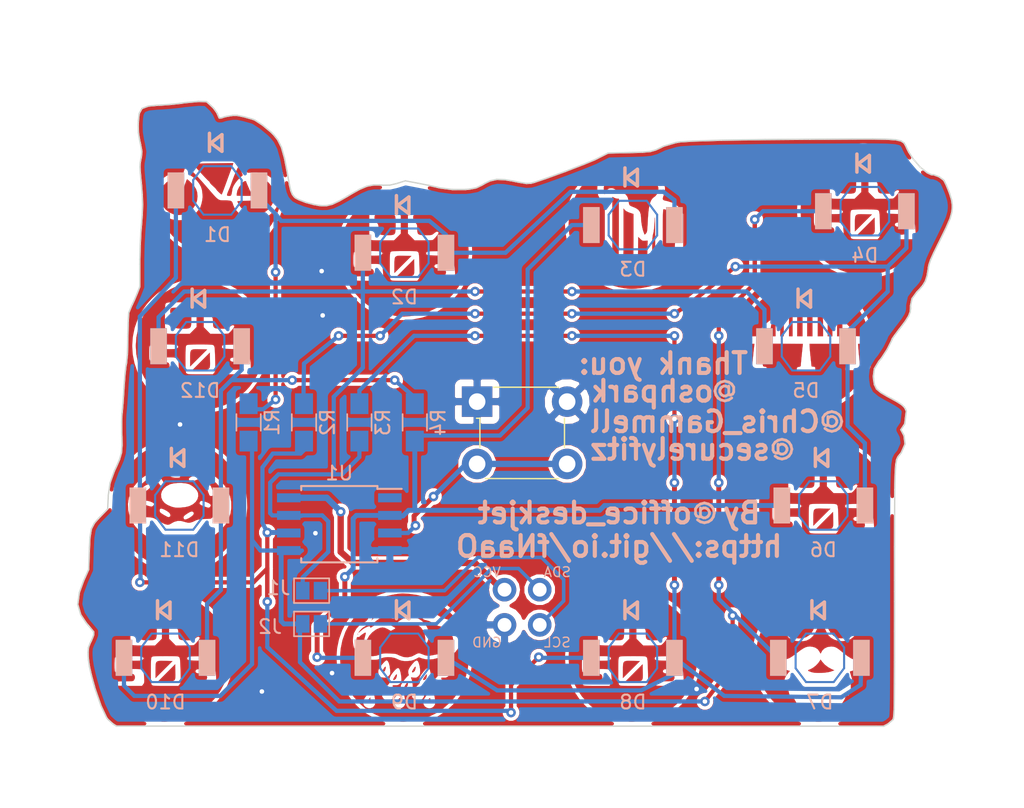
<source format=kicad_pcb>
(kicad_pcb (version 20171130) (host pcbnew 5.0.0-fee4fd1~66~ubuntu16.04.1)
  (layers (0 F.Cu signal) (31 B.Cu signal) (34 B.Paste user) (35 F.Paste user) (36 B.SilkS user) (37 F.SilkS user) (38 B.Mask user) (39 F.Mask user) (44 Edge.Cuts user))
  (net 0 "")
  (net 1 /ROW2)
  (net 2 /ROW3)
  (net 3 /ROW4)
  (net 4 /ROW1)
  (net 5 "Net-(J1-Pad2)")
  (net 6 "Net-(J2-Pad2)")
  (net 7 GND)
  (net 8 /BUTTON)
  (net 9 "Net-(U1-Pad1)")
  (net 10 +3V3)
  (net 11 /ROW_4)
  (net 12 /ROW_1)
  (net 13 /ROW_2)
  (net 14 /ROW_3)
  (module DC503_SAO:heart (layer F.Cu) (at 175 89.25)
    (fp_text reference G*** hide)
    (fp_text value LOGO hide)
  )
  (module DC503_SAO:DC_503 (layer F.Cu) (at 151.75 81.75)
    (fp_text reference G*** hide)
    (fp_text value LOGO hide)
    (fp_poly (pts (xy 0.002725 -4.643128) (xy 0.222407 -4.628699) (xy 0.3175 -4.621035) (xy 0.955586 -4.528527) (xy 1.557518 -4.361974) (xy 2.119 -4.125559) (xy 2.635739 -3.823462) (xy 3.103439 -3.459867) (xy 3.517806 -3.038955) (xy 3.874545 -2.564908) (xy 4.169361 -2.041908) (xy 4.397959 -1.474138) (xy 4.556045 -0.865779) (xy 4.621147 -0.430371) (xy 4.642284 0.160325) (xy 4.581854 0.747569) (xy 4.442834 1.323261) (xy 4.228195 1.8793) (xy 3.940911 2.407586) (xy 3.583957 2.900018) (xy 3.274093 3.239168) (xy 2.808159 3.649853) (xy 2.312622 3.983748) (xy 1.781876 4.243473) (xy 1.210314 4.431646) (xy 0.592328 4.550888) (xy 0.423334 4.570926) (xy 0.159606 4.595542) (xy -0.050848 4.606375) (xy -0.238375 4.602908) (xy -0.433321 4.584625) (xy -0.656166 4.55257) (xy -1.049103 4.478136) (xy -1.399311 4.381365) (xy -1.747908 4.249645) (xy -1.97401 4.148301) (xy -2.356974 3.953679) (xy -2.682309 3.752468) (xy -2.97627 3.526588) (xy -3.261278 3.261801) (xy -3.678283 2.787158) (xy -4.022959 2.274219) (xy -4.293615 1.729428) (xy -4.488561 1.15923) (xy -4.606105 0.570072) (xy -4.610032 0.508624) (xy -3.683 0.508624) (xy -3.682148 0.734599) (xy -3.671899 0.899351) (xy -3.640713 1.012543) (xy -3.577047 1.083841) (xy -3.469363 1.12291) (xy -3.30612 1.139413) (xy -3.075775 1.143016) (xy -2.925497 1.143) (xy -2.68529 1.144702) (xy -2.515179 1.150856) (xy -2.400641 1.163036) (xy -2.327156 1.182814) (xy -2.2802 1.211764) (xy -2.27875 1.213061) (xy -2.213826 1.323842) (xy -2.210095 1.463387) (xy -2.267234 1.599247) (xy -2.297519 1.636294) (xy -2.337268 1.662086) (xy -2.400914 1.678654) (xy -2.502892 1.688028) (xy -2.657633 1.692239) (xy -2.879573 1.693315) (xy -2.9361 1.693334) (xy -3.197933 1.695522) (xy -3.386668 1.703931) (xy -3.513803 1.721324) (xy -3.590835 1.750463) (xy -3.629262 1.794112) (xy -3.640582 1.855034) (xy -3.640666 1.862667) (xy -3.635195 1.915835) (xy -3.612225 1.956598) (xy -3.561923 1.986587) (xy -3.474452 2.007432) (xy -3.33998 2.020764) (xy -3.148672 2.028213) (xy -2.890694 2.031409) (xy -2.619272 2.032) (xy -1.699478 2.032) (xy -1.606986 1.915584) (xy -1.564964 1.856172) (xy -1.539871 1.79364) (xy -1.529328 1.7079) (xy -1.530954 1.578864) (xy -1.542365 1.386445) (xy -1.543052 1.376252) (xy -1.556154 1.183319) (xy -1.573282 1.039447) (xy -1.604388 0.941607) (xy -1.058333 0.941607) (xy -1.057623 1.252565) (xy -1.054986 1.48987) (xy -1.04966 1.664526) (xy -1.040885 1.787539) (xy -1.027899 1.869915) (xy -1.009941 1.922658) (xy -0.988272 1.954583) (xy -0.958748 1.980141) (xy -0.915178 1.999404) (xy -0.84634 2.013249) (xy -0.741009 2.022551) (xy -0.587964 2.028187) (xy -0.375982 2.031032) (xy -0.093839 2.031963) (xy 0.003489 2.032) (xy 0.925188 2.032) (xy 1.018224 1.915584) (xy 1.049221 1.873918) (xy 1.054981 1.862667) (xy 1.566334 1.862667) (xy 1.571805 1.915835) (xy 1.594775 1.956598) (xy 1.645077 1.986587) (xy 1.732548 2.007432) (xy 1.86702 2.020764) (xy 2.058328 2.028213) (xy 2.316306 2.031409) (xy 2.587728 2.032) (xy 3.507522 2.032) (xy 3.594563 1.921345) (xy 3.633205 1.864874) (xy 3.656664 1.802072) (xy 3.666986 1.713925) (xy 3.666216 1.581417) (xy 3.656402 1.385533) (xy 3.654925 1.360428) (xy 3.64175 1.158557) (xy 3.626947 1.020651) (xy 3.604813 0.926105) (xy 3.569644 0.854316) (xy 3.515736 0.784681) (xy 3.48629 0.751295) (xy 3.410601 0.659849) (xy 3.367989 0.578906) (xy 3.349051 0.47839) (xy 3.344384 0.328222) (xy 3.344334 0.297187) (xy 3.342336 0.158791) (xy 3.329476 0.054066) (xy 3.295451 -0.021471) (xy 3.229962 -0.072304) (xy 3.122705 -0.102917) (xy 2.96338 -0.117793) (xy 2.741685 -0.121415) (xy 2.44732 -0.118266) (xy 2.391719 -0.117417) (xy 2.118466 -0.112377) (xy 1.917805 -0.106045) (xy 1.777658 -0.097126) (xy 1.68595 -0.084327) (xy 1.630606 -0.066354) (xy 1.599548 -0.041912) (xy 1.592282 -0.03175) (xy 1.568241 0.059362) (xy 1.592265 0.116417) (xy 1.620709 0.145912) (xy 1.671895 0.167165) (xy 1.75921 0.1819) (xy 1.896043 0.191841) (xy 2.095784 0.198712) (xy 2.258563 0.202214) (xy 2.499493 0.207273) (xy 2.670003 0.213442) (xy 2.784326 0.223137) (xy 2.856701 0.238777) (xy 2.901361 0.262777) (xy 2.932543 0.297556) (xy 2.947124 0.319125) (xy 2.996475 0.466795) (xy 2.989442 0.557377) (xy 2.956504 0.676789) (xy 2.903763 0.750407) (xy 2.812804 0.788933) (xy 2.665212 0.803069) (xy 2.56445 0.804334) (xy 2.368478 0.812812) (xy 2.243668 0.841763) (xy 2.177886 0.896463) (xy 2.159 0.980644) (xy 2.191694 1.06116) (xy 2.293074 1.113451) (xy 2.468092 1.139346) (xy 2.598317 1.143) (xy 2.754106 1.147072) (xy 2.849551 1.163718) (xy 2.908765 1.199583) (xy 2.939766 1.237086) (xy 2.99047 1.341056) (xy 3.005667 1.418167) (xy 2.981744 1.519255) (xy 2.939766 1.599247) (xy 2.909481 1.636294) (xy 2.869732 1.662086) (xy 2.806086 1.678654) (xy 2.704108 1.688028) (xy 2.549367 1.692239) (xy 2.327427 1.693315) (xy 2.2709 1.693334) (xy 2.009067 1.695522) (xy 1.820332 1.703931) (xy 1.693197 1.721324) (xy 1.616165 1.750463) (xy 1.577738 1.794112) (xy 1.566418 1.855034) (xy 1.566334 1.862667) (xy 1.054981 1.862667) (xy 1.072064 1.829306) (xy 1.087601 1.769585) (xy 1.096685 1.682594) (xy 1.100166 1.556172) (xy 1.098895 1.378156) (xy 1.093724 1.136386) (xy 1.088093 0.917143) (xy 1.079322 0.615008) (xy 1.070244 0.386153) (xy 1.059718 0.219197) (xy 1.046603 0.102759) (xy 1.029758 0.025456) (xy 1.008043 -0.024094) (xy 0.991569 -0.04594) (xy 0.962016 -0.072631) (xy 0.920635 -0.092746) (xy 0.856121 -0.107207) (xy 0.757165 -0.116934) (xy 0.612463 -0.122849) (xy 0.410708 -0.125872) (xy 0.140593 -0.126924) (xy -0.003537 -0.127) (xy -0.313549 -0.1262) (xy -0.549677 -0.123318) (xy -0.722696 -0.117628) (xy -0.843379 -0.108404) (xy -0.922498 -0.094922) (xy -0.970827 -0.076457) (xy -0.991809 -0.060476) (xy -1.013972 -0.027329) (xy -1.030731 0.029037) (xy -1.042794 0.119308) (xy -1.050873 0.254175) (xy -1.055676 0.444324) (xy -1.057913 0.700444) (xy -1.058333 0.941607) (xy -1.604388 0.941607) (xy -1.605709 0.937455) (xy -1.664708 0.87016) (xy -1.761551 0.83038) (xy -1.907511 0.810933) (xy -2.113862 0.804638) (xy -2.391875 0.804311) (xy -2.440728 0.804334) (xy -2.708633 0.803659) (xy -2.905019 0.80073) (xy -3.043028 0.794187) (xy -3.135801 0.782671) (xy -3.196482 0.764825) (xy -3.238213 0.739289) (xy -3.259666 0.719667) (xy -3.330221 0.59433) (xy -3.335756 0.444296) (xy -3.278433 0.305753) (xy -3.251555 0.272103) (xy -3.216724 0.24761) (xy -3.161304 0.230821) (xy -3.072654 0.220284) (xy -2.938137 0.214547) (xy -2.745115 0.212159) (xy -2.480948 0.211668) (xy -2.459494 0.211667) (xy -2.188207 0.211049) (xy -1.988778 0.208325) (xy -1.848402 0.202188) (xy -1.754275 0.191332) (xy -1.693592 0.174449) (xy -1.653547 0.150232) (xy -1.629833 0.127) (xy -1.578416 0.060441) (xy -1.586128 0.010233) (xy -1.629833 -0.042333) (xy -1.659575 -0.070158) (xy -1.699229 -0.091128) (xy -1.760165 -0.106206) (xy -1.853752 -0.116356) (xy -1.991357 -0.122543) (xy -2.18435 -0.125731) (xy -2.444099 -0.126884) (xy -2.628204 -0.127) (xy -2.938215 -0.1262) (xy -3.174344 -0.123318) (xy -3.347363 -0.117628) (xy -3.468046 -0.108404) (xy -3.547165 -0.094922) (xy -3.595493 -0.076457) (xy -3.616476 -0.060476) (xy -3.646275 -0.013352) (xy -3.666064 0.067052) (xy -3.677558 0.195411) (xy -3.682473 0.386401) (xy -3.683 0.508624) (xy -4.610032 0.508624) (xy -4.644557 -0.031602) (xy -4.602226 -0.639346) (xy -4.47742 -1.246715) (xy -4.46015 -1.307832) (xy -4.253462 -1.882836) (xy -4.171961 -2.039355) (xy -2.54 -2.039355) (xy -2.539358 -1.717919) (xy -2.53697 -1.470511) (xy -2.532142 -1.286498) (xy -2.52418 -1.15525) (xy -2.512388 -1.066133) (xy -2.496073 -1.008516) (xy -2.474541 -0.971767) (xy -2.469939 -0.966417) (xy -2.438699 -0.939564) (xy -2.392563 -0.919697) (xy -2.319582 -0.905784) (xy -2.207806 -0.896791) (xy -2.045287 -0.891687) (xy -1.820077 -0.889438) (xy -1.574165 -0.889) (xy -0.748453 -0.889) (xy -0.501226 -1.136226) (xy -0.254 -1.383453) (xy -0.254 -2.680546) (xy -0.259165 -2.685711) (xy 0.254 -2.685711) (xy 0.254 -1.378288) (xy 0.496092 -1.133644) (xy 0.738183 -0.889) (xy 1.374508 -0.889648) (xy 1.600133 -0.891854) (xy 1.796591 -0.897497) (xy 1.947889 -0.90583) (xy 2.038035 -0.916107) (xy 2.054733 -0.921398) (xy 2.148439 -1.001977) (xy 2.252471 -1.112467) (xy 2.351332 -1.233216) (xy 2.429528 -1.344571) (xy 2.471564 -1.42688) (xy 2.473639 -1.452691) (xy 2.412904 -1.522914) (xy 2.316015 -1.519455) (xy 2.187467 -1.442903) (xy 2.148295 -1.410114) (xy 2.074078 -1.347158) (xy 2.009404 -1.306611) (xy 1.933378 -1.283545) (xy 1.825106 -1.273028) (xy 1.663692 -1.270132) (xy 1.554464 -1.27) (xy 1.312955 -1.273489) (xy 1.143377 -1.290001) (xy 1.03309 -1.3286) (xy 0.96945 -1.398349) (xy 0.939815 -1.508313) (xy 0.931545 -1.667556) (xy 0.931334 -1.716778) (xy 0.928843 -1.882062) (xy 0.915548 -1.99095) (xy 0.882709 -2.07169) (xy 0.82159 -2.152527) (xy 0.783167 -2.195759) (xy 0.687081 -2.318773) (xy 0.643356 -2.429994) (xy 0.635 -2.533058) (xy 0.648636 -2.66362) (xy 0.695384 -2.736328) (xy 0.716884 -2.750177) (xy 0.788118 -2.766204) (xy 0.926749 -2.779533) (xy 1.115524 -2.789071) (xy 1.337188 -2.793721) (xy 1.407464 -2.794) (xy 2.01616 -2.794) (xy 2.137834 -2.667) (xy 2.264328 -2.565593) (xy 2.371286 -2.546237) (xy 2.453088 -2.600794) (xy 2.480018 -2.665607) (xy 2.455799 -2.745698) (xy 2.374247 -2.851886) (xy 2.229177 -2.99499) (xy 2.226201 -2.997735) (xy 2.033892 -3.175) (xy 0.738183 -3.175) (xy 0.496092 -2.930356) (xy 0.254 -2.685711) (xy -0.259165 -2.685711) (xy -0.501227 -2.927773) (xy -0.748453 -3.175) (xy -1.56681 -3.175) (xy -1.856445 -3.174112) (xy -2.073286 -3.170831) (xy -2.229189 -3.164229) (xy -2.336015 -3.153378) (xy -2.40562 -3.137352) (xy -2.449865 -3.115221) (xy -2.462583 -3.104939) (xy -2.48727 -3.076544) (xy -2.506105 -3.034645) (xy -2.51987 -2.968497) (xy -2.529345 -2.867355) (xy -2.53531 -2.720473) (xy -2.538547 -2.517106) (xy -2.539836 -2.24651) (xy -2.54 -2.039355) (xy -4.171961 -2.039355) (xy -3.978961 -2.409997) (xy -3.632043 -2.897139) (xy -3.323166 -3.239317) (xy -2.951388 -3.583355) (xy -2.573022 -3.865957) (xy -2.160149 -4.107624) (xy -2.0955 -4.140614) (xy -1.810759 -4.274507) (xy -1.541187 -4.379306) (xy -1.258536 -4.464047) (xy -0.934561 -4.537763) (xy -0.735354 -4.575648) (xy -0.512514 -4.613859) (xy -0.335026 -4.636989) (xy -0.173183 -4.646319) (xy 0.002725 -4.643128)) (layer F.Cu) (width 0.01))
    (fp_poly (pts (xy 0.710392 0.999971) (xy 0.715442 1.255535) (xy 0.709644 1.439115) (xy 0.681257 1.5626) (xy 0.61854 1.637881) (xy 0.509753 1.676848) (xy 0.343155 1.69139) (xy 0.107005 1.693398) (xy 0.025737 1.693334) (xy -0.528071 1.693334) (xy 0.085214 1.078834) (xy 0.6985 0.464334) (xy 0.710392 0.999971)) (layer F.Cu) (width 0.01))
    (fp_poly (pts (xy -0.117425 0.218706) (xy -0.031083 0.220683) (xy 0.509333 0.232834) (xy -0.105167 0.846119) (xy -0.719666 1.459405) (xy -0.719666 0.924892) (xy -0.718714 0.662834) (xy -0.708298 0.473826) (xy -0.677079 0.346273) (xy -0.613721 0.26858) (xy -0.506885 0.229152) (xy -0.345232 0.216392) (xy -0.117425 0.218706)) (layer F.Cu) (width 0.01))
    (fp_poly (pts (xy -1.117206 -2.793946) (xy -0.924174 -2.786182) (xy -0.790895 -2.759307) (xy -0.706341 -2.701919) (xy -0.659486 -2.602614) (xy -0.639304 -2.449992) (xy -0.634768 -2.232649) (xy -0.635 -2.02258) (xy -0.636289 -1.753818) (xy -0.646363 -1.558128) (xy -0.674532 -1.42392) (xy -0.730106 -1.339599) (xy -0.822394 -1.293575) (xy -0.960707 -1.274255) (xy -1.154355 -1.270048) (xy -1.239414 -1.27) (xy -1.464037 -1.273977) (xy -1.61962 -1.287179) (xy -1.72147 -1.311513) (xy -1.76858 -1.3359) (xy -1.817698 -1.380158) (xy -1.84613 -1.441756) (xy -1.859308 -1.542674) (xy -1.862659 -1.70489) (xy -1.862666 -1.716778) (xy -1.865157 -1.882062) (xy -1.878452 -1.99095) (xy -1.911291 -2.07169) (xy -1.97241 -2.152527) (xy -2.010833 -2.195759) (xy -2.106919 -2.318773) (xy -2.150644 -2.429994) (xy -2.159 -2.533058) (xy -2.145364 -2.66362) (xy -2.098616 -2.736328) (xy -2.077116 -2.750177) (xy -2.005874 -2.766182) (xy -1.867034 -2.779487) (xy -1.677652 -2.789017) (xy -1.454781 -2.7937) (xy -1.381017 -2.794) (xy -1.117206 -2.793946)) (layer F.Cu) (width 0.01))
  )
  (module digikey-footprints:Switch_Tactile_THT_6x6mm (layer F.Cu) (at 171.75 85.75)
    (fp_text reference S1 hide)
    (fp_text value 1825910-6)
    (pad 1 thru_hole rect (at 0 0) (size 2.2 2.2) (drill 1.2) (layers *.Cu *.Mask) (net 7 GND))
    (pad 2 thru_hole circle (at 6.5 0) (size 2.2 2.2) (drill 1.2) (layers *.Cu *.Mask) (net 7 GND))
    (pad 4 thru_hole circle (at 6.5 4.5) (size 2.2 2.2) (drill 1.2) (layers *.Cu *.Mask) (net 8 /BUTTON))
    (pad 3 thru_hole circle (at 0 4.5) (size 2.2 2.2) (drill 1.2) (layers *.Cu *.Mask) (net 8 /BUTTON))
  )
  (module DC503_SAO:DC_503 (layer F.Cu) (at 199.75 72)
    (fp_text reference G*** hide)
    (fp_text value LOGO hide)
    (fp_poly (pts (xy 0.002725 -4.643128) (xy 0.222407 -4.628699) (xy 0.3175 -4.621035) (xy 0.955586 -4.528527) (xy 1.557518 -4.361974) (xy 2.119 -4.125559) (xy 2.635739 -3.823462) (xy 3.103439 -3.459867) (xy 3.517806 -3.038955) (xy 3.874545 -2.564908) (xy 4.169361 -2.041908) (xy 4.397959 -1.474138) (xy 4.556045 -0.865779) (xy 4.621147 -0.430371) (xy 4.642284 0.160325) (xy 4.581854 0.747569) (xy 4.442834 1.323261) (xy 4.228195 1.8793) (xy 3.940911 2.407586) (xy 3.583957 2.900018) (xy 3.274093 3.239168) (xy 2.808159 3.649853) (xy 2.312622 3.983748) (xy 1.781876 4.243473) (xy 1.210314 4.431646) (xy 0.592328 4.550888) (xy 0.423334 4.570926) (xy 0.159606 4.595542) (xy -0.050848 4.606375) (xy -0.238375 4.602908) (xy -0.433321 4.584625) (xy -0.656166 4.55257) (xy -1.049103 4.478136) (xy -1.399311 4.381365) (xy -1.747908 4.249645) (xy -1.97401 4.148301) (xy -2.356974 3.953679) (xy -2.682309 3.752468) (xy -2.97627 3.526588) (xy -3.261278 3.261801) (xy -3.678283 2.787158) (xy -4.022959 2.274219) (xy -4.293615 1.729428) (xy -4.488561 1.15923) (xy -4.606105 0.570072) (xy -4.610032 0.508624) (xy -3.683 0.508624) (xy -3.682148 0.734599) (xy -3.671899 0.899351) (xy -3.640713 1.012543) (xy -3.577047 1.083841) (xy -3.469363 1.12291) (xy -3.30612 1.139413) (xy -3.075775 1.143016) (xy -2.925497 1.143) (xy -2.68529 1.144702) (xy -2.515179 1.150856) (xy -2.400641 1.163036) (xy -2.327156 1.182814) (xy -2.2802 1.211764) (xy -2.27875 1.213061) (xy -2.213826 1.323842) (xy -2.210095 1.463387) (xy -2.267234 1.599247) (xy -2.297519 1.636294) (xy -2.337268 1.662086) (xy -2.400914 1.678654) (xy -2.502892 1.688028) (xy -2.657633 1.692239) (xy -2.879573 1.693315) (xy -2.9361 1.693334) (xy -3.197933 1.695522) (xy -3.386668 1.703931) (xy -3.513803 1.721324) (xy -3.590835 1.750463) (xy -3.629262 1.794112) (xy -3.640582 1.855034) (xy -3.640666 1.862667) (xy -3.635195 1.915835) (xy -3.612225 1.956598) (xy -3.561923 1.986587) (xy -3.474452 2.007432) (xy -3.33998 2.020764) (xy -3.148672 2.028213) (xy -2.890694 2.031409) (xy -2.619272 2.032) (xy -1.699478 2.032) (xy -1.606986 1.915584) (xy -1.564964 1.856172) (xy -1.539871 1.79364) (xy -1.529328 1.7079) (xy -1.530954 1.578864) (xy -1.542365 1.386445) (xy -1.543052 1.376252) (xy -1.556154 1.183319) (xy -1.573282 1.039447) (xy -1.604388 0.941607) (xy -1.058333 0.941607) (xy -1.057623 1.252565) (xy -1.054986 1.48987) (xy -1.04966 1.664526) (xy -1.040885 1.787539) (xy -1.027899 1.869915) (xy -1.009941 1.922658) (xy -0.988272 1.954583) (xy -0.958748 1.980141) (xy -0.915178 1.999404) (xy -0.84634 2.013249) (xy -0.741009 2.022551) (xy -0.587964 2.028187) (xy -0.375982 2.031032) (xy -0.093839 2.031963) (xy 0.003489 2.032) (xy 0.925188 2.032) (xy 1.018224 1.915584) (xy 1.049221 1.873918) (xy 1.054981 1.862667) (xy 1.566334 1.862667) (xy 1.571805 1.915835) (xy 1.594775 1.956598) (xy 1.645077 1.986587) (xy 1.732548 2.007432) (xy 1.86702 2.020764) (xy 2.058328 2.028213) (xy 2.316306 2.031409) (xy 2.587728 2.032) (xy 3.507522 2.032) (xy 3.594563 1.921345) (xy 3.633205 1.864874) (xy 3.656664 1.802072) (xy 3.666986 1.713925) (xy 3.666216 1.581417) (xy 3.656402 1.385533) (xy 3.654925 1.360428) (xy 3.64175 1.158557) (xy 3.626947 1.020651) (xy 3.604813 0.926105) (xy 3.569644 0.854316) (xy 3.515736 0.784681) (xy 3.48629 0.751295) (xy 3.410601 0.659849) (xy 3.367989 0.578906) (xy 3.349051 0.47839) (xy 3.344384 0.328222) (xy 3.344334 0.297187) (xy 3.342336 0.158791) (xy 3.329476 0.054066) (xy 3.295451 -0.021471) (xy 3.229962 -0.072304) (xy 3.122705 -0.102917) (xy 2.96338 -0.117793) (xy 2.741685 -0.121415) (xy 2.44732 -0.118266) (xy 2.391719 -0.117417) (xy 2.118466 -0.112377) (xy 1.917805 -0.106045) (xy 1.777658 -0.097126) (xy 1.68595 -0.084327) (xy 1.630606 -0.066354) (xy 1.599548 -0.041912) (xy 1.592282 -0.03175) (xy 1.568241 0.059362) (xy 1.592265 0.116417) (xy 1.620709 0.145912) (xy 1.671895 0.167165) (xy 1.75921 0.1819) (xy 1.896043 0.191841) (xy 2.095784 0.198712) (xy 2.258563 0.202214) (xy 2.499493 0.207273) (xy 2.670003 0.213442) (xy 2.784326 0.223137) (xy 2.856701 0.238777) (xy 2.901361 0.262777) (xy 2.932543 0.297556) (xy 2.947124 0.319125) (xy 2.996475 0.466795) (xy 2.989442 0.557377) (xy 2.956504 0.676789) (xy 2.903763 0.750407) (xy 2.812804 0.788933) (xy 2.665212 0.803069) (xy 2.56445 0.804334) (xy 2.368478 0.812812) (xy 2.243668 0.841763) (xy 2.177886 0.896463) (xy 2.159 0.980644) (xy 2.191694 1.06116) (xy 2.293074 1.113451) (xy 2.468092 1.139346) (xy 2.598317 1.143) (xy 2.754106 1.147072) (xy 2.849551 1.163718) (xy 2.908765 1.199583) (xy 2.939766 1.237086) (xy 2.99047 1.341056) (xy 3.005667 1.418167) (xy 2.981744 1.519255) (xy 2.939766 1.599247) (xy 2.909481 1.636294) (xy 2.869732 1.662086) (xy 2.806086 1.678654) (xy 2.704108 1.688028) (xy 2.549367 1.692239) (xy 2.327427 1.693315) (xy 2.2709 1.693334) (xy 2.009067 1.695522) (xy 1.820332 1.703931) (xy 1.693197 1.721324) (xy 1.616165 1.750463) (xy 1.577738 1.794112) (xy 1.566418 1.855034) (xy 1.566334 1.862667) (xy 1.054981 1.862667) (xy 1.072064 1.829306) (xy 1.087601 1.769585) (xy 1.096685 1.682594) (xy 1.100166 1.556172) (xy 1.098895 1.378156) (xy 1.093724 1.136386) (xy 1.088093 0.917143) (xy 1.079322 0.615008) (xy 1.070244 0.386153) (xy 1.059718 0.219197) (xy 1.046603 0.102759) (xy 1.029758 0.025456) (xy 1.008043 -0.024094) (xy 0.991569 -0.04594) (xy 0.962016 -0.072631) (xy 0.920635 -0.092746) (xy 0.856121 -0.107207) (xy 0.757165 -0.116934) (xy 0.612463 -0.122849) (xy 0.410708 -0.125872) (xy 0.140593 -0.126924) (xy -0.003537 -0.127) (xy -0.313549 -0.1262) (xy -0.549677 -0.123318) (xy -0.722696 -0.117628) (xy -0.843379 -0.108404) (xy -0.922498 -0.094922) (xy -0.970827 -0.076457) (xy -0.991809 -0.060476) (xy -1.013972 -0.027329) (xy -1.030731 0.029037) (xy -1.042794 0.119308) (xy -1.050873 0.254175) (xy -1.055676 0.444324) (xy -1.057913 0.700444) (xy -1.058333 0.941607) (xy -1.604388 0.941607) (xy -1.605709 0.937455) (xy -1.664708 0.87016) (xy -1.761551 0.83038) (xy -1.907511 0.810933) (xy -2.113862 0.804638) (xy -2.391875 0.804311) (xy -2.440728 0.804334) (xy -2.708633 0.803659) (xy -2.905019 0.80073) (xy -3.043028 0.794187) (xy -3.135801 0.782671) (xy -3.196482 0.764825) (xy -3.238213 0.739289) (xy -3.259666 0.719667) (xy -3.330221 0.59433) (xy -3.335756 0.444296) (xy -3.278433 0.305753) (xy -3.251555 0.272103) (xy -3.216724 0.24761) (xy -3.161304 0.230821) (xy -3.072654 0.220284) (xy -2.938137 0.214547) (xy -2.745115 0.212159) (xy -2.480948 0.211668) (xy -2.459494 0.211667) (xy -2.188207 0.211049) (xy -1.988778 0.208325) (xy -1.848402 0.202188) (xy -1.754275 0.191332) (xy -1.693592 0.174449) (xy -1.653547 0.150232) (xy -1.629833 0.127) (xy -1.578416 0.060441) (xy -1.586128 0.010233) (xy -1.629833 -0.042333) (xy -1.659575 -0.070158) (xy -1.699229 -0.091128) (xy -1.760165 -0.106206) (xy -1.853752 -0.116356) (xy -1.991357 -0.122543) (xy -2.18435 -0.125731) (xy -2.444099 -0.126884) (xy -2.628204 -0.127) (xy -2.938215 -0.1262) (xy -3.174344 -0.123318) (xy -3.347363 -0.117628) (xy -3.468046 -0.108404) (xy -3.547165 -0.094922) (xy -3.595493 -0.076457) (xy -3.616476 -0.060476) (xy -3.646275 -0.013352) (xy -3.666064 0.067052) (xy -3.677558 0.195411) (xy -3.682473 0.386401) (xy -3.683 0.508624) (xy -4.610032 0.508624) (xy -4.644557 -0.031602) (xy -4.602226 -0.639346) (xy -4.47742 -1.246715) (xy -4.46015 -1.307832) (xy -4.253462 -1.882836) (xy -4.171961 -2.039355) (xy -2.54 -2.039355) (xy -2.539358 -1.717919) (xy -2.53697 -1.470511) (xy -2.532142 -1.286498) (xy -2.52418 -1.15525) (xy -2.512388 -1.066133) (xy -2.496073 -1.008516) (xy -2.474541 -0.971767) (xy -2.469939 -0.966417) (xy -2.438699 -0.939564) (xy -2.392563 -0.919697) (xy -2.319582 -0.905784) (xy -2.207806 -0.896791) (xy -2.045287 -0.891687) (xy -1.820077 -0.889438) (xy -1.574165 -0.889) (xy -0.748453 -0.889) (xy -0.501226 -1.136226) (xy -0.254 -1.383453) (xy -0.254 -2.680546) (xy -0.259165 -2.685711) (xy 0.254 -2.685711) (xy 0.254 -1.378288) (xy 0.496092 -1.133644) (xy 0.738183 -0.889) (xy 1.374508 -0.889648) (xy 1.600133 -0.891854) (xy 1.796591 -0.897497) (xy 1.947889 -0.90583) (xy 2.038035 -0.916107) (xy 2.054733 -0.921398) (xy 2.148439 -1.001977) (xy 2.252471 -1.112467) (xy 2.351332 -1.233216) (xy 2.429528 -1.344571) (xy 2.471564 -1.42688) (xy 2.473639 -1.452691) (xy 2.412904 -1.522914) (xy 2.316015 -1.519455) (xy 2.187467 -1.442903) (xy 2.148295 -1.410114) (xy 2.074078 -1.347158) (xy 2.009404 -1.306611) (xy 1.933378 -1.283545) (xy 1.825106 -1.273028) (xy 1.663692 -1.270132) (xy 1.554464 -1.27) (xy 1.312955 -1.273489) (xy 1.143377 -1.290001) (xy 1.03309 -1.3286) (xy 0.96945 -1.398349) (xy 0.939815 -1.508313) (xy 0.931545 -1.667556) (xy 0.931334 -1.716778) (xy 0.928843 -1.882062) (xy 0.915548 -1.99095) (xy 0.882709 -2.07169) (xy 0.82159 -2.152527) (xy 0.783167 -2.195759) (xy 0.687081 -2.318773) (xy 0.643356 -2.429994) (xy 0.635 -2.533058) (xy 0.648636 -2.66362) (xy 0.695384 -2.736328) (xy 0.716884 -2.750177) (xy 0.788118 -2.766204) (xy 0.926749 -2.779533) (xy 1.115524 -2.789071) (xy 1.337188 -2.793721) (xy 1.407464 -2.794) (xy 2.01616 -2.794) (xy 2.137834 -2.667) (xy 2.264328 -2.565593) (xy 2.371286 -2.546237) (xy 2.453088 -2.600794) (xy 2.480018 -2.665607) (xy 2.455799 -2.745698) (xy 2.374247 -2.851886) (xy 2.229177 -2.99499) (xy 2.226201 -2.997735) (xy 2.033892 -3.175) (xy 0.738183 -3.175) (xy 0.496092 -2.930356) (xy 0.254 -2.685711) (xy -0.259165 -2.685711) (xy -0.501227 -2.927773) (xy -0.748453 -3.175) (xy -1.56681 -3.175) (xy -1.856445 -3.174112) (xy -2.073286 -3.170831) (xy -2.229189 -3.164229) (xy -2.336015 -3.153378) (xy -2.40562 -3.137352) (xy -2.449865 -3.115221) (xy -2.462583 -3.104939) (xy -2.48727 -3.076544) (xy -2.506105 -3.034645) (xy -2.51987 -2.968497) (xy -2.529345 -2.867355) (xy -2.53531 -2.720473) (xy -2.538547 -2.517106) (xy -2.539836 -2.24651) (xy -2.54 -2.039355) (xy -4.171961 -2.039355) (xy -3.978961 -2.409997) (xy -3.632043 -2.897139) (xy -3.323166 -3.239317) (xy -2.951388 -3.583355) (xy -2.573022 -3.865957) (xy -2.160149 -4.107624) (xy -2.0955 -4.140614) (xy -1.810759 -4.274507) (xy -1.541187 -4.379306) (xy -1.258536 -4.464047) (xy -0.934561 -4.537763) (xy -0.735354 -4.575648) (xy -0.512514 -4.613859) (xy -0.335026 -4.636989) (xy -0.173183 -4.646319) (xy 0.002725 -4.643128)) (layer F.Cu) (width 0.01))
    (fp_poly (pts (xy 0.710392 0.999971) (xy 0.715442 1.255535) (xy 0.709644 1.439115) (xy 0.681257 1.5626) (xy 0.61854 1.637881) (xy 0.509753 1.676848) (xy 0.343155 1.69139) (xy 0.107005 1.693398) (xy 0.025737 1.693334) (xy -0.528071 1.693334) (xy 0.085214 1.078834) (xy 0.6985 0.464334) (xy 0.710392 0.999971)) (layer F.Cu) (width 0.01))
    (fp_poly (pts (xy -0.117425 0.218706) (xy -0.031083 0.220683) (xy 0.509333 0.232834) (xy -0.105167 0.846119) (xy -0.719666 1.459405) (xy -0.719666 0.924892) (xy -0.718714 0.662834) (xy -0.708298 0.473826) (xy -0.677079 0.346273) (xy -0.613721 0.26858) (xy -0.506885 0.229152) (xy -0.345232 0.216392) (xy -0.117425 0.218706)) (layer F.Cu) (width 0.01))
    (fp_poly (pts (xy -1.117206 -2.793946) (xy -0.924174 -2.786182) (xy -0.790895 -2.759307) (xy -0.706341 -2.701919) (xy -0.659486 -2.602614) (xy -0.639304 -2.449992) (xy -0.634768 -2.232649) (xy -0.635 -2.02258) (xy -0.636289 -1.753818) (xy -0.646363 -1.558128) (xy -0.674532 -1.42392) (xy -0.730106 -1.339599) (xy -0.822394 -1.293575) (xy -0.960707 -1.274255) (xy -1.154355 -1.270048) (xy -1.239414 -1.27) (xy -1.464037 -1.273977) (xy -1.61962 -1.287179) (xy -1.72147 -1.311513) (xy -1.76858 -1.3359) (xy -1.817698 -1.380158) (xy -1.84613 -1.441756) (xy -1.859308 -1.542674) (xy -1.862659 -1.70489) (xy -1.862666 -1.716778) (xy -1.865157 -1.882062) (xy -1.878452 -1.99095) (xy -1.911291 -2.07169) (xy -1.97241 -2.152527) (xy -2.010833 -2.195759) (xy -2.106919 -2.318773) (xy -2.150644 -2.429994) (xy -2.159 -2.533058) (xy -2.145364 -2.66362) (xy -2.098616 -2.736328) (xy -2.077116 -2.750177) (xy -2.005874 -2.766182) (xy -1.867034 -2.779487) (xy -1.677652 -2.789017) (xy -1.454781 -2.7937) (xy -1.381017 -2.794) (xy -1.117206 -2.793946)) (layer F.Cu) (width 0.01))
  )
  (module DC503_SAO:DC_503 (layer F.Cu) (at 196.75 93.25)
    (fp_text reference G*** hide)
    (fp_text value LOGO hide)
    (fp_poly (pts (xy 0.002725 -4.643128) (xy 0.222407 -4.628699) (xy 0.3175 -4.621035) (xy 0.955586 -4.528527) (xy 1.557518 -4.361974) (xy 2.119 -4.125559) (xy 2.635739 -3.823462) (xy 3.103439 -3.459867) (xy 3.517806 -3.038955) (xy 3.874545 -2.564908) (xy 4.169361 -2.041908) (xy 4.397959 -1.474138) (xy 4.556045 -0.865779) (xy 4.621147 -0.430371) (xy 4.642284 0.160325) (xy 4.581854 0.747569) (xy 4.442834 1.323261) (xy 4.228195 1.8793) (xy 3.940911 2.407586) (xy 3.583957 2.900018) (xy 3.274093 3.239168) (xy 2.808159 3.649853) (xy 2.312622 3.983748) (xy 1.781876 4.243473) (xy 1.210314 4.431646) (xy 0.592328 4.550888) (xy 0.423334 4.570926) (xy 0.159606 4.595542) (xy -0.050848 4.606375) (xy -0.238375 4.602908) (xy -0.433321 4.584625) (xy -0.656166 4.55257) (xy -1.049103 4.478136) (xy -1.399311 4.381365) (xy -1.747908 4.249645) (xy -1.97401 4.148301) (xy -2.356974 3.953679) (xy -2.682309 3.752468) (xy -2.97627 3.526588) (xy -3.261278 3.261801) (xy -3.678283 2.787158) (xy -4.022959 2.274219) (xy -4.293615 1.729428) (xy -4.488561 1.15923) (xy -4.606105 0.570072) (xy -4.610032 0.508624) (xy -3.683 0.508624) (xy -3.682148 0.734599) (xy -3.671899 0.899351) (xy -3.640713 1.012543) (xy -3.577047 1.083841) (xy -3.469363 1.12291) (xy -3.30612 1.139413) (xy -3.075775 1.143016) (xy -2.925497 1.143) (xy -2.68529 1.144702) (xy -2.515179 1.150856) (xy -2.400641 1.163036) (xy -2.327156 1.182814) (xy -2.2802 1.211764) (xy -2.27875 1.213061) (xy -2.213826 1.323842) (xy -2.210095 1.463387) (xy -2.267234 1.599247) (xy -2.297519 1.636294) (xy -2.337268 1.662086) (xy -2.400914 1.678654) (xy -2.502892 1.688028) (xy -2.657633 1.692239) (xy -2.879573 1.693315) (xy -2.9361 1.693334) (xy -3.197933 1.695522) (xy -3.386668 1.703931) (xy -3.513803 1.721324) (xy -3.590835 1.750463) (xy -3.629262 1.794112) (xy -3.640582 1.855034) (xy -3.640666 1.862667) (xy -3.635195 1.915835) (xy -3.612225 1.956598) (xy -3.561923 1.986587) (xy -3.474452 2.007432) (xy -3.33998 2.020764) (xy -3.148672 2.028213) (xy -2.890694 2.031409) (xy -2.619272 2.032) (xy -1.699478 2.032) (xy -1.606986 1.915584) (xy -1.564964 1.856172) (xy -1.539871 1.79364) (xy -1.529328 1.7079) (xy -1.530954 1.578864) (xy -1.542365 1.386445) (xy -1.543052 1.376252) (xy -1.556154 1.183319) (xy -1.573282 1.039447) (xy -1.604388 0.941607) (xy -1.058333 0.941607) (xy -1.057623 1.252565) (xy -1.054986 1.48987) (xy -1.04966 1.664526) (xy -1.040885 1.787539) (xy -1.027899 1.869915) (xy -1.009941 1.922658) (xy -0.988272 1.954583) (xy -0.958748 1.980141) (xy -0.915178 1.999404) (xy -0.84634 2.013249) (xy -0.741009 2.022551) (xy -0.587964 2.028187) (xy -0.375982 2.031032) (xy -0.093839 2.031963) (xy 0.003489 2.032) (xy 0.925188 2.032) (xy 1.018224 1.915584) (xy 1.049221 1.873918) (xy 1.054981 1.862667) (xy 1.566334 1.862667) (xy 1.571805 1.915835) (xy 1.594775 1.956598) (xy 1.645077 1.986587) (xy 1.732548 2.007432) (xy 1.86702 2.020764) (xy 2.058328 2.028213) (xy 2.316306 2.031409) (xy 2.587728 2.032) (xy 3.507522 2.032) (xy 3.594563 1.921345) (xy 3.633205 1.864874) (xy 3.656664 1.802072) (xy 3.666986 1.713925) (xy 3.666216 1.581417) (xy 3.656402 1.385533) (xy 3.654925 1.360428) (xy 3.64175 1.158557) (xy 3.626947 1.020651) (xy 3.604813 0.926105) (xy 3.569644 0.854316) (xy 3.515736 0.784681) (xy 3.48629 0.751295) (xy 3.410601 0.659849) (xy 3.367989 0.578906) (xy 3.349051 0.47839) (xy 3.344384 0.328222) (xy 3.344334 0.297187) (xy 3.342336 0.158791) (xy 3.329476 0.054066) (xy 3.295451 -0.021471) (xy 3.229962 -0.072304) (xy 3.122705 -0.102917) (xy 2.96338 -0.117793) (xy 2.741685 -0.121415) (xy 2.44732 -0.118266) (xy 2.391719 -0.117417) (xy 2.118466 -0.112377) (xy 1.917805 -0.106045) (xy 1.777658 -0.097126) (xy 1.68595 -0.084327) (xy 1.630606 -0.066354) (xy 1.599548 -0.041912) (xy 1.592282 -0.03175) (xy 1.568241 0.059362) (xy 1.592265 0.116417) (xy 1.620709 0.145912) (xy 1.671895 0.167165) (xy 1.75921 0.1819) (xy 1.896043 0.191841) (xy 2.095784 0.198712) (xy 2.258563 0.202214) (xy 2.499493 0.207273) (xy 2.670003 0.213442) (xy 2.784326 0.223137) (xy 2.856701 0.238777) (xy 2.901361 0.262777) (xy 2.932543 0.297556) (xy 2.947124 0.319125) (xy 2.996475 0.466795) (xy 2.989442 0.557377) (xy 2.956504 0.676789) (xy 2.903763 0.750407) (xy 2.812804 0.788933) (xy 2.665212 0.803069) (xy 2.56445 0.804334) (xy 2.368478 0.812812) (xy 2.243668 0.841763) (xy 2.177886 0.896463) (xy 2.159 0.980644) (xy 2.191694 1.06116) (xy 2.293074 1.113451) (xy 2.468092 1.139346) (xy 2.598317 1.143) (xy 2.754106 1.147072) (xy 2.849551 1.163718) (xy 2.908765 1.199583) (xy 2.939766 1.237086) (xy 2.99047 1.341056) (xy 3.005667 1.418167) (xy 2.981744 1.519255) (xy 2.939766 1.599247) (xy 2.909481 1.636294) (xy 2.869732 1.662086) (xy 2.806086 1.678654) (xy 2.704108 1.688028) (xy 2.549367 1.692239) (xy 2.327427 1.693315) (xy 2.2709 1.693334) (xy 2.009067 1.695522) (xy 1.820332 1.703931) (xy 1.693197 1.721324) (xy 1.616165 1.750463) (xy 1.577738 1.794112) (xy 1.566418 1.855034) (xy 1.566334 1.862667) (xy 1.054981 1.862667) (xy 1.072064 1.829306) (xy 1.087601 1.769585) (xy 1.096685 1.682594) (xy 1.100166 1.556172) (xy 1.098895 1.378156) (xy 1.093724 1.136386) (xy 1.088093 0.917143) (xy 1.079322 0.615008) (xy 1.070244 0.386153) (xy 1.059718 0.219197) (xy 1.046603 0.102759) (xy 1.029758 0.025456) (xy 1.008043 -0.024094) (xy 0.991569 -0.04594) (xy 0.962016 -0.072631) (xy 0.920635 -0.092746) (xy 0.856121 -0.107207) (xy 0.757165 -0.116934) (xy 0.612463 -0.122849) (xy 0.410708 -0.125872) (xy 0.140593 -0.126924) (xy -0.003537 -0.127) (xy -0.313549 -0.1262) (xy -0.549677 -0.123318) (xy -0.722696 -0.117628) (xy -0.843379 -0.108404) (xy -0.922498 -0.094922) (xy -0.970827 -0.076457) (xy -0.991809 -0.060476) (xy -1.013972 -0.027329) (xy -1.030731 0.029037) (xy -1.042794 0.119308) (xy -1.050873 0.254175) (xy -1.055676 0.444324) (xy -1.057913 0.700444) (xy -1.058333 0.941607) (xy -1.604388 0.941607) (xy -1.605709 0.937455) (xy -1.664708 0.87016) (xy -1.761551 0.83038) (xy -1.907511 0.810933) (xy -2.113862 0.804638) (xy -2.391875 0.804311) (xy -2.440728 0.804334) (xy -2.708633 0.803659) (xy -2.905019 0.80073) (xy -3.043028 0.794187) (xy -3.135801 0.782671) (xy -3.196482 0.764825) (xy -3.238213 0.739289) (xy -3.259666 0.719667) (xy -3.330221 0.59433) (xy -3.335756 0.444296) (xy -3.278433 0.305753) (xy -3.251555 0.272103) (xy -3.216724 0.24761) (xy -3.161304 0.230821) (xy -3.072654 0.220284) (xy -2.938137 0.214547) (xy -2.745115 0.212159) (xy -2.480948 0.211668) (xy -2.459494 0.211667) (xy -2.188207 0.211049) (xy -1.988778 0.208325) (xy -1.848402 0.202188) (xy -1.754275 0.191332) (xy -1.693592 0.174449) (xy -1.653547 0.150232) (xy -1.629833 0.127) (xy -1.578416 0.060441) (xy -1.586128 0.010233) (xy -1.629833 -0.042333) (xy -1.659575 -0.070158) (xy -1.699229 -0.091128) (xy -1.760165 -0.106206) (xy -1.853752 -0.116356) (xy -1.991357 -0.122543) (xy -2.18435 -0.125731) (xy -2.444099 -0.126884) (xy -2.628204 -0.127) (xy -2.938215 -0.1262) (xy -3.174344 -0.123318) (xy -3.347363 -0.117628) (xy -3.468046 -0.108404) (xy -3.547165 -0.094922) (xy -3.595493 -0.076457) (xy -3.616476 -0.060476) (xy -3.646275 -0.013352) (xy -3.666064 0.067052) (xy -3.677558 0.195411) (xy -3.682473 0.386401) (xy -3.683 0.508624) (xy -4.610032 0.508624) (xy -4.644557 -0.031602) (xy -4.602226 -0.639346) (xy -4.47742 -1.246715) (xy -4.46015 -1.307832) (xy -4.253462 -1.882836) (xy -4.171961 -2.039355) (xy -2.54 -2.039355) (xy -2.539358 -1.717919) (xy -2.53697 -1.470511) (xy -2.532142 -1.286498) (xy -2.52418 -1.15525) (xy -2.512388 -1.066133) (xy -2.496073 -1.008516) (xy -2.474541 -0.971767) (xy -2.469939 -0.966417) (xy -2.438699 -0.939564) (xy -2.392563 -0.919697) (xy -2.319582 -0.905784) (xy -2.207806 -0.896791) (xy -2.045287 -0.891687) (xy -1.820077 -0.889438) (xy -1.574165 -0.889) (xy -0.748453 -0.889) (xy -0.501226 -1.136226) (xy -0.254 -1.383453) (xy -0.254 -2.680546) (xy -0.259165 -2.685711) (xy 0.254 -2.685711) (xy 0.254 -1.378288) (xy 0.496092 -1.133644) (xy 0.738183 -0.889) (xy 1.374508 -0.889648) (xy 1.600133 -0.891854) (xy 1.796591 -0.897497) (xy 1.947889 -0.90583) (xy 2.038035 -0.916107) (xy 2.054733 -0.921398) (xy 2.148439 -1.001977) (xy 2.252471 -1.112467) (xy 2.351332 -1.233216) (xy 2.429528 -1.344571) (xy 2.471564 -1.42688) (xy 2.473639 -1.452691) (xy 2.412904 -1.522914) (xy 2.316015 -1.519455) (xy 2.187467 -1.442903) (xy 2.148295 -1.410114) (xy 2.074078 -1.347158) (xy 2.009404 -1.306611) (xy 1.933378 -1.283545) (xy 1.825106 -1.273028) (xy 1.663692 -1.270132) (xy 1.554464 -1.27) (xy 1.312955 -1.273489) (xy 1.143377 -1.290001) (xy 1.03309 -1.3286) (xy 0.96945 -1.398349) (xy 0.939815 -1.508313) (xy 0.931545 -1.667556) (xy 0.931334 -1.716778) (xy 0.928843 -1.882062) (xy 0.915548 -1.99095) (xy 0.882709 -2.07169) (xy 0.82159 -2.152527) (xy 0.783167 -2.195759) (xy 0.687081 -2.318773) (xy 0.643356 -2.429994) (xy 0.635 -2.533058) (xy 0.648636 -2.66362) (xy 0.695384 -2.736328) (xy 0.716884 -2.750177) (xy 0.788118 -2.766204) (xy 0.926749 -2.779533) (xy 1.115524 -2.789071) (xy 1.337188 -2.793721) (xy 1.407464 -2.794) (xy 2.01616 -2.794) (xy 2.137834 -2.667) (xy 2.264328 -2.565593) (xy 2.371286 -2.546237) (xy 2.453088 -2.600794) (xy 2.480018 -2.665607) (xy 2.455799 -2.745698) (xy 2.374247 -2.851886) (xy 2.229177 -2.99499) (xy 2.226201 -2.997735) (xy 2.033892 -3.175) (xy 0.738183 -3.175) (xy 0.496092 -2.930356) (xy 0.254 -2.685711) (xy -0.259165 -2.685711) (xy -0.501227 -2.927773) (xy -0.748453 -3.175) (xy -1.56681 -3.175) (xy -1.856445 -3.174112) (xy -2.073286 -3.170831) (xy -2.229189 -3.164229) (xy -2.336015 -3.153378) (xy -2.40562 -3.137352) (xy -2.449865 -3.115221) (xy -2.462583 -3.104939) (xy -2.48727 -3.076544) (xy -2.506105 -3.034645) (xy -2.51987 -2.968497) (xy -2.529345 -2.867355) (xy -2.53531 -2.720473) (xy -2.538547 -2.517106) (xy -2.539836 -2.24651) (xy -2.54 -2.039355) (xy -4.171961 -2.039355) (xy -3.978961 -2.409997) (xy -3.632043 -2.897139) (xy -3.323166 -3.239317) (xy -2.951388 -3.583355) (xy -2.573022 -3.865957) (xy -2.160149 -4.107624) (xy -2.0955 -4.140614) (xy -1.810759 -4.274507) (xy -1.541187 -4.379306) (xy -1.258536 -4.464047) (xy -0.934561 -4.537763) (xy -0.735354 -4.575648) (xy -0.512514 -4.613859) (xy -0.335026 -4.636989) (xy -0.173183 -4.646319) (xy 0.002725 -4.643128)) (layer F.Cu) (width 0.01))
    (fp_poly (pts (xy 0.710392 0.999971) (xy 0.715442 1.255535) (xy 0.709644 1.439115) (xy 0.681257 1.5626) (xy 0.61854 1.637881) (xy 0.509753 1.676848) (xy 0.343155 1.69139) (xy 0.107005 1.693398) (xy 0.025737 1.693334) (xy -0.528071 1.693334) (xy 0.085214 1.078834) (xy 0.6985 0.464334) (xy 0.710392 0.999971)) (layer F.Cu) (width 0.01))
    (fp_poly (pts (xy -0.117425 0.218706) (xy -0.031083 0.220683) (xy 0.509333 0.232834) (xy -0.105167 0.846119) (xy -0.719666 1.459405) (xy -0.719666 0.924892) (xy -0.718714 0.662834) (xy -0.708298 0.473826) (xy -0.677079 0.346273) (xy -0.613721 0.26858) (xy -0.506885 0.229152) (xy -0.345232 0.216392) (xy -0.117425 0.218706)) (layer F.Cu) (width 0.01))
    (fp_poly (pts (xy -1.117206 -2.793946) (xy -0.924174 -2.786182) (xy -0.790895 -2.759307) (xy -0.706341 -2.701919) (xy -0.659486 -2.602614) (xy -0.639304 -2.449992) (xy -0.634768 -2.232649) (xy -0.635 -2.02258) (xy -0.636289 -1.753818) (xy -0.646363 -1.558128) (xy -0.674532 -1.42392) (xy -0.730106 -1.339599) (xy -0.822394 -1.293575) (xy -0.960707 -1.274255) (xy -1.154355 -1.270048) (xy -1.239414 -1.27) (xy -1.464037 -1.273977) (xy -1.61962 -1.287179) (xy -1.72147 -1.311513) (xy -1.76858 -1.3359) (xy -1.817698 -1.380158) (xy -1.84613 -1.441756) (xy -1.859308 -1.542674) (xy -1.862659 -1.70489) (xy -1.862666 -1.716778) (xy -1.865157 -1.882062) (xy -1.878452 -1.99095) (xy -1.911291 -2.07169) (xy -1.97241 -2.152527) (xy -2.010833 -2.195759) (xy -2.106919 -2.318773) (xy -2.150644 -2.429994) (xy -2.159 -2.533058) (xy -2.145364 -2.66362) (xy -2.098616 -2.736328) (xy -2.077116 -2.750177) (xy -2.005874 -2.766182) (xy -1.867034 -2.779487) (xy -1.677652 -2.789017) (xy -1.454781 -2.7937) (xy -1.381017 -2.794) (xy -1.117206 -2.793946)) (layer F.Cu) (width 0.01))
  )
  (module DC503_SAO:DC_503 (layer F.Cu) (at 149.25 104.25)
    (fp_text reference G*** hide)
    (fp_text value LOGO hide)
    (fp_poly (pts (xy 0.002725 -4.643128) (xy 0.222407 -4.628699) (xy 0.3175 -4.621035) (xy 0.955586 -4.528527) (xy 1.557518 -4.361974) (xy 2.119 -4.125559) (xy 2.635739 -3.823462) (xy 3.103439 -3.459867) (xy 3.517806 -3.038955) (xy 3.874545 -2.564908) (xy 4.169361 -2.041908) (xy 4.397959 -1.474138) (xy 4.556045 -0.865779) (xy 4.621147 -0.430371) (xy 4.642284 0.160325) (xy 4.581854 0.747569) (xy 4.442834 1.323261) (xy 4.228195 1.8793) (xy 3.940911 2.407586) (xy 3.583957 2.900018) (xy 3.274093 3.239168) (xy 2.808159 3.649853) (xy 2.312622 3.983748) (xy 1.781876 4.243473) (xy 1.210314 4.431646) (xy 0.592328 4.550888) (xy 0.423334 4.570926) (xy 0.159606 4.595542) (xy -0.050848 4.606375) (xy -0.238375 4.602908) (xy -0.433321 4.584625) (xy -0.656166 4.55257) (xy -1.049103 4.478136) (xy -1.399311 4.381365) (xy -1.747908 4.249645) (xy -1.97401 4.148301) (xy -2.356974 3.953679) (xy -2.682309 3.752468) (xy -2.97627 3.526588) (xy -3.261278 3.261801) (xy -3.678283 2.787158) (xy -4.022959 2.274219) (xy -4.293615 1.729428) (xy -4.488561 1.15923) (xy -4.606105 0.570072) (xy -4.610032 0.508624) (xy -3.683 0.508624) (xy -3.682148 0.734599) (xy -3.671899 0.899351) (xy -3.640713 1.012543) (xy -3.577047 1.083841) (xy -3.469363 1.12291) (xy -3.30612 1.139413) (xy -3.075775 1.143016) (xy -2.925497 1.143) (xy -2.68529 1.144702) (xy -2.515179 1.150856) (xy -2.400641 1.163036) (xy -2.327156 1.182814) (xy -2.2802 1.211764) (xy -2.27875 1.213061) (xy -2.213826 1.323842) (xy -2.210095 1.463387) (xy -2.267234 1.599247) (xy -2.297519 1.636294) (xy -2.337268 1.662086) (xy -2.400914 1.678654) (xy -2.502892 1.688028) (xy -2.657633 1.692239) (xy -2.879573 1.693315) (xy -2.9361 1.693334) (xy -3.197933 1.695522) (xy -3.386668 1.703931) (xy -3.513803 1.721324) (xy -3.590835 1.750463) (xy -3.629262 1.794112) (xy -3.640582 1.855034) (xy -3.640666 1.862667) (xy -3.635195 1.915835) (xy -3.612225 1.956598) (xy -3.561923 1.986587) (xy -3.474452 2.007432) (xy -3.33998 2.020764) (xy -3.148672 2.028213) (xy -2.890694 2.031409) (xy -2.619272 2.032) (xy -1.699478 2.032) (xy -1.606986 1.915584) (xy -1.564964 1.856172) (xy -1.539871 1.79364) (xy -1.529328 1.7079) (xy -1.530954 1.578864) (xy -1.542365 1.386445) (xy -1.543052 1.376252) (xy -1.556154 1.183319) (xy -1.573282 1.039447) (xy -1.604388 0.941607) (xy -1.058333 0.941607) (xy -1.057623 1.252565) (xy -1.054986 1.48987) (xy -1.04966 1.664526) (xy -1.040885 1.787539) (xy -1.027899 1.869915) (xy -1.009941 1.922658) (xy -0.988272 1.954583) (xy -0.958748 1.980141) (xy -0.915178 1.999404) (xy -0.84634 2.013249) (xy -0.741009 2.022551) (xy -0.587964 2.028187) (xy -0.375982 2.031032) (xy -0.093839 2.031963) (xy 0.003489 2.032) (xy 0.925188 2.032) (xy 1.018224 1.915584) (xy 1.049221 1.873918) (xy 1.054981 1.862667) (xy 1.566334 1.862667) (xy 1.571805 1.915835) (xy 1.594775 1.956598) (xy 1.645077 1.986587) (xy 1.732548 2.007432) (xy 1.86702 2.020764) (xy 2.058328 2.028213) (xy 2.316306 2.031409) (xy 2.587728 2.032) (xy 3.507522 2.032) (xy 3.594563 1.921345) (xy 3.633205 1.864874) (xy 3.656664 1.802072) (xy 3.666986 1.713925) (xy 3.666216 1.581417) (xy 3.656402 1.385533) (xy 3.654925 1.360428) (xy 3.64175 1.158557) (xy 3.626947 1.020651) (xy 3.604813 0.926105) (xy 3.569644 0.854316) (xy 3.515736 0.784681) (xy 3.48629 0.751295) (xy 3.410601 0.659849) (xy 3.367989 0.578906) (xy 3.349051 0.47839) (xy 3.344384 0.328222) (xy 3.344334 0.297187) (xy 3.342336 0.158791) (xy 3.329476 0.054066) (xy 3.295451 -0.021471) (xy 3.229962 -0.072304) (xy 3.122705 -0.102917) (xy 2.96338 -0.117793) (xy 2.741685 -0.121415) (xy 2.44732 -0.118266) (xy 2.391719 -0.117417) (xy 2.118466 -0.112377) (xy 1.917805 -0.106045) (xy 1.777658 -0.097126) (xy 1.68595 -0.084327) (xy 1.630606 -0.066354) (xy 1.599548 -0.041912) (xy 1.592282 -0.03175) (xy 1.568241 0.059362) (xy 1.592265 0.116417) (xy 1.620709 0.145912) (xy 1.671895 0.167165) (xy 1.75921 0.1819) (xy 1.896043 0.191841) (xy 2.095784 0.198712) (xy 2.258563 0.202214) (xy 2.499493 0.207273) (xy 2.670003 0.213442) (xy 2.784326 0.223137) (xy 2.856701 0.238777) (xy 2.901361 0.262777) (xy 2.932543 0.297556) (xy 2.947124 0.319125) (xy 2.996475 0.466795) (xy 2.989442 0.557377) (xy 2.956504 0.676789) (xy 2.903763 0.750407) (xy 2.812804 0.788933) (xy 2.665212 0.803069) (xy 2.56445 0.804334) (xy 2.368478 0.812812) (xy 2.243668 0.841763) (xy 2.177886 0.896463) (xy 2.159 0.980644) (xy 2.191694 1.06116) (xy 2.293074 1.113451) (xy 2.468092 1.139346) (xy 2.598317 1.143) (xy 2.754106 1.147072) (xy 2.849551 1.163718) (xy 2.908765 1.199583) (xy 2.939766 1.237086) (xy 2.99047 1.341056) (xy 3.005667 1.418167) (xy 2.981744 1.519255) (xy 2.939766 1.599247) (xy 2.909481 1.636294) (xy 2.869732 1.662086) (xy 2.806086 1.678654) (xy 2.704108 1.688028) (xy 2.549367 1.692239) (xy 2.327427 1.693315) (xy 2.2709 1.693334) (xy 2.009067 1.695522) (xy 1.820332 1.703931) (xy 1.693197 1.721324) (xy 1.616165 1.750463) (xy 1.577738 1.794112) (xy 1.566418 1.855034) (xy 1.566334 1.862667) (xy 1.054981 1.862667) (xy 1.072064 1.829306) (xy 1.087601 1.769585) (xy 1.096685 1.682594) (xy 1.100166 1.556172) (xy 1.098895 1.378156) (xy 1.093724 1.136386) (xy 1.088093 0.917143) (xy 1.079322 0.615008) (xy 1.070244 0.386153) (xy 1.059718 0.219197) (xy 1.046603 0.102759) (xy 1.029758 0.025456) (xy 1.008043 -0.024094) (xy 0.991569 -0.04594) (xy 0.962016 -0.072631) (xy 0.920635 -0.092746) (xy 0.856121 -0.107207) (xy 0.757165 -0.116934) (xy 0.612463 -0.122849) (xy 0.410708 -0.125872) (xy 0.140593 -0.126924) (xy -0.003537 -0.127) (xy -0.313549 -0.1262) (xy -0.549677 -0.123318) (xy -0.722696 -0.117628) (xy -0.843379 -0.108404) (xy -0.922498 -0.094922) (xy -0.970827 -0.076457) (xy -0.991809 -0.060476) (xy -1.013972 -0.027329) (xy -1.030731 0.029037) (xy -1.042794 0.119308) (xy -1.050873 0.254175) (xy -1.055676 0.444324) (xy -1.057913 0.700444) (xy -1.058333 0.941607) (xy -1.604388 0.941607) (xy -1.605709 0.937455) (xy -1.664708 0.87016) (xy -1.761551 0.83038) (xy -1.907511 0.810933) (xy -2.113862 0.804638) (xy -2.391875 0.804311) (xy -2.440728 0.804334) (xy -2.708633 0.803659) (xy -2.905019 0.80073) (xy -3.043028 0.794187) (xy -3.135801 0.782671) (xy -3.196482 0.764825) (xy -3.238213 0.739289) (xy -3.259666 0.719667) (xy -3.330221 0.59433) (xy -3.335756 0.444296) (xy -3.278433 0.305753) (xy -3.251555 0.272103) (xy -3.216724 0.24761) (xy -3.161304 0.230821) (xy -3.072654 0.220284) (xy -2.938137 0.214547) (xy -2.745115 0.212159) (xy -2.480948 0.211668) (xy -2.459494 0.211667) (xy -2.188207 0.211049) (xy -1.988778 0.208325) (xy -1.848402 0.202188) (xy -1.754275 0.191332) (xy -1.693592 0.174449) (xy -1.653547 0.150232) (xy -1.629833 0.127) (xy -1.578416 0.060441) (xy -1.586128 0.010233) (xy -1.629833 -0.042333) (xy -1.659575 -0.070158) (xy -1.699229 -0.091128) (xy -1.760165 -0.106206) (xy -1.853752 -0.116356) (xy -1.991357 -0.122543) (xy -2.18435 -0.125731) (xy -2.444099 -0.126884) (xy -2.628204 -0.127) (xy -2.938215 -0.1262) (xy -3.174344 -0.123318) (xy -3.347363 -0.117628) (xy -3.468046 -0.108404) (xy -3.547165 -0.094922) (xy -3.595493 -0.076457) (xy -3.616476 -0.060476) (xy -3.646275 -0.013352) (xy -3.666064 0.067052) (xy -3.677558 0.195411) (xy -3.682473 0.386401) (xy -3.683 0.508624) (xy -4.610032 0.508624) (xy -4.644557 -0.031602) (xy -4.602226 -0.639346) (xy -4.47742 -1.246715) (xy -4.46015 -1.307832) (xy -4.253462 -1.882836) (xy -4.171961 -2.039355) (xy -2.54 -2.039355) (xy -2.539358 -1.717919) (xy -2.53697 -1.470511) (xy -2.532142 -1.286498) (xy -2.52418 -1.15525) (xy -2.512388 -1.066133) (xy -2.496073 -1.008516) (xy -2.474541 -0.971767) (xy -2.469939 -0.966417) (xy -2.438699 -0.939564) (xy -2.392563 -0.919697) (xy -2.319582 -0.905784) (xy -2.207806 -0.896791) (xy -2.045287 -0.891687) (xy -1.820077 -0.889438) (xy -1.574165 -0.889) (xy -0.748453 -0.889) (xy -0.501226 -1.136226) (xy -0.254 -1.383453) (xy -0.254 -2.680546) (xy -0.259165 -2.685711) (xy 0.254 -2.685711) (xy 0.254 -1.378288) (xy 0.496092 -1.133644) (xy 0.738183 -0.889) (xy 1.374508 -0.889648) (xy 1.600133 -0.891854) (xy 1.796591 -0.897497) (xy 1.947889 -0.90583) (xy 2.038035 -0.916107) (xy 2.054733 -0.921398) (xy 2.148439 -1.001977) (xy 2.252471 -1.112467) (xy 2.351332 -1.233216) (xy 2.429528 -1.344571) (xy 2.471564 -1.42688) (xy 2.473639 -1.452691) (xy 2.412904 -1.522914) (xy 2.316015 -1.519455) (xy 2.187467 -1.442903) (xy 2.148295 -1.410114) (xy 2.074078 -1.347158) (xy 2.009404 -1.306611) (xy 1.933378 -1.283545) (xy 1.825106 -1.273028) (xy 1.663692 -1.270132) (xy 1.554464 -1.27) (xy 1.312955 -1.273489) (xy 1.143377 -1.290001) (xy 1.03309 -1.3286) (xy 0.96945 -1.398349) (xy 0.939815 -1.508313) (xy 0.931545 -1.667556) (xy 0.931334 -1.716778) (xy 0.928843 -1.882062) (xy 0.915548 -1.99095) (xy 0.882709 -2.07169) (xy 0.82159 -2.152527) (xy 0.783167 -2.195759) (xy 0.687081 -2.318773) (xy 0.643356 -2.429994) (xy 0.635 -2.533058) (xy 0.648636 -2.66362) (xy 0.695384 -2.736328) (xy 0.716884 -2.750177) (xy 0.788118 -2.766204) (xy 0.926749 -2.779533) (xy 1.115524 -2.789071) (xy 1.337188 -2.793721) (xy 1.407464 -2.794) (xy 2.01616 -2.794) (xy 2.137834 -2.667) (xy 2.264328 -2.565593) (xy 2.371286 -2.546237) (xy 2.453088 -2.600794) (xy 2.480018 -2.665607) (xy 2.455799 -2.745698) (xy 2.374247 -2.851886) (xy 2.229177 -2.99499) (xy 2.226201 -2.997735) (xy 2.033892 -3.175) (xy 0.738183 -3.175) (xy 0.496092 -2.930356) (xy 0.254 -2.685711) (xy -0.259165 -2.685711) (xy -0.501227 -2.927773) (xy -0.748453 -3.175) (xy -1.56681 -3.175) (xy -1.856445 -3.174112) (xy -2.073286 -3.170831) (xy -2.229189 -3.164229) (xy -2.336015 -3.153378) (xy -2.40562 -3.137352) (xy -2.449865 -3.115221) (xy -2.462583 -3.104939) (xy -2.48727 -3.076544) (xy -2.506105 -3.034645) (xy -2.51987 -2.968497) (xy -2.529345 -2.867355) (xy -2.53531 -2.720473) (xy -2.538547 -2.517106) (xy -2.539836 -2.24651) (xy -2.54 -2.039355) (xy -4.171961 -2.039355) (xy -3.978961 -2.409997) (xy -3.632043 -2.897139) (xy -3.323166 -3.239317) (xy -2.951388 -3.583355) (xy -2.573022 -3.865957) (xy -2.160149 -4.107624) (xy -2.0955 -4.140614) (xy -1.810759 -4.274507) (xy -1.541187 -4.379306) (xy -1.258536 -4.464047) (xy -0.934561 -4.537763) (xy -0.735354 -4.575648) (xy -0.512514 -4.613859) (xy -0.335026 -4.636989) (xy -0.173183 -4.646319) (xy 0.002725 -4.643128)) (layer F.Cu) (width 0.01))
    (fp_poly (pts (xy 0.710392 0.999971) (xy 0.715442 1.255535) (xy 0.709644 1.439115) (xy 0.681257 1.5626) (xy 0.61854 1.637881) (xy 0.509753 1.676848) (xy 0.343155 1.69139) (xy 0.107005 1.693398) (xy 0.025737 1.693334) (xy -0.528071 1.693334) (xy 0.085214 1.078834) (xy 0.6985 0.464334) (xy 0.710392 0.999971)) (layer F.Cu) (width 0.01))
    (fp_poly (pts (xy -0.117425 0.218706) (xy -0.031083 0.220683) (xy 0.509333 0.232834) (xy -0.105167 0.846119) (xy -0.719666 1.459405) (xy -0.719666 0.924892) (xy -0.718714 0.662834) (xy -0.708298 0.473826) (xy -0.677079 0.346273) (xy -0.613721 0.26858) (xy -0.506885 0.229152) (xy -0.345232 0.216392) (xy -0.117425 0.218706)) (layer F.Cu) (width 0.01))
    (fp_poly (pts (xy -1.117206 -2.793946) (xy -0.924174 -2.786182) (xy -0.790895 -2.759307) (xy -0.706341 -2.701919) (xy -0.659486 -2.602614) (xy -0.639304 -2.449992) (xy -0.634768 -2.232649) (xy -0.635 -2.02258) (xy -0.636289 -1.753818) (xy -0.646363 -1.558128) (xy -0.674532 -1.42392) (xy -0.730106 -1.339599) (xy -0.822394 -1.293575) (xy -0.960707 -1.274255) (xy -1.154355 -1.270048) (xy -1.239414 -1.27) (xy -1.464037 -1.273977) (xy -1.61962 -1.287179) (xy -1.72147 -1.311513) (xy -1.76858 -1.3359) (xy -1.817698 -1.380158) (xy -1.84613 -1.441756) (xy -1.859308 -1.542674) (xy -1.862659 -1.70489) (xy -1.862666 -1.716778) (xy -1.865157 -1.882062) (xy -1.878452 -1.99095) (xy -1.911291 -2.07169) (xy -1.97241 -2.152527) (xy -2.010833 -2.195759) (xy -2.106919 -2.318773) (xy -2.150644 -2.429994) (xy -2.159 -2.533058) (xy -2.145364 -2.66362) (xy -2.098616 -2.736328) (xy -2.077116 -2.750177) (xy -2.005874 -2.766182) (xy -1.867034 -2.779487) (xy -1.677652 -2.789017) (xy -1.454781 -2.7937) (xy -1.381017 -2.794) (xy -1.117206 -2.793946)) (layer F.Cu) (width 0.01))
  )
  (module DC503_SAO:DC_503 (layer F.Cu) (at 183 104.25)
    (fp_text reference G*** hide)
    (fp_text value LOGO hide)
    (fp_poly (pts (xy 0.002725 -4.643128) (xy 0.222407 -4.628699) (xy 0.3175 -4.621035) (xy 0.955586 -4.528527) (xy 1.557518 -4.361974) (xy 2.119 -4.125559) (xy 2.635739 -3.823462) (xy 3.103439 -3.459867) (xy 3.517806 -3.038955) (xy 3.874545 -2.564908) (xy 4.169361 -2.041908) (xy 4.397959 -1.474138) (xy 4.556045 -0.865779) (xy 4.621147 -0.430371) (xy 4.642284 0.160325) (xy 4.581854 0.747569) (xy 4.442834 1.323261) (xy 4.228195 1.8793) (xy 3.940911 2.407586) (xy 3.583957 2.900018) (xy 3.274093 3.239168) (xy 2.808159 3.649853) (xy 2.312622 3.983748) (xy 1.781876 4.243473) (xy 1.210314 4.431646) (xy 0.592328 4.550888) (xy 0.423334 4.570926) (xy 0.159606 4.595542) (xy -0.050848 4.606375) (xy -0.238375 4.602908) (xy -0.433321 4.584625) (xy -0.656166 4.55257) (xy -1.049103 4.478136) (xy -1.399311 4.381365) (xy -1.747908 4.249645) (xy -1.97401 4.148301) (xy -2.356974 3.953679) (xy -2.682309 3.752468) (xy -2.97627 3.526588) (xy -3.261278 3.261801) (xy -3.678283 2.787158) (xy -4.022959 2.274219) (xy -4.293615 1.729428) (xy -4.488561 1.15923) (xy -4.606105 0.570072) (xy -4.610032 0.508624) (xy -3.683 0.508624) (xy -3.682148 0.734599) (xy -3.671899 0.899351) (xy -3.640713 1.012543) (xy -3.577047 1.083841) (xy -3.469363 1.12291) (xy -3.30612 1.139413) (xy -3.075775 1.143016) (xy -2.925497 1.143) (xy -2.68529 1.144702) (xy -2.515179 1.150856) (xy -2.400641 1.163036) (xy -2.327156 1.182814) (xy -2.2802 1.211764) (xy -2.27875 1.213061) (xy -2.213826 1.323842) (xy -2.210095 1.463387) (xy -2.267234 1.599247) (xy -2.297519 1.636294) (xy -2.337268 1.662086) (xy -2.400914 1.678654) (xy -2.502892 1.688028) (xy -2.657633 1.692239) (xy -2.879573 1.693315) (xy -2.9361 1.693334) (xy -3.197933 1.695522) (xy -3.386668 1.703931) (xy -3.513803 1.721324) (xy -3.590835 1.750463) (xy -3.629262 1.794112) (xy -3.640582 1.855034) (xy -3.640666 1.862667) (xy -3.635195 1.915835) (xy -3.612225 1.956598) (xy -3.561923 1.986587) (xy -3.474452 2.007432) (xy -3.33998 2.020764) (xy -3.148672 2.028213) (xy -2.890694 2.031409) (xy -2.619272 2.032) (xy -1.699478 2.032) (xy -1.606986 1.915584) (xy -1.564964 1.856172) (xy -1.539871 1.79364) (xy -1.529328 1.7079) (xy -1.530954 1.578864) (xy -1.542365 1.386445) (xy -1.543052 1.376252) (xy -1.556154 1.183319) (xy -1.573282 1.039447) (xy -1.604388 0.941607) (xy -1.058333 0.941607) (xy -1.057623 1.252565) (xy -1.054986 1.48987) (xy -1.04966 1.664526) (xy -1.040885 1.787539) (xy -1.027899 1.869915) (xy -1.009941 1.922658) (xy -0.988272 1.954583) (xy -0.958748 1.980141) (xy -0.915178 1.999404) (xy -0.84634 2.013249) (xy -0.741009 2.022551) (xy -0.587964 2.028187) (xy -0.375982 2.031032) (xy -0.093839 2.031963) (xy 0.003489 2.032) (xy 0.925188 2.032) (xy 1.018224 1.915584) (xy 1.049221 1.873918) (xy 1.054981 1.862667) (xy 1.566334 1.862667) (xy 1.571805 1.915835) (xy 1.594775 1.956598) (xy 1.645077 1.986587) (xy 1.732548 2.007432) (xy 1.86702 2.020764) (xy 2.058328 2.028213) (xy 2.316306 2.031409) (xy 2.587728 2.032) (xy 3.507522 2.032) (xy 3.594563 1.921345) (xy 3.633205 1.864874) (xy 3.656664 1.802072) (xy 3.666986 1.713925) (xy 3.666216 1.581417) (xy 3.656402 1.385533) (xy 3.654925 1.360428) (xy 3.64175 1.158557) (xy 3.626947 1.020651) (xy 3.604813 0.926105) (xy 3.569644 0.854316) (xy 3.515736 0.784681) (xy 3.48629 0.751295) (xy 3.410601 0.659849) (xy 3.367989 0.578906) (xy 3.349051 0.47839) (xy 3.344384 0.328222) (xy 3.344334 0.297187) (xy 3.342336 0.158791) (xy 3.329476 0.054066) (xy 3.295451 -0.021471) (xy 3.229962 -0.072304) (xy 3.122705 -0.102917) (xy 2.96338 -0.117793) (xy 2.741685 -0.121415) (xy 2.44732 -0.118266) (xy 2.391719 -0.117417) (xy 2.118466 -0.112377) (xy 1.917805 -0.106045) (xy 1.777658 -0.097126) (xy 1.68595 -0.084327) (xy 1.630606 -0.066354) (xy 1.599548 -0.041912) (xy 1.592282 -0.03175) (xy 1.568241 0.059362) (xy 1.592265 0.116417) (xy 1.620709 0.145912) (xy 1.671895 0.167165) (xy 1.75921 0.1819) (xy 1.896043 0.191841) (xy 2.095784 0.198712) (xy 2.258563 0.202214) (xy 2.499493 0.207273) (xy 2.670003 0.213442) (xy 2.784326 0.223137) (xy 2.856701 0.238777) (xy 2.901361 0.262777) (xy 2.932543 0.297556) (xy 2.947124 0.319125) (xy 2.996475 0.466795) (xy 2.989442 0.557377) (xy 2.956504 0.676789) (xy 2.903763 0.750407) (xy 2.812804 0.788933) (xy 2.665212 0.803069) (xy 2.56445 0.804334) (xy 2.368478 0.812812) (xy 2.243668 0.841763) (xy 2.177886 0.896463) (xy 2.159 0.980644) (xy 2.191694 1.06116) (xy 2.293074 1.113451) (xy 2.468092 1.139346) (xy 2.598317 1.143) (xy 2.754106 1.147072) (xy 2.849551 1.163718) (xy 2.908765 1.199583) (xy 2.939766 1.237086) (xy 2.99047 1.341056) (xy 3.005667 1.418167) (xy 2.981744 1.519255) (xy 2.939766 1.599247) (xy 2.909481 1.636294) (xy 2.869732 1.662086) (xy 2.806086 1.678654) (xy 2.704108 1.688028) (xy 2.549367 1.692239) (xy 2.327427 1.693315) (xy 2.2709 1.693334) (xy 2.009067 1.695522) (xy 1.820332 1.703931) (xy 1.693197 1.721324) (xy 1.616165 1.750463) (xy 1.577738 1.794112) (xy 1.566418 1.855034) (xy 1.566334 1.862667) (xy 1.054981 1.862667) (xy 1.072064 1.829306) (xy 1.087601 1.769585) (xy 1.096685 1.682594) (xy 1.100166 1.556172) (xy 1.098895 1.378156) (xy 1.093724 1.136386) (xy 1.088093 0.917143) (xy 1.079322 0.615008) (xy 1.070244 0.386153) (xy 1.059718 0.219197) (xy 1.046603 0.102759) (xy 1.029758 0.025456) (xy 1.008043 -0.024094) (xy 0.991569 -0.04594) (xy 0.962016 -0.072631) (xy 0.920635 -0.092746) (xy 0.856121 -0.107207) (xy 0.757165 -0.116934) (xy 0.612463 -0.122849) (xy 0.410708 -0.125872) (xy 0.140593 -0.126924) (xy -0.003537 -0.127) (xy -0.313549 -0.1262) (xy -0.549677 -0.123318) (xy -0.722696 -0.117628) (xy -0.843379 -0.108404) (xy -0.922498 -0.094922) (xy -0.970827 -0.076457) (xy -0.991809 -0.060476) (xy -1.013972 -0.027329) (xy -1.030731 0.029037) (xy -1.042794 0.119308) (xy -1.050873 0.254175) (xy -1.055676 0.444324) (xy -1.057913 0.700444) (xy -1.058333 0.941607) (xy -1.604388 0.941607) (xy -1.605709 0.937455) (xy -1.664708 0.87016) (xy -1.761551 0.83038) (xy -1.907511 0.810933) (xy -2.113862 0.804638) (xy -2.391875 0.804311) (xy -2.440728 0.804334) (xy -2.708633 0.803659) (xy -2.905019 0.80073) (xy -3.043028 0.794187) (xy -3.135801 0.782671) (xy -3.196482 0.764825) (xy -3.238213 0.739289) (xy -3.259666 0.719667) (xy -3.330221 0.59433) (xy -3.335756 0.444296) (xy -3.278433 0.305753) (xy -3.251555 0.272103) (xy -3.216724 0.24761) (xy -3.161304 0.230821) (xy -3.072654 0.220284) (xy -2.938137 0.214547) (xy -2.745115 0.212159) (xy -2.480948 0.211668) (xy -2.459494 0.211667) (xy -2.188207 0.211049) (xy -1.988778 0.208325) (xy -1.848402 0.202188) (xy -1.754275 0.191332) (xy -1.693592 0.174449) (xy -1.653547 0.150232) (xy -1.629833 0.127) (xy -1.578416 0.060441) (xy -1.586128 0.010233) (xy -1.629833 -0.042333) (xy -1.659575 -0.070158) (xy -1.699229 -0.091128) (xy -1.760165 -0.106206) (xy -1.853752 -0.116356) (xy -1.991357 -0.122543) (xy -2.18435 -0.125731) (xy -2.444099 -0.126884) (xy -2.628204 -0.127) (xy -2.938215 -0.1262) (xy -3.174344 -0.123318) (xy -3.347363 -0.117628) (xy -3.468046 -0.108404) (xy -3.547165 -0.094922) (xy -3.595493 -0.076457) (xy -3.616476 -0.060476) (xy -3.646275 -0.013352) (xy -3.666064 0.067052) (xy -3.677558 0.195411) (xy -3.682473 0.386401) (xy -3.683 0.508624) (xy -4.610032 0.508624) (xy -4.644557 -0.031602) (xy -4.602226 -0.639346) (xy -4.47742 -1.246715) (xy -4.46015 -1.307832) (xy -4.253462 -1.882836) (xy -4.171961 -2.039355) (xy -2.54 -2.039355) (xy -2.539358 -1.717919) (xy -2.53697 -1.470511) (xy -2.532142 -1.286498) (xy -2.52418 -1.15525) (xy -2.512388 -1.066133) (xy -2.496073 -1.008516) (xy -2.474541 -0.971767) (xy -2.469939 -0.966417) (xy -2.438699 -0.939564) (xy -2.392563 -0.919697) (xy -2.319582 -0.905784) (xy -2.207806 -0.896791) (xy -2.045287 -0.891687) (xy -1.820077 -0.889438) (xy -1.574165 -0.889) (xy -0.748453 -0.889) (xy -0.501226 -1.136226) (xy -0.254 -1.383453) (xy -0.254 -2.680546) (xy -0.259165 -2.685711) (xy 0.254 -2.685711) (xy 0.254 -1.378288) (xy 0.496092 -1.133644) (xy 0.738183 -0.889) (xy 1.374508 -0.889648) (xy 1.600133 -0.891854) (xy 1.796591 -0.897497) (xy 1.947889 -0.90583) (xy 2.038035 -0.916107) (xy 2.054733 -0.921398) (xy 2.148439 -1.001977) (xy 2.252471 -1.112467) (xy 2.351332 -1.233216) (xy 2.429528 -1.344571) (xy 2.471564 -1.42688) (xy 2.473639 -1.452691) (xy 2.412904 -1.522914) (xy 2.316015 -1.519455) (xy 2.187467 -1.442903) (xy 2.148295 -1.410114) (xy 2.074078 -1.347158) (xy 2.009404 -1.306611) (xy 1.933378 -1.283545) (xy 1.825106 -1.273028) (xy 1.663692 -1.270132) (xy 1.554464 -1.27) (xy 1.312955 -1.273489) (xy 1.143377 -1.290001) (xy 1.03309 -1.3286) (xy 0.96945 -1.398349) (xy 0.939815 -1.508313) (xy 0.931545 -1.667556) (xy 0.931334 -1.716778) (xy 0.928843 -1.882062) (xy 0.915548 -1.99095) (xy 0.882709 -2.07169) (xy 0.82159 -2.152527) (xy 0.783167 -2.195759) (xy 0.687081 -2.318773) (xy 0.643356 -2.429994) (xy 0.635 -2.533058) (xy 0.648636 -2.66362) (xy 0.695384 -2.736328) (xy 0.716884 -2.750177) (xy 0.788118 -2.766204) (xy 0.926749 -2.779533) (xy 1.115524 -2.789071) (xy 1.337188 -2.793721) (xy 1.407464 -2.794) (xy 2.01616 -2.794) (xy 2.137834 -2.667) (xy 2.264328 -2.565593) (xy 2.371286 -2.546237) (xy 2.453088 -2.600794) (xy 2.480018 -2.665607) (xy 2.455799 -2.745698) (xy 2.374247 -2.851886) (xy 2.229177 -2.99499) (xy 2.226201 -2.997735) (xy 2.033892 -3.175) (xy 0.738183 -3.175) (xy 0.496092 -2.930356) (xy 0.254 -2.685711) (xy -0.259165 -2.685711) (xy -0.501227 -2.927773) (xy -0.748453 -3.175) (xy -1.56681 -3.175) (xy -1.856445 -3.174112) (xy -2.073286 -3.170831) (xy -2.229189 -3.164229) (xy -2.336015 -3.153378) (xy -2.40562 -3.137352) (xy -2.449865 -3.115221) (xy -2.462583 -3.104939) (xy -2.48727 -3.076544) (xy -2.506105 -3.034645) (xy -2.51987 -2.968497) (xy -2.529345 -2.867355) (xy -2.53531 -2.720473) (xy -2.538547 -2.517106) (xy -2.539836 -2.24651) (xy -2.54 -2.039355) (xy -4.171961 -2.039355) (xy -3.978961 -2.409997) (xy -3.632043 -2.897139) (xy -3.323166 -3.239317) (xy -2.951388 -3.583355) (xy -2.573022 -3.865957) (xy -2.160149 -4.107624) (xy -2.0955 -4.140614) (xy -1.810759 -4.274507) (xy -1.541187 -4.379306) (xy -1.258536 -4.464047) (xy -0.934561 -4.537763) (xy -0.735354 -4.575648) (xy -0.512514 -4.613859) (xy -0.335026 -4.636989) (xy -0.173183 -4.646319) (xy 0.002725 -4.643128)) (layer F.Cu) (width 0.01))
    (fp_poly (pts (xy 0.710392 0.999971) (xy 0.715442 1.255535) (xy 0.709644 1.439115) (xy 0.681257 1.5626) (xy 0.61854 1.637881) (xy 0.509753 1.676848) (xy 0.343155 1.69139) (xy 0.107005 1.693398) (xy 0.025737 1.693334) (xy -0.528071 1.693334) (xy 0.085214 1.078834) (xy 0.6985 0.464334) (xy 0.710392 0.999971)) (layer F.Cu) (width 0.01))
    (fp_poly (pts (xy -0.117425 0.218706) (xy -0.031083 0.220683) (xy 0.509333 0.232834) (xy -0.105167 0.846119) (xy -0.719666 1.459405) (xy -0.719666 0.924892) (xy -0.718714 0.662834) (xy -0.708298 0.473826) (xy -0.677079 0.346273) (xy -0.613721 0.26858) (xy -0.506885 0.229152) (xy -0.345232 0.216392) (xy -0.117425 0.218706)) (layer F.Cu) (width 0.01))
    (fp_poly (pts (xy -1.117206 -2.793946) (xy -0.924174 -2.786182) (xy -0.790895 -2.759307) (xy -0.706341 -2.701919) (xy -0.659486 -2.602614) (xy -0.639304 -2.449992) (xy -0.634768 -2.232649) (xy -0.635 -2.02258) (xy -0.636289 -1.753818) (xy -0.646363 -1.558128) (xy -0.674532 -1.42392) (xy -0.730106 -1.339599) (xy -0.822394 -1.293575) (xy -0.960707 -1.274255) (xy -1.154355 -1.270048) (xy -1.239414 -1.27) (xy -1.464037 -1.273977) (xy -1.61962 -1.287179) (xy -1.72147 -1.311513) (xy -1.76858 -1.3359) (xy -1.817698 -1.380158) (xy -1.84613 -1.441756) (xy -1.859308 -1.542674) (xy -1.862659 -1.70489) (xy -1.862666 -1.716778) (xy -1.865157 -1.882062) (xy -1.878452 -1.99095) (xy -1.911291 -2.07169) (xy -1.97241 -2.152527) (xy -2.010833 -2.195759) (xy -2.106919 -2.318773) (xy -2.150644 -2.429994) (xy -2.159 -2.533058) (xy -2.145364 -2.66362) (xy -2.098616 -2.736328) (xy -2.077116 -2.750177) (xy -2.005874 -2.766182) (xy -1.867034 -2.779487) (xy -1.677652 -2.789017) (xy -1.454781 -2.7937) (xy -1.381017 -2.794) (xy -1.117206 -2.793946)) (layer F.Cu) (width 0.01))
  )
  (module DC503_SAO:rain (layer F.Cu) (at 166.5 104.25)
    (fp_text reference G*** hide)
    (fp_text value LOGO hide)
    (fp_poly (pts (xy 0.002725 -4.643128) (xy 0.222407 -4.628699) (xy 0.3175 -4.621035) (xy 0.955586 -4.528527) (xy 1.557518 -4.361974) (xy 2.119 -4.125559) (xy 2.635739 -3.823462) (xy 3.103439 -3.459867) (xy 3.517806 -3.038955) (xy 3.874545 -2.564908) (xy 4.169361 -2.041908) (xy 4.397959 -1.474138) (xy 4.556045 -0.865779) (xy 4.621147 -0.430371) (xy 4.642284 0.160325) (xy 4.581854 0.747569) (xy 4.442834 1.323261) (xy 4.228195 1.8793) (xy 3.940911 2.407586) (xy 3.583957 2.900018) (xy 3.274093 3.239168) (xy 2.808159 3.649853) (xy 2.312622 3.983748) (xy 1.781876 4.243473) (xy 1.210314 4.431646) (xy 0.592328 4.550888) (xy 0.423334 4.570926) (xy 0.159606 4.595542) (xy -0.050848 4.606375) (xy -0.238375 4.602908) (xy -0.433321 4.584625) (xy -0.656166 4.55257) (xy -1.049103 4.478136) (xy -1.399311 4.381365) (xy -1.747908 4.249645) (xy -1.97401 4.148301) (xy -2.356974 3.953679) (xy -2.682309 3.752468) (xy -2.97627 3.526588) (xy -3.261278 3.261801) (xy -3.300708 3.21692) (xy -2.985635 3.21692) (xy -2.979398 3.295762) (xy -2.910341 3.450706) (xy -2.786891 3.564371) (xy -2.630642 3.629946) (xy -2.463187 3.640625) (xy -2.306118 3.589599) (xy -2.230958 3.531746) (xy -2.144216 3.421004) (xy -2.100062 3.293762) (xy -2.097632 3.203225) (xy -0.804333 3.203225) (xy -0.790948 3.345964) (xy -0.739007 3.451463) (xy -0.68059 3.516923) (xy -0.532832 3.613353) (xy -0.361304 3.648232) (xy -0.192952 3.620619) (xy -0.063297 3.538479) (xy 0.022506 3.428222) (xy 0.06563 3.300711) (xy 0.068306 3.158748) (xy 1.36258 3.158748) (xy 1.372762 3.339792) (xy 1.458523 3.495746) (xy 1.47841 3.516923) (xy 1.626168 3.613353) (xy 1.797696 3.648232) (xy 1.966048 3.620619) (xy 2.095703 3.538479) (xy 2.177247 3.430909) (xy 2.226941 3.320545) (xy 2.233731 3.214007) (xy 2.221134 3.051695) (xy 2.192444 2.859404) (xy 2.150959 2.66293) (xy 2.135177 2.602141) (xy 2.128904 2.547739) (xy 2.164132 2.527067) (xy 2.260707 2.530375) (xy 2.27799 2.531981) (xy 2.484257 2.521457) (xy 2.63637 2.447045) (xy 2.732901 2.311099) (xy 2.772419 2.11598) (xy 2.753493 1.864042) (xy 2.735999 1.776818) (xy 2.702536 1.625246) (xy 2.678017 1.507717) (xy 2.667162 1.446973) (xy 2.667 1.444419) (xy 2.704568 1.431146) (xy 2.799262 1.42913) (xy 2.849904 1.432104) (xy 2.990787 1.429769) (xy 3.09882 1.385698) (xy 3.162648 1.337398) (xy 3.255911 1.235138) (xy 3.307114 1.111344) (xy 3.318444 0.950133) (xy 3.292092 0.735625) (xy 3.264449 0.598775) (xy 3.209667 0.380075) (xy 3.154122 0.242026) (xy 3.08937 0.180964) (xy 3.006968 0.19322) (xy 2.898472 0.275131) (xy 2.785076 0.390657) (xy 2.591869 0.627168) (xy 2.472923 0.837328) (xy 2.429564 1.018359) (xy 2.440657 1.112806) (xy 2.45637 1.191573) (xy 2.442687 1.257535) (xy 2.388595 1.334909) (xy 2.292846 1.437844) (xy 2.119454 1.626391) (xy 2.00398 1.77939) (xy 1.937728 1.913551) (xy 1.912001 2.045588) (xy 1.915042 2.163951) (xy 1.923386 2.293083) (xy 1.907677 2.377311) (xy 1.853847 2.451437) (xy 1.765182 2.534684) (xy 1.560822 2.749232) (xy 1.425944 2.959574) (xy 1.36258 3.158748) (xy 0.068306 3.158748) (xy 0.068721 3.13676) (xy 0.034426 2.917184) (xy 0.027168 2.882659) (xy -0.005651 2.727487) (xy -0.017941 2.667038) (xy 0.550334 2.667038) (xy 0.558629 2.802747) (xy 0.593964 2.892306) (xy 0.672013 2.973468) (xy 0.680582 2.980737) (xy 0.849839 3.071291) (xy 1.040788 3.086079) (xy 1.223806 3.02883) (xy 1.325127 2.945103) (xy 1.397683 2.834685) (xy 1.420238 2.765761) (xy 1.429497 2.687239) (xy 1.424046 2.583418) (xy 1.402465 2.438596) (xy 1.363339 2.237069) (xy 1.329013 2.073789) (xy 1.320448 2.008472) (xy 1.345556 1.980088) (xy 1.424462 1.97734) (xy 1.492221 1.982197) (xy 1.632875 1.980644) (xy 1.739309 1.939181) (xy 1.808117 1.887617) (xy 1.900387 1.788634) (xy 1.960322 1.685641) (xy 1.965447 1.669261) (xy 1.969773 1.573151) (xy 1.955741 1.422622) (xy 1.92817 1.243752) (xy 1.89188 1.062618) (xy 1.851689 0.905297) (xy 1.812417 0.797866) (xy 1.800777 0.77821) (xy 1.728434 0.730517) (xy 1.63149 0.75565) (xy 1.506803 0.855287) (xy 1.369719 1.008269) (xy 1.215491 1.212056) (xy 1.121333 1.377209) (xy 1.081262 1.518061) (xy 1.089297 1.648949) (xy 1.094248 1.668484) (xy 1.112075 1.765714) (xy 1.089614 1.837604) (xy 1.014152 1.920998) (xy 1.003712 1.930908) (xy 0.903597 2.034349) (xy 0.785123 2.169153) (xy 0.712373 2.257941) (xy 0.617045 2.389947) (xy 0.568001 2.498006) (xy 0.551198 2.617576) (xy 0.550334 2.667038) (xy -0.017941 2.667038) (xy -0.030117 2.607154) (xy -0.041881 2.543171) (xy -0.042333 2.538728) (xy -0.004703 2.529377) (xy 0.090281 2.529625) (xy 0.143173 2.532977) (xy 0.27593 2.53278) (xy 0.375451 2.495537) (xy 0.471256 2.420129) (xy 0.552086 2.340888) (xy 0.593568 2.268521) (xy 0.607249 2.170884) (xy 0.605705 2.045846) (xy 0.589825 1.86643) (xy 0.558461 1.684996) (xy 0.537814 1.604893) (xy 0.478052 1.410619) (xy 0.681583 1.430175) (xy 0.813654 1.436155) (xy 0.901819 1.413365) (xy 0.985338 1.34889) (xy 1.014057 1.320789) (xy 1.092597 1.22966) (xy 1.130845 1.137857) (xy 1.142259 1.008249) (xy 1.142498 0.96634) (xy 1.129944 0.782347) (xy 1.097247 0.588886) (xy 1.05071 0.411599) (xy 0.996639 0.276128) (xy 0.959393 0.221584) (xy 0.892041 0.187198) (xy 0.808435 0.2115) (xy 0.700047 0.299473) (xy 0.558841 0.455505) (xy 0.400549 0.661976) (xy 0.305545 0.832187) (xy 0.268418 0.979367) (xy 0.283762 1.116746) (xy 0.285762 1.123441) (xy 0.310974 1.228831) (xy 0.299601 1.281227) (xy 0.27368 1.297595) (xy 0.205124 1.349037) (xy 0.10811 1.451975) (xy -0.001483 1.585775) (xy -0.107774 1.729806) (xy -0.194885 1.863434) (xy -0.246934 1.966025) (xy -0.251436 1.979896) (xy -0.268317 2.14003) (xy -0.252561 2.248684) (xy -0.236192 2.340558) (xy -0.262484 2.408731) (xy -0.345181 2.488477) (xy -0.346359 2.489469) (xy -0.446735 2.58563) (xy -0.565424 2.715601) (xy -0.640943 2.806566) (xy -0.738125 2.941892) (xy -0.787815 3.052677) (xy -0.803917 3.172677) (xy -0.804333 3.203225) (xy -2.097632 3.203225) (xy -2.095682 3.130572) (xy -2.128262 2.911988) (xy -2.135871 2.874621) (xy -2.167223 2.721712) (xy -2.183838 2.637089) (xy -1.626353 2.637089) (xy -1.60682 2.803578) (xy -1.510825 2.948339) (xy -1.486771 2.971104) (xy -1.3243 3.069137) (xy -1.149612 3.096382) (xy -0.98392 3.052742) (xy -0.878773 2.973917) (xy -0.791899 2.862936) (xy -0.74688 2.744397) (xy -0.74037 2.596393) (xy -0.769024 2.397014) (xy -0.781379 2.336149) (xy -0.812919 2.182877) (xy -0.836089 2.063284) (xy -0.846482 2.000259) (xy -0.846666 1.997178) (xy -0.809111 1.982438) (xy -0.714442 1.979557) (xy -0.663762 1.982437) (xy -0.523763 1.980255) (xy -0.415741 1.93631) (xy -0.346262 1.883729) (xy -0.266739 1.807353) (xy -0.226604 1.730249) (xy -0.212789 1.61899) (xy -0.211666 1.53952) (xy -0.223001 1.367069) (xy -0.252197 1.166957) (xy -0.279603 1.03811) (xy -0.3326 0.86415) (xy -0.391461 0.761791) (xy -0.464033 0.731156) (xy -0.558164 0.772367) (xy -0.6817 0.885547) (xy -0.822456 1.046566) (xy -0.980461 1.261887) (xy -1.06755 1.444789) (xy -1.086931 1.60377) (xy -1.066571 1.69346) (xy -1.056227 1.757514) (xy -1.083047 1.825905) (xy -1.157665 1.918809) (xy -1.220099 1.984753) (xy -1.433601 2.229926) (xy -1.568816 2.446621) (xy -1.626353 2.637089) (xy -2.183838 2.637089) (xy -2.190381 2.603768) (xy -2.201039 2.542825) (xy -2.201299 2.539695) (xy -2.163729 2.529684) (xy -2.068994 2.529588) (xy -2.018429 2.53277) (xy -1.87843 2.530588) (xy -1.770407 2.486643) (xy -1.700929 2.434062) (xy -1.622857 2.359685) (xy -1.5827 2.285266) (xy -1.568245 2.178662) (xy -1.566836 2.081154) (xy -1.578452 1.896172) (xy -1.607291 1.702717) (xy -1.624722 1.626004) (xy -1.682107 1.410507) (xy -1.477996 1.43012) (xy -1.346223 1.436242) (xy -1.257963 1.413547) (xy -1.173457 1.348517) (xy -1.139033 1.31488) (xy -1.069495 1.241208) (xy -1.031073 1.1772) (xy -1.017072 1.09638) (xy -1.020799 0.972276) (xy -1.027996 0.875764) (xy -1.062004 0.605024) (xy -1.115573 0.393012) (xy -1.185764 0.249088) (xy -1.241916 0.194631) (xy -1.289307 0.179522) (xy -1.34383 0.199243) (xy -1.420602 0.263761) (xy -1.53474 0.383041) (xy -1.545544 0.394818) (xy -1.72106 0.601987) (xy -1.83237 0.774034) (xy -1.885361 0.923332) (xy -1.885916 1.062256) (xy -1.878854 1.095615) (xy -1.863055 1.179246) (xy -1.873096 1.245685) (xy -1.919859 1.318559) (xy -2.01423 1.421495) (xy -2.042255 1.45031) (xy -2.169118 1.592671) (xy -2.289033 1.747577) (xy -2.356439 1.849522) (xy -2.422996 1.975157) (xy -2.44727 2.068371) (xy -2.43671 2.165265) (xy -2.428405 2.198419) (xy -2.410322 2.28019) (xy -2.415138 2.344006) (xy -2.453073 2.411249) (xy -2.53435 2.503296) (xy -2.612761 2.584003) (xy -2.815644 2.819167) (xy -2.94018 3.030615) (xy -2.985635 3.21692) (xy -3.300708 3.21692) (xy -3.678283 2.787158) (xy -4.022959 2.274219) (xy -4.293615 1.729428) (xy -4.488561 1.15923) (xy -4.606105 0.570072) (xy -4.644557 -0.031602) (xy -4.602226 -0.639346) (xy -4.47742 -1.246715) (xy -4.468565 -1.278053) (xy -3.72309 -1.278053) (xy -3.705918 -1.005703) (xy -3.652154 -0.761439) (xy -3.602909 -0.641375) (xy -3.428158 -0.378985) (xy -3.200617 -0.149666) (xy -2.94534 0.021663) (xy -2.92699 0.030884) (xy -2.795405 0.089806) (xy -2.676257 0.125137) (xy -2.539325 0.142585) (xy -2.354388 0.147858) (xy -2.307166 0.147953) (xy -2.094297 0.142809) (xy -1.936741 0.124531) (xy -1.805563 0.088428) (xy -1.719702 0.052703) (xy -1.487418 -0.019542) (xy -1.217308 -0.04963) (xy -0.940335 -0.03798) (xy -0.687467 0.014992) (xy -0.556351 0.068415) (xy -0.353163 0.163062) (xy -0.17218 0.217223) (xy 0.022049 0.238149) (xy 0.252052 0.233801) (xy 0.469227 0.211748) (xy 0.646295 0.165209) (xy 0.808943 0.092421) (xy 1.050284 -0.032048) (xy 1.276559 0.046094) (xy 1.525485 0.104027) (xy 1.80066 0.123102) (xy 2.0642 0.102448) (xy 2.210437 0.067593) (xy 2.343162 0.036234) (xy 2.523682 0.00902) (xy 2.715135 -0.008607) (xy 2.733518 -0.009635) (xy 3.084631 -0.065749) (xy 3.393482 -0.193346) (xy 3.655206 -0.389304) (xy 3.864939 -0.650495) (xy 3.938789 -0.783836) (xy 4.021382 -1.026817) (xy 4.060704 -1.311741) (xy 4.055658 -1.607137) (xy 4.005149 -1.881532) (xy 3.979715 -1.958405) (xy 3.833404 -2.233187) (xy 3.621189 -2.472456) (xy 3.358736 -2.663389) (xy 3.061712 -2.793163) (xy 2.915965 -2.829133) (xy 2.764642 -2.878558) (xy 2.586772 -2.968333) (xy 2.473646 -3.040377) (xy 2.309393 -3.140393) (xy 2.132601 -3.225466) (xy 2.000265 -3.271653) (xy 1.86456 -3.315338) (xy 1.753815 -3.380202) (xy 1.638899 -3.485777) (xy 1.571418 -3.559213) (xy 1.428846 -3.699809) (xy 1.265349 -3.832873) (xy 1.137487 -3.916929) (xy 1.028121 -3.97408) (xy 0.932788 -4.010738) (xy 0.827443 -4.031411) (xy 0.688046 -4.040603) (xy 0.490553 -4.042821) (xy 0.465667 -4.042833) (xy 0.260161 -4.041012) (xy 0.115435 -4.03263) (xy 0.007629 -4.013309) (xy -0.087114 -3.978669) (xy -0.192654 -3.924332) (xy -0.198917 -3.920868) (xy -0.336284 -3.837122) (xy -0.45458 -3.751975) (xy -0.50675 -3.705497) (xy -0.594499 -3.612093) (xy -0.836999 -3.694407) (xy -1.145678 -3.756396) (xy -1.469157 -3.744864) (xy -1.788398 -3.663903) (xy -2.084363 -3.517604) (xy -2.254872 -3.389734) (xy -2.352284 -3.281959) (xy -2.460134 -3.128841) (xy -2.555596 -2.962897) (xy -2.558317 -2.957489) (xy -2.640348 -2.802109) (xy -2.711686 -2.699943) (xy -2.79552 -2.626616) (xy -2.915042 -2.557753) (xy -2.960562 -2.534702) (xy -3.239487 -2.350369) (xy -3.466819 -2.107297) (xy -3.629092 -1.820286) (xy -3.643316 -1.784227) (xy -3.702584 -1.547793) (xy -3.72309 -1.278053) (xy -4.468565 -1.278053) (xy -4.46015 -1.307832) (xy -4.253462 -1.882836) (xy -3.978961 -2.409997) (xy -3.632043 -2.897139) (xy -3.323166 -3.239317) (xy -2.951388 -3.583355) (xy -2.573022 -3.865957) (xy -2.160149 -4.107624) (xy -2.0955 -4.140614) (xy -1.810759 -4.274507) (xy -1.541187 -4.379306) (xy -1.258536 -4.464047) (xy -0.934561 -4.537763) (xy -0.735354 -4.575648) (xy -0.512514 -4.613859) (xy -0.335026 -4.636989) (xy -0.173183 -4.646319) (xy 0.002725 -4.643128)) (layer F.Cu) (width 0.01))
    (fp_poly (pts (xy -2.457054 2.988522) (xy -2.481737 3.111811) (xy -2.53275 3.189606) (xy -2.622511 3.248771) (xy -2.687509 3.251605) (xy -2.709333 3.205151) (xy -2.683565 3.141983) (xy -2.618622 3.046635) (xy -2.584054 3.004068) (xy -2.458774 2.8575) (xy -2.457054 2.988522)) (layer F.Cu) (width 0.01))
    (fp_poly (pts (xy -1.905 1.871451) (xy -1.930395 2.008923) (xy -1.982417 2.088939) (xy -2.072856 2.14849) (xy -2.137508 2.14998) (xy -2.159 2.101321) (xy -2.134206 2.035988) (xy -2.071357 1.93621) (xy -2.032 1.883834) (xy -1.905 1.724025) (xy -1.905 1.871451)) (layer F.Cu) (width 0.01))
    (fp_poly (pts (xy -1.350616 0.669154) (xy -1.353407 0.751649) (xy -1.376929 0.852534) (xy -1.415431 0.941859) (xy -1.439333 0.973667) (xy -1.529083 1.043641) (xy -1.589511 1.051444) (xy -1.608666 1.004661) (xy -1.587764 0.945209) (xy -1.536596 0.851215) (xy -1.472473 0.749981) (xy -1.412703 0.668811) (xy -1.374596 0.635007) (xy -1.374307 0.635) (xy -1.350616 0.669154)) (layer F.Cu) (width 0.01))
    (fp_poly (pts (xy -0.298588 2.930073) (xy -0.296333 2.993922) (xy -0.321708 3.109686) (xy -0.37375 3.189606) (xy -0.452942 3.242518) (xy -0.521425 3.260547) (xy -0.550333 3.236398) (xy -0.527457 3.167943) (xy -0.472849 3.068349) (xy -0.407539 2.972691) (xy -0.362624 2.923317) (xy -0.316326 2.89584) (xy -0.298588 2.930073)) (layer F.Cu) (width 0.01))
    (fp_poly (pts (xy 0.254 1.869731) (xy 0.228597 2.008982) (xy 0.176583 2.088939) (xy 0.087705 2.147679) (xy 0.02285 2.151801) (xy 0.001178 2.106084) (xy 0.025866 2.043374) (xy 0.087277 1.943724) (xy 0.128178 1.886876) (xy 0.254 1.720584) (xy 0.254 1.869731)) (layer F.Cu) (width 0.01))
    (fp_poly (pts (xy 0.8104 0.669164) (xy 0.805924 0.751615) (xy 0.781642 0.852298) (xy 0.743701 0.941153) (xy 0.719667 0.973667) (xy 0.630479 1.043241) (xy 0.569712 1.052269) (xy 0.550334 1.007692) (xy 0.571273 0.951893) (xy 0.622606 0.859853) (xy 0.6871 0.758489) (xy 0.747526 0.674716) (xy 0.786654 0.635447) (xy 0.788924 0.635) (xy 0.8104 0.669164)) (layer F.Cu) (width 0.01))
    (fp_poly (pts (xy 1.8639 2.922995) (xy 1.873958 3.004229) (xy 1.845516 3.111071) (xy 1.792046 3.202289) (xy 1.764768 3.226407) (xy 1.686326 3.255913) (xy 1.623572 3.250216) (xy 1.608667 3.227161) (xy 1.630622 3.175484) (xy 1.686186 3.082081) (xy 1.719461 3.031606) (xy 1.795855 2.933597) (xy 1.845191 2.907663) (xy 1.8639 2.922995)) (layer F.Cu) (width 0.01))
    (fp_poly (pts (xy 2.410745 1.829406) (xy 2.413 1.893256) (xy 2.387625 2.00902) (xy 2.335583 2.088939) (xy 2.256391 2.141852) (xy 2.187908 2.15988) (xy 2.159 2.135731) (xy 2.181876 2.067276) (xy 2.236484 1.967682) (xy 2.301794 1.872025) (xy 2.346709 1.82265) (xy 2.393008 1.795173) (xy 2.410745 1.829406)) (layer F.Cu) (width 0.01))
    (fp_poly (pts (xy 2.955728 0.75826) (xy 2.939093 0.904996) (xy 2.89625 0.977627) (xy 2.815691 1.040711) (xy 2.74554 1.055754) (xy 2.710145 1.018838) (xy 2.709334 1.007692) (xy 2.731889 0.945135) (xy 2.789111 0.844013) (xy 2.82575 0.788326) (xy 2.942167 0.619601) (xy 2.955728 0.75826)) (layer F.Cu) (width 0.01))
    (fp_poly (pts (xy -1.100666 2.420064) (xy -1.12607 2.559316) (xy -1.178083 2.639272) (xy -1.266961 2.698012) (xy -1.331817 2.702135) (xy -1.353489 2.656417) (xy -1.3288 2.593707) (xy -1.267389 2.494058) (xy -1.226489 2.437209) (xy -1.100666 2.270918) (xy -1.100666 2.420064)) (layer F.Cu) (width 0.01))
    (fp_poly (pts (xy -0.544266 1.219497) (xy -0.548743 1.301949) (xy -0.573025 1.402631) (xy -0.610966 1.491487) (xy -0.635 1.524) (xy -0.724188 1.593575) (xy -0.784954 1.602602) (xy -0.804333 1.558026) (xy -0.783393 1.502226) (xy -0.732061 1.410187) (xy -0.667567 1.308823) (xy -0.60714 1.225049) (xy -0.568013 1.18578) (xy -0.565742 1.185334) (xy -0.544266 1.219497)) (layer F.Cu) (width 0.01))
    (fp_poly (pts (xy 1.056078 2.37974) (xy 1.058334 2.443589) (xy 1.032959 2.559353) (xy 0.980917 2.639272) (xy 0.901725 2.692185) (xy 0.833241 2.710214) (xy 0.804334 2.686065) (xy 0.82721 2.61761) (xy 0.881818 2.518015) (xy 0.947128 2.422358) (xy 0.992042 2.372983) (xy 1.038341 2.345507) (xy 1.056078 2.37974)) (layer F.Cu) (width 0.01))
    (fp_poly (pts (xy 1.608667 1.321118) (xy 1.583272 1.458589) (xy 1.53125 1.538606) (xy 1.440811 1.598157) (xy 1.376158 1.599646) (xy 1.354667 1.550988) (xy 1.37946 1.485654) (xy 1.44231 1.385877) (xy 1.481667 1.3335) (xy 1.608667 1.173691) (xy 1.608667 1.321118)) (layer F.Cu) (width 0.01))
    (fp_poly (pts (xy 0.62201 -3.39817) (xy 0.890334 -3.282765) (xy 1.117546 -3.093662) (xy 1.250821 -2.917852) (xy 1.3267 -2.817416) (xy 1.41529 -2.757562) (xy 1.550158 -2.716888) (xy 1.574419 -2.711554) (xy 1.796358 -2.646138) (xy 1.980244 -2.544485) (xy 2.116667 -2.433617) (xy 2.243694 -2.359671) (xy 2.432483 -2.303415) (xy 2.48665 -2.293122) (xy 2.754065 -2.230638) (xy 2.96584 -2.138534) (xy 3.14931 -2.004042) (xy 3.193113 -1.963121) (xy 3.382387 -1.728708) (xy 3.496104 -1.471041) (xy 3.530857 -1.200261) (xy 3.509447 -1.021836) (xy 3.489532 -0.878976) (xy 3.508291 -0.791964) (xy 3.518637 -0.777178) (xy 3.53087 -0.703615) (xy 3.469398 -0.611555) (xy 3.341234 -0.508059) (xy 3.153389 -0.400191) (xy 3.13559 -0.391387) (xy 2.953073 -0.317075) (xy 2.768535 -0.279803) (xy 2.604083 -0.269847) (xy 2.40322 -0.255152) (xy 2.190627 -0.224131) (xy 2.053167 -0.193841) (xy 1.779531 -0.14814) (xy 1.527757 -0.172981) (xy 1.293799 -0.25888) (xy 1.129012 -0.322537) (xy 0.996634 -0.329395) (xy 0.865194 -0.278225) (xy 0.803577 -0.239724) (xy 0.523505 -0.098626) (xy 0.231231 -0.03958) (xy -0.064631 -0.06307) (xy -0.355465 -0.169578) (xy -0.364451 -0.174287) (xy -0.47778 -0.231384) (xy -0.575893 -0.269621) (xy -0.681172 -0.293231) (xy -0.816002 -0.30645) (xy -1.002765 -0.313511) (xy -1.112884 -0.315869) (xy -1.333407 -0.318499) (xy -1.490215 -0.31459) (xy -1.604174 -0.301453) (xy -1.696147 -0.276396) (xy -1.787 -0.23673) (xy -1.807975 -0.226248) (xy -2.031374 -0.151063) (xy -2.289079 -0.123096) (xy -2.546889 -0.142799) (xy -2.770602 -0.210624) (xy -2.776503 -0.213443) (xy -2.998628 -0.35787) (xy -3.188089 -0.551817) (xy -3.335395 -0.777996) (xy -3.431054 -1.019116) (xy -3.465574 -1.257889) (xy -3.444341 -1.429937) (xy -3.403445 -1.500662) (xy -3.342648 -1.502298) (xy -3.265872 -1.503489) (xy -3.237836 -1.525074) (xy -3.181317 -1.584276) (xy -3.083637 -1.662056) (xy -2.971602 -1.739751) (xy -2.872018 -1.798697) (xy -2.813758 -1.820333) (xy -2.791707 -1.795694) (xy -2.799652 -1.714867) (xy -2.838793 -1.567487) (xy -2.845659 -1.544785) (xy -2.885028 -1.395889) (xy -2.906448 -1.273591) (xy -2.905545 -1.206119) (xy -2.857375 -1.146327) (xy -2.794411 -1.163597) (xy -2.72399 -1.25327) (xy -2.6762 -1.351754) (xy -2.528836 -1.607781) (xy -2.316921 -1.840358) (xy -2.060528 -2.028725) (xy -1.978556 -2.073202) (xy -1.765085 -2.163305) (xy -1.585592 -2.194354) (xy -1.413342 -2.166305) (xy -1.2216 -2.079117) (xy -1.208819 -2.071963) (xy -0.979587 -1.942592) (xy -0.799003 -2.034719) (xy -0.69311 -2.091701) (xy -0.652908 -2.128551) (xy -0.667802 -2.161864) (xy -0.700793 -2.18857) (xy -0.962375 -2.340345) (xy -1.253473 -2.434449) (xy -1.459925 -2.459119) (xy -0.521201 -2.459119) (xy -0.520138 -2.454846) (xy -0.485308 -2.37702) (xy -0.424437 -2.348103) (xy -0.322462 -2.367126) (xy -0.166396 -2.432158) (xy 0.125163 -2.523572) (xy 0.426981 -2.53832) (xy 0.722244 -2.479325) (xy 0.994133 -2.349512) (xy 1.182489 -2.197665) (xy 1.361195 -1.963071) (xy 1.468715 -1.686164) (xy 1.506339 -1.386416) (xy 1.510582 -1.221449) (xy 1.516011 -1.123623) (xy 1.526859 -1.075472) (xy 1.547361 -1.059526) (xy 1.581751 -1.058316) (xy 1.58586 -1.058333) (xy 1.636221 -1.097937) (xy 1.689479 -1.207291) (xy 1.71286 -1.277683) (xy 1.752243 -1.454749) (xy 1.775171 -1.64397) (xy 1.777587 -1.7116) (xy 1.73772 -1.976262) (xy 1.627362 -2.239697) (xy 1.458879 -2.48326) (xy 1.244633 -2.688309) (xy 1.047284 -2.812744) (xy 0.920908 -2.868792) (xy 0.801031 -2.90125) (xy 0.656925 -2.915691) (xy 0.467938 -2.917779) (xy 0.225011 -2.9081) (xy 0.037328 -2.878541) (xy -0.123729 -2.820844) (xy -0.286781 -2.726753) (xy -0.353888 -2.680679) (xy -0.466856 -2.592228) (xy -0.518138 -2.524473) (xy -0.521201 -2.459119) (xy -1.459925 -2.459119) (xy -1.556399 -2.470647) (xy -1.853463 -2.448706) (xy -2.126975 -2.368391) (xy -2.359247 -2.229467) (xy -2.38125 -2.210834) (xy -2.43702 -2.168783) (xy -2.454323 -2.187823) (xy -2.455333 -2.215939) (xy -2.48622 -2.270448) (xy -2.569873 -2.277566) (xy -2.692781 -2.242585) (xy -2.841433 -2.1708) (xy -3.002318 -2.067502) (xy -3.159767 -1.939951) (xy -3.261386 -1.849729) (xy -3.307835 -1.815471) (xy -3.304836 -1.834316) (xy -3.271995 -1.883833) (xy -3.176066 -2.003722) (xy -3.066751 -2.119098) (xy -3.062451 -2.12314) (xy -2.956329 -2.203813) (xy -2.812918 -2.289466) (xy -2.655107 -2.369201) (xy -2.505788 -2.432121) (xy -2.387849 -2.467328) (xy -2.335164 -2.469386) (xy -2.26174 -2.488329) (xy -2.150145 -2.565309) (xy -2.063869 -2.642123) (xy -1.821873 -2.823945) (xy -1.562499 -2.922944) (xy -1.286962 -2.938898) (xy -0.996479 -2.871582) (xy -0.938218 -2.848743) (xy -0.811438 -2.819463) (xy -0.724333 -2.844919) (xy -0.691693 -2.917633) (xy -0.700312 -2.969044) (xy -0.705021 -3.025141) (xy -0.656144 -3.020967) (xy -0.574023 -3.032727) (xy -0.462358 -3.113095) (xy -0.452293 -3.122503) (xy -0.202255 -3.308046) (xy 0.072246 -3.412624) (xy 0.315603 -3.43819) (xy 0.62201 -3.39817)) (layer F.Cu) (width 0.01))
    (fp_poly (pts (xy -3.344333 -1.7145) (xy -3.3655 -1.693333) (xy -3.386666 -1.7145) (xy -3.3655 -1.735666) (xy -3.344333 -1.7145)) (layer F.Cu) (width 0.01))
    (fp_poly (pts (xy -1.020507 -3.448384) (xy -0.814916 -3.387807) (xy -0.698704 -3.331726) (xy -0.647333 -3.28832) (xy -0.647953 -3.236613) (xy -0.680702 -3.168705) (xy -0.722373 -3.110284) (xy -0.768788 -3.123232) (xy -0.799221 -3.149206) (xy -0.883207 -3.20355) (xy -1.008305 -3.262288) (xy -1.060435 -3.282289) (xy -1.315279 -3.329798) (xy -1.576182 -3.29469) (xy -1.838841 -3.178377) (xy -2.098957 -2.982274) (xy -2.164529 -2.919503) (xy -2.36998 -2.714051) (xy -2.288151 -2.87445) (xy -2.156833 -3.061266) (xy -1.969582 -3.23604) (xy -1.754116 -3.373675) (xy -1.717267 -3.391306) (xy -1.510055 -3.450974) (xy -1.265519 -3.469953) (xy -1.020507 -3.448384)) (layer F.Cu) (width 0.01))
  )
  (module DC503_SAO:bridge (layer F.Cu) (at 195.5 81.75)
    (fp_text reference G*** hide)
    (fp_text value LOGO hide)
    (fp_poly (pts (xy 0.002725 -4.643128) (xy 0.222407 -4.628699) (xy 0.3175 -4.621035) (xy 0.955586 -4.528527) (xy 1.557518 -4.361974) (xy 2.119 -4.125559) (xy 2.635739 -3.823462) (xy 3.103439 -3.459867) (xy 3.517806 -3.038955) (xy 3.874545 -2.564908) (xy 4.169361 -2.041908) (xy 4.397959 -1.474138) (xy 4.556045 -0.865779) (xy 4.621147 -0.430371) (xy 4.642284 0.160325) (xy 4.581854 0.747569) (xy 4.442834 1.323261) (xy 4.228195 1.8793) (xy 3.940911 2.407586) (xy 3.583957 2.900018) (xy 3.274093 3.239168) (xy 2.808159 3.649853) (xy 2.312622 3.983748) (xy 1.781876 4.243473) (xy 1.210314 4.431646) (xy 0.592328 4.550888) (xy 0.423334 4.570926) (xy 0.159606 4.595542) (xy -0.050848 4.606375) (xy -0.238375 4.602908) (xy -0.433321 4.584625) (xy -0.656166 4.55257) (xy -1.049103 4.478136) (xy -1.399311 4.381365) (xy -1.747908 4.249645) (xy -1.97401 4.148301) (xy -2.356974 3.953679) (xy -2.682309 3.752468) (xy -2.97627 3.526588) (xy -3.261278 3.261801) (xy -3.678283 2.787158) (xy -4.022959 2.274219) (xy -4.293615 1.729428) (xy -4.334902 1.608667) (xy -4.148666 1.608667) (xy -4.148666 1.735667) (xy -2.836333 1.735667) (xy -2.836333 1.608667) (xy -2.846848 1.518693) (xy -2.896266 1.485535) (xy -2.962527 1.481667) (xy -3.060713 1.464669) (xy -3.104859 1.402514) (xy -3.108804 1.386417) (xy -3.121052 1.306027) (xy -3.137743 1.165948) (xy -3.1574 0.98219) (xy -3.178541 0.770762) (xy -3.199687 0.547675) (xy -3.219359 0.328938) (xy -3.236078 0.130562) (xy -3.248362 -0.031444) (xy -3.254734 -0.14107) (xy -3.253777 -0.182278) (xy -3.209408 -0.183863) (xy -3.090011 -0.184712) (xy -2.905221 -0.184845) (xy -2.664672 -0.184286) (xy -2.378 -0.183054) (xy -2.054839 -0.181172) (xy -1.733803 -0.178886) (xy -0.229107 -0.167272) (xy -0.302512 0.540781) (xy -0.327287 0.784949) (xy -0.348808 1.006897) (xy -0.365517 1.189784) (xy -0.375859 1.316768) (xy -0.378459 1.362568) (xy -0.393521 1.443384) (xy -0.451064 1.479444) (xy -0.518583 1.489568) (xy -0.617336 1.511677) (xy -0.660071 1.567825) (xy -0.669562 1.61925) (xy -0.682957 1.735667) (xy 0.677334 1.735667) (xy 0.677334 1.611349) (xy 0.66625 1.524039) (xy 0.615575 1.485714) (xy 0.53975 1.473766) (xy 0.402167 1.4605) (xy 0.331977 0.804334) (xy 0.307115 0.564104) (xy 0.285588 0.341365) (xy 0.269147 0.155362) (xy 0.259541 0.025338) (xy 0.257893 -0.010583) (xy 0.254 -0.169333) (xy 1.756834 -0.169333) (xy 2.17084 -0.168712) (xy 2.506871 -0.166692) (xy 2.771607 -0.163039) (xy 2.971731 -0.157516) (xy 3.113924 -0.149889) (xy 3.20487 -0.139923) (xy 3.25125 -0.127382) (xy 3.260807 -0.116416) (xy 3.257337 -0.058994) (xy 3.247004 0.068299) (xy 3.231062 0.251059) (xy 3.210765 0.474879) (xy 3.188908 0.709084) (xy 3.115869 1.481667) (xy 2.976101 1.481667) (xy 2.880285 1.489887) (xy 2.842471 1.530443) (xy 2.836334 1.608667) (xy 2.836334 1.735667) (xy 4.148667 1.735667) (xy 4.148667 1.608667) (xy 4.137971 1.518546) (xy 4.08893 1.485366) (xy 4.027868 1.481667) (xy 3.907069 1.481667) (xy 3.859598 1.005417) (xy 3.836432 0.766673) (xy 3.813031 0.514887) (xy 3.79286 0.287793) (xy 3.784038 0.182637) (xy 3.755948 -0.163892) (xy 4.1275 -0.1905) (xy 4.1275 -0.6985) (xy 3.843404 -0.719666) (xy 3.559309 -0.740833) (xy 3.429484 -1.001146) (xy 3.228942 -1.312368) (xy 2.953398 -1.598965) (xy 2.610027 -1.856714) (xy 2.205998 -2.081389) (xy 1.748485 -2.268767) (xy 1.244659 -2.414624) (xy 0.915911 -2.481703) (xy 0.665533 -2.511785) (xy 0.357187 -2.528442) (xy 0.015014 -2.532213) (xy -0.336842 -2.523637) (xy -0.674239 -2.503253) (xy -0.973035 -2.471602) (xy -1.185333 -2.434753) (xy -1.491448 -2.352995) (xy -1.816418 -2.243936) (xy -2.129739 -2.119108) (xy -2.400903 -1.990045) (xy -2.483954 -1.943813) (xy -2.704329 -1.792835) (xy -2.926438 -1.602959) (xy -3.131896 -1.393205) (xy -3.302317 -1.182594) (xy -3.419315 -0.990148) (xy -3.431214 -0.963806) (xy -3.534833 -0.721111) (xy -3.820583 -0.720389) (xy -4.106333 -0.719666) (xy -4.106333 -0.169333) (xy -3.724333 -0.169333) (xy -3.746504 -0.010583) (xy -3.757615 0.080197) (xy -3.774257 0.229846) (xy -3.794633 0.420704) (xy -3.816945 0.635112) (xy -3.839395 0.85541) (xy -3.860186 1.063938) (xy -3.877519 1.243038) (xy -3.889596 1.375048) (xy -3.894621 1.44231) (xy -3.894666 1.444807) (xy -3.931475 1.470694) (xy -4.020155 1.481664) (xy -4.021666 1.481667) (xy -4.111621 1.492156) (xy -4.144776 1.541637) (xy -4.148666 1.608667) (xy -4.334902 1.608667) (xy -4.488561 1.15923) (xy -4.606105 0.570072) (xy -4.644557 -0.031602) (xy -4.602226 -0.639346) (xy -4.47742 -1.246715) (xy -4.46015 -1.307832) (xy -4.253462 -1.882836) (xy -3.978961 -2.409997) (xy -3.632043 -2.897139) (xy -3.323166 -3.239317) (xy -2.951388 -3.583355) (xy -2.573022 -3.865957) (xy -2.160149 -4.107624) (xy -2.0955 -4.140614) (xy -1.810759 -4.274507) (xy -1.541187 -4.379306) (xy -1.258536 -4.464047) (xy -0.934561 -4.537763) (xy -0.735354 -4.575648) (xy -0.512514 -4.613859) (xy -0.335026 -4.636989) (xy -0.173183 -4.646319) (xy 0.002725 -4.643128)) (layer F.Cu) (width 0.01))
    (fp_poly (pts (xy -2.885185 -1.263909) (xy -2.873166 -1.223239) (xy -2.854869 -1.118582) (xy -2.842603 -0.976014) (xy -2.840553 -0.92075) (xy -2.836333 -0.719666) (xy -2.981037 -0.719666) (xy -3.100882 -0.712362) (xy -3.190713 -0.694712) (xy -3.192704 -0.693971) (xy -3.249295 -0.694854) (xy -3.259666 -0.71724) (xy -3.235877 -0.802665) (xy -3.173279 -0.930421) (xy -3.085028 -1.075992) (xy -3.010839 -1.180906) (xy -2.941807 -1.268622) (xy -2.905932 -1.294442) (xy -2.885185 -1.263909)) (layer F.Cu) (width 0.01))
    (fp_poly (pts (xy 2.976273 -1.237001) (xy 3.039486 -1.153084) (xy 3.114882 -1.040869) (xy 3.187575 -0.922975) (xy 3.242676 -0.822022) (xy 3.258449 -0.786369) (xy 3.279401 -0.706048) (xy 3.254591 -0.683548) (xy 3.248036 -0.684108) (xy 3.171631 -0.693827) (xy 3.060003 -0.707781) (xy 3.058584 -0.707957) (xy 2.921 -0.725031) (xy 2.921 -0.997515) (xy 2.923711 -1.136898) (xy 2.930798 -1.235133) (xy 2.940133 -1.27) (xy 2.976273 -1.237001)) (layer F.Cu) (width 0.01))
    (fp_poly (pts (xy -2.201333 -0.719666) (xy -2.54 -0.719666) (xy -2.54 -1.136439) (xy -2.537258 -1.343987) (xy -2.523857 -1.4859) (xy -2.492035 -1.581159) (xy -2.434032 -1.648746) (xy -2.342084 -1.707642) (xy -2.296583 -1.731716) (xy -2.201333 -1.780979) (xy -2.201333 -0.719666)) (layer F.Cu) (width 0.01))
    (fp_poly (pts (xy -1.608666 -0.719666) (xy -1.862666 -0.719666) (xy -1.858447 -1.195916) (xy -1.853768 -1.449679) (xy -1.842924 -1.633231) (xy -1.822897 -1.76097) (xy -1.790672 -1.847296) (xy -1.74323 -1.906605) (xy -1.703099 -1.937293) (xy -1.608666 -1.999993) (xy -1.608666 -0.719666)) (layer F.Cu) (width 0.01))
    (fp_poly (pts (xy -0.973666 -0.719666) (xy -1.227666 -0.719666) (xy -1.227666 -2.150717) (xy -1.100666 -2.19499) (xy -0.973666 -2.239262) (xy -0.973666 -0.719666)) (layer F.Cu) (width 0.01))
    (fp_poly (pts (xy -0.254 -0.719666) (xy -0.635 -0.719666) (xy -0.635 -2.286) (xy -0.254 -2.286) (xy -0.254 -0.719666)) (layer F.Cu) (width 0.01))
    (fp_poly (pts (xy 0.465667 -0.719666) (xy 0.084667 -0.719666) (xy 0.084667 -2.286) (xy 0.465667 -2.286) (xy 0.465667 -0.719666)) (layer F.Cu) (width 0.01))
    (fp_poly (pts (xy 1.073901 -2.226373) (xy 1.145783 -2.199844) (xy 1.175781 -2.178257) (xy 1.197427 -2.142183) (xy 1.21207 -2.07906) (xy 1.22106 -1.976325) (xy 1.225748 -1.821417) (xy 1.227482 -1.601774) (xy 1.227667 -1.437844) (xy 1.227667 -0.719666) (xy 0.846667 -0.719666) (xy 0.846667 -2.243666) (xy 0.955283 -2.243666) (xy 1.073901 -2.226373)) (layer F.Cu) (width 0.01))
    (fp_poly (pts (xy 1.735236 -2.039439) (xy 1.904139 -1.9685) (xy 1.90457 -1.344083) (xy 1.905 -0.719666) (xy 1.566334 -0.719666) (xy 1.566334 -2.110379) (xy 1.735236 -2.039439)) (layer F.Cu) (width 0.01))
    (fp_poly (pts (xy 2.328084 -1.756065) (xy 2.421066 -1.700742) (xy 2.466673 -1.67064) (xy 2.624667 -1.563281) (xy 2.624667 -0.719666) (xy 2.243667 -0.719666) (xy 2.243667 -1.248833) (xy 2.246103 -1.449292) (xy 2.252755 -1.61491) (xy 2.262638 -1.729658) (xy 2.274769 -1.777508) (xy 2.276173 -1.778) (xy 2.328084 -1.756065)) (layer F.Cu) (width 0.01))
  )
  (module DC503_SAO:beer (layer F.Cu) (at 183 73)
    (fp_text reference G*** hide)
    (fp_text value LOGO hide)
    (fp_poly (pts (xy 0.002725 -4.643128) (xy 0.222407 -4.628699) (xy 0.3175 -4.621035) (xy 0.955586 -4.528527) (xy 1.557518 -4.361974) (xy 2.119 -4.125559) (xy 2.635739 -3.823462) (xy 3.103439 -3.459867) (xy 3.517806 -3.038955) (xy 3.874545 -2.564908) (xy 4.169361 -2.041908) (xy 4.397959 -1.474138) (xy 4.556045 -0.865779) (xy 4.621147 -0.430371) (xy 4.642284 0.160325) (xy 4.581854 0.747569) (xy 4.442834 1.323261) (xy 4.228195 1.8793) (xy 3.940911 2.407586) (xy 3.583957 2.900018) (xy 3.274093 3.239168) (xy 2.808159 3.649853) (xy 2.312622 3.983748) (xy 1.781876 4.243473) (xy 1.210314 4.431646) (xy 0.592328 4.550888) (xy 0.423334 4.570926) (xy 0.159606 4.595542) (xy -0.050848 4.606375) (xy -0.238375 4.602908) (xy -0.433321 4.584625) (xy -0.656166 4.55257) (xy -1.049103 4.478136) (xy -1.399311 4.381365) (xy -1.747908 4.249645) (xy -1.97401 4.148301) (xy -2.356974 3.953679) (xy -2.682309 3.752468) (xy -2.97627 3.526588) (xy -3.261278 3.261801) (xy -3.678283 2.787158) (xy -4.022959 2.274219) (xy -4.293615 1.729428) (xy -4.488561 1.15923) (xy -4.606105 0.570072) (xy -4.644557 -0.031602) (xy -4.602226 -0.639346) (xy -4.47742 -1.246715) (xy -4.46015 -1.307832) (xy -4.253462 -1.882836) (xy -3.978961 -2.409997) (xy -3.747901 -2.734452) (xy -2.572838 -2.734452) (xy -2.568111 -2.410531) (xy -2.510348 -2.141438) (xy -2.401523 -1.931802) (xy -2.24361 -1.786248) (xy -2.148416 -1.739534) (xy -2.032 -1.695429) (xy -2.032 3.633141) (xy -1.902183 3.742374) (xy -1.75893 3.830175) (xy -1.550381 3.914144) (xy -1.295877 3.988062) (xy -1.014753 4.045711) (xy -0.910166 4.061364) (xy -0.717815 4.078454) (xy -0.465657 4.088085) (xy -0.172535 4.090771) (xy 0.142709 4.087025) (xy 0.461233 4.077362) (xy 0.764194 4.062294) (xy 1.03275 4.042335) (xy 1.248059 4.018) (xy 1.352317 3.999686) (xy 1.561131 3.943608) (xy 1.761643 3.872327) (xy 1.933646 3.794631) (xy 2.056932 3.719306) (xy 2.103088 3.673222) (xy 2.121409 3.608219) (xy 2.139825 3.482105) (xy 2.155156 3.31837) (xy 2.159 3.260024) (xy 2.180167 2.900549) (xy 2.370667 2.872681) (xy 2.684564 2.795011) (xy 2.97929 2.662415) (xy 3.237708 2.486063) (xy 3.442682 2.27712) (xy 3.552676 2.102367) (xy 3.577088 2.048048) (xy 3.596522 1.990435) (xy 3.611543 1.919657) (xy 3.622716 1.825843) (xy 3.630607 1.699125) (xy 3.635781 1.529632) (xy 3.638803 1.307495) (xy 3.64024 1.022842) (xy 3.640656 0.665805) (xy 3.640667 0.566446) (xy 3.640667 -0.787709) (xy 3.531014 -1.007754) (xy 3.364477 -1.250219) (xy 3.129913 -1.456057) (xy 2.838848 -1.617622) (xy 2.502805 -1.727268) (xy 2.420909 -1.744237) (xy 2.278458 -1.775657) (xy 2.193708 -1.816284) (xy 2.160499 -1.882385) (xy 2.172673 -1.990226) (xy 2.224069 -2.156073) (xy 2.243667 -2.212326) (xy 2.313521 -2.474104) (xy 2.320805 -2.705402) (xy 2.264067 -2.934333) (xy 2.198807 -3.082015) (xy 2.068728 -3.298393) (xy 1.911498 -3.468759) (xy 1.7132 -3.602258) (xy 1.459913 -3.708033) (xy 1.137719 -3.795227) (xy 1.100667 -3.803387) (xy 0.882761 -3.855757) (xy 0.656091 -3.918659) (xy 0.460422 -3.980836) (xy 0.411784 -3.998389) (xy 0.254675 -4.051683) (xy 0.109034 -4.084346) (xy -0.055584 -4.100929) (xy -0.269621 -4.105988) (xy -0.307883 -4.106034) (xy -0.834399 -4.085111) (xy -1.28827 -4.022488) (xy -1.671065 -3.917214) (xy -1.984354 -3.768339) (xy -2.229705 -3.574913) (xy -2.408689 -3.335984) (xy -2.522876 -3.050603) (xy -2.572838 -2.734452) (xy -3.747901 -2.734452) (xy -3.632043 -2.897139) (xy -3.323166 -3.239317) (xy -2.951388 -3.583355) (xy -2.573022 -3.865957) (xy -2.160149 -4.107624) (xy -2.0955 -4.140614) (xy -1.810759 -4.274507) (xy -1.541187 -4.379306) (xy -1.258536 -4.464047) (xy -0.934561 -4.537763) (xy -0.735354 -4.575648) (xy -0.512514 -4.613859) (xy -0.335026 -4.636989) (xy -0.173183 -4.646319) (xy 0.002725 -4.643128)) (layer F.Cu) (width 0.01))
    (fp_poly (pts (xy -1.356769 -1.969587) (xy -1.23392 -1.923165) (xy -1.123935 -1.905) (xy -1.016 -1.905) (xy -1.016 0.187038) (xy -1.016507 0.60165) (xy -1.017961 0.991631) (xy -1.020263 1.348573) (xy -1.023311 1.664066) (xy -1.027007 1.929699) (xy -1.031249 2.137062) (xy -1.035939 2.277746) (xy -1.040975 2.343341) (xy -1.041696 2.346038) (xy -1.09708 2.406711) (xy -1.17267 2.402658) (xy -1.241997 2.33979) (xy -1.26313 2.296584) (xy -1.289943 2.229174) (xy -1.302822 2.228039) (xy -1.30781 2.300794) (xy -1.308991 2.354374) (xy -1.282264 2.526904) (xy -1.205368 2.657344) (xy -1.094204 2.736876) (xy -0.964672 2.756679) (xy -0.832671 2.707936) (xy -0.769379 2.653688) (xy -0.747446 2.628932) (xy -0.729307 2.6005) (xy -0.714601 2.560664) (xy -0.70297 2.501694) (xy -0.694052 2.415863) (xy -0.687486 2.295442) (xy -0.682913 2.132703) (xy -0.679973 1.919918) (xy -0.678304 1.649357) (xy -0.677548 1.313292) (xy -0.677342 0.903995) (xy -0.677333 0.679479) (xy -0.677333 -1.196751) (xy -0.592182 -1.088499) (xy -0.490782 -1.005218) (xy -0.327523 -0.92396) (xy -0.232349 -0.888839) (xy 0.042334 -0.79743) (xy 0.042334 0.88436) (xy 0.041813 1.323878) (xy 0.040094 1.685914) (xy 0.036944 1.977649) (xy 0.032127 2.206264) (xy 0.025411 2.378937) (xy 0.016561 2.50285) (xy 0.005343 2.585182) (xy -0.008477 2.633114) (xy -0.015045 2.644621) (xy -0.091099 2.69857) (xy -0.167021 2.679223) (xy -0.21904 2.594582) (xy -0.223785 2.574339) (xy -0.235205 2.554204) (xy -0.244527 2.607288) (xy -0.248235 2.677584) (xy -0.239529 2.829854) (xy -0.19721 2.930918) (xy -0.169333 2.963334) (xy -0.047128 3.03321) (xy 0.098173 3.044955) (xy 0.231766 2.998905) (xy 0.279189 2.958978) (xy 0.304896 2.924581) (xy 0.324791 2.87798) (xy 0.339802 2.808271) (xy 0.35086 2.70455) (xy 0.358894 2.555914) (xy 0.364835 2.351459) (xy 0.369612 2.080282) (xy 0.372514 1.864641) (xy 0.385194 0.859327) (xy 0.531291 1.005424) (xy 0.631043 1.095088) (xy 0.716927 1.134519) (xy 0.828596 1.139086) (xy 0.868908 1.136289) (xy 1.060429 1.121057) (xy 1.048798 1.755911) (xy 1.043259 2.003001) (xy 1.036105 2.177909) (xy 1.025738 2.293123) (xy 1.01056 2.361127) (xy 0.988973 2.394408) (xy 0.965789 2.404466) (xy 0.892172 2.379328) (xy 0.825914 2.299167) (xy 0.757417 2.180167) (xy 0.780719 2.391834) (xy 0.828232 2.580831) (xy 0.922195 2.699646) (xy 1.063908 2.749718) (xy 1.105357 2.751667) (xy 1.226888 2.722417) (xy 1.312334 2.667) (xy 1.340787 2.633584) (xy 1.36207 2.590244) (xy 1.377228 2.52518) (xy 1.387305 2.426596) (xy 1.393346 2.282691) (xy 1.396396 2.081668) (xy 1.3975 1.811729) (xy 1.397616 1.703917) (xy 1.399292 1.381676) (xy 1.404322 1.131843) (xy 1.413477 0.942197) (xy 1.427523 0.80052) (xy 1.447232 0.694592) (xy 1.464866 0.635) (xy 1.497752 0.494662) (xy 1.526462 0.276869) (xy 1.550203 -0.011235) (xy 1.563582 -0.254) (xy 1.571177 -0.405702) (xy 1.577654 -0.501776) (xy 1.583127 -0.538802) (xy 1.587711 -0.513365) (xy 1.591522 -0.422044) (xy 1.594673 -0.261423) (xy 1.597281 -0.028084) (xy 1.599459 0.281392) (xy 1.601323 0.670422) (xy 1.602165 0.893811) (xy 1.608667 2.740121) (xy 1.496942 2.851846) (xy 1.354751 2.95782) (xy 1.160533 3.039467) (xy 0.906662 3.098535) (xy 0.585507 3.136774) (xy 0.189439 3.155936) (xy 0.169334 3.156386) (xy -0.078746 3.158744) (xy -0.316143 3.15571) (xy -0.521105 3.147928) (xy -0.671875 3.136043) (xy -0.711978 3.130312) (xy -0.921114 3.079919) (xy -1.120574 3.008875) (xy -1.287852 2.927014) (xy -1.400442 2.84417) (xy -1.419957 2.820931) (xy -1.433419 2.791294) (xy -1.444832 2.739638) (xy -1.454354 2.65956) (xy -1.462145 2.54466) (xy -1.468366 2.388537) (xy -1.473176 2.18479) (xy -1.476735 1.927018) (xy -1.479202 1.60882) (xy -1.480739 1.223795) (xy -1.481503 0.765542) (xy -1.481666 0.349327) (xy -1.481666 -2.034174) (xy -1.356769 -1.969587)) (layer F.Cu) (width 0.01))
    (fp_poly (pts (xy 2.285543 -1.131544) (xy 2.404136 -1.102316) (xy 2.480555 -1.08066) (xy 2.685951 -0.984997) (xy 2.862668 -0.838275) (xy 2.985535 -0.662608) (xy 3.00307 -0.621661) (xy 3.017904 -0.538534) (xy 3.029811 -0.385354) (xy 3.038809 -0.176683) (xy 3.04492 0.072916) (xy 3.048161 0.348881) (xy 3.048554 0.636649) (xy 3.046117 0.921659) (xy 3.040871 1.189347) (xy 3.032835 1.425152) (xy 3.022029 1.614511) (xy 3.008473 1.742862) (xy 2.99982 1.782266) (xy 2.876202 2.024814) (xy 2.689047 2.215212) (xy 2.446432 2.346484) (xy 2.296584 2.390031) (xy 2.159 2.419727) (xy 2.159 0.638364) (xy 2.159435 0.190646) (xy 2.160879 -0.179071) (xy 2.16354 -0.477452) (xy 2.167628 -0.711159) (xy 2.173352 -0.886856) (xy 2.180919 -1.011205) (xy 2.190539 -1.09087) (xy 2.202421 -1.132513) (xy 2.214817 -1.143) (xy 2.285543 -1.131544)) (layer F.Cu) (width 0.01))
    (fp_poly (pts (xy 0.328538 -3.521593) (xy 0.548398 -3.453331) (xy 0.782027 -3.387806) (xy 0.990486 -3.335722) (xy 1.058334 -3.321002) (xy 1.347297 -3.239527) (xy 1.565463 -3.124172) (xy 1.721836 -2.969344) (xy 1.781574 -2.871662) (xy 1.840826 -2.668457) (xy 1.828515 -2.454768) (xy 1.751137 -2.252896) (xy 1.615188 -2.085143) (xy 1.535189 -2.025833) (xy 1.423328 -1.936081) (xy 1.330294 -1.812336) (xy 1.254078 -1.64677) (xy 1.192668 -1.431553) (xy 1.144055 -1.158856) (xy 1.106229 -0.820849) (xy 1.077178 -0.409702) (xy 1.066515 -0.200539) (xy 1.053546 0.062895) (xy 1.041276 0.25526) (xy 1.027592 0.390105) (xy 1.01038 0.480983) (xy 0.987526 0.541442) (xy 0.956918 0.585034) (xy 0.941445 0.60137) (xy 0.849164 0.693651) (xy 0.781133 0.530828) (xy 0.722689 0.353948) (xy 0.668558 0.125625) (xy 0.624937 -0.120936) (xy 0.598027 -0.352533) (xy 0.592431 -0.479974) (xy 0.5727 -0.744641) (xy 0.507325 -0.948416) (xy 0.386059 -1.105726) (xy 0.198657 -1.230993) (xy -0.001642 -1.31633) (xy -0.129306 -1.365078) (xy -0.210367 -1.41153) (xy -0.258598 -1.476155) (xy -0.287772 -1.579425) (xy -0.311664 -1.741809) (xy -0.317317 -1.785482) (xy -0.381785 -2.022907) (xy -0.505047 -2.199578) (xy -0.685638 -2.314218) (xy -0.922093 -2.365547) (xy -0.985157 -2.368277) (xy -1.10314 -2.383092) (xy -1.169514 -2.433225) (xy -1.190909 -2.471832) (xy -1.287065 -2.585398) (xy -1.44254 -2.652269) (xy -1.580072 -2.667) (xy -1.746067 -2.634362) (xy -1.878135 -2.531718) (xy -1.971708 -2.382715) (xy -2.049453 -2.2225) (xy -2.088609 -2.428889) (xy -2.104021 -2.684368) (xy -2.059117 -2.93157) (xy -1.96013 -3.14511) (xy -1.89132 -3.232361) (xy -1.748851 -3.350411) (xy -1.56411 -3.444042) (xy -1.326589 -3.516495) (xy -1.025776 -3.571011) (xy -0.668567 -3.609408) (xy -0.083758 -3.657785) (xy 0.328538 -3.521593)) (layer F.Cu) (width 0.01))
  )
  (module DC503_SAO:bike (layer F.Cu) (at 153 70.5)
    (fp_text reference G*** hide)
    (fp_text value LOGO hide)
    (fp_poly (pts (xy 0.002725 -4.643128) (xy 0.222407 -4.628699) (xy 0.3175 -4.621035) (xy 0.955586 -4.528527) (xy 1.557518 -4.361974) (xy 2.119 -4.125559) (xy 2.635739 -3.823462) (xy 3.103439 -3.459867) (xy 3.517806 -3.038955) (xy 3.874545 -2.564908) (xy 4.169361 -2.041908) (xy 4.397959 -1.474138) (xy 4.556045 -0.865779) (xy 4.621147 -0.430371) (xy 4.642284 0.160325) (xy 4.581854 0.747569) (xy 4.442834 1.323261) (xy 4.228195 1.8793) (xy 3.940911 2.407586) (xy 3.583957 2.900018) (xy 3.274093 3.239168) (xy 2.808159 3.649853) (xy 2.312622 3.983748) (xy 1.781876 4.243473) (xy 1.210314 4.431646) (xy 0.592328 4.550888) (xy 0.423334 4.570926) (xy 0.159606 4.595542) (xy -0.050848 4.606375) (xy -0.238375 4.602908) (xy -0.433321 4.584625) (xy -0.656166 4.55257) (xy -1.049103 4.478136) (xy -1.399311 4.381365) (xy -1.747908 4.249645) (xy -1.97401 4.148301) (xy -2.356974 3.953679) (xy -2.682309 3.752468) (xy -2.97627 3.526588) (xy -3.261278 3.261801) (xy -3.678283 2.787158) (xy -4.022959 2.274219) (xy -4.293615 1.729428) (xy -4.488561 1.15923) (xy -4.606105 0.570072) (xy -4.624124 0.288117) (xy -4.5144 0.288117) (xy -4.510489 0.627753) (xy -4.439392 0.960748) (xy -4.298969 1.275378) (xy -4.087075 1.559913) (xy -4.086905 1.560095) (xy -3.848613 1.787052) (xy -3.61064 1.951468) (xy -3.346954 2.071261) (xy -3.341386 2.073272) (xy -3.096146 2.132463) (xy -2.812987 2.156024) (xy -2.531269 2.142914) (xy -2.316346 2.100381) (xy -2.128402 2.022957) (xy -1.919136 1.904027) (xy -1.713719 1.76112) (xy -1.537319 1.611763) (xy -1.415106 1.473483) (xy -1.4142 1.472152) (xy -1.337581 1.363873) (xy -1.277129 1.286647) (xy -1.256859 1.265847) (xy -1.230849 1.21551) (xy -1.192314 1.104165) (xy -1.148422 0.953153) (xy -1.13598 0.906014) (xy -1.089293 0.68601) (xy -1.070439 0.477206) (xy -1.078812 0.249612) (xy -1.113806 -0.026757) (xy -1.116773 -0.045755) (xy -1.185045 -0.263432) (xy -1.31562 -0.495136) (xy -1.493426 -0.720527) (xy -1.70339 -0.91926) (xy -1.83481 -1.014842) (xy -1.97255 -1.10556) (xy -2.05141 -1.167313) (xy -2.083769 -1.216859) (xy -2.082006 -1.270956) (xy -2.065082 -1.326565) (xy -2.02706 -1.427227) (xy -1.995777 -1.488548) (xy -1.994472 -1.490134) (xy -1.947661 -1.481007) (xy -1.850254 -1.406793) (xy -1.703814 -1.2691) (xy -1.509904 -1.069536) (xy -1.270085 -0.809706) (xy -0.985921 -0.491219) (xy -0.663824 -0.12131) (xy -0.445005 0.131998) (xy -0.271989 0.328533) (xy -0.13512 0.475499) (xy -0.024743 0.580098) (xy 0.068799 0.649531) (xy 0.155162 0.691003) (xy 0.244001 0.711714) (xy 0.344971 0.718868) (xy 0.463623 0.719667) (xy 0.698452 0.72258) (xy 0.863225 0.734755) (xy 0.972452 0.761349) (xy 1.040646 0.807518) (xy 1.082315 0.878416) (xy 1.103908 0.947165) (xy 1.15696 1.100219) (xy 1.230385 1.259235) (xy 1.248058 1.291167) (xy 1.322886 1.398735) (xy 1.426849 1.521874) (xy 1.542391 1.642868) (xy 1.651953 1.744001) (xy 1.73798 1.807558) (xy 1.77249 1.820334) (xy 1.833178 1.847454) (xy 1.881088 1.887135) (xy 1.974307 1.948155) (xy 2.125538 2.013768) (xy 2.309237 2.074907) (xy 2.499859 2.122499) (xy 2.587868 2.138099) (xy 2.832515 2.142564) (xy 3.109855 2.095339) (xy 3.390672 2.002492) (xy 3.513667 1.945779) (xy 3.744863 1.795506) (xy 3.974656 1.589651) (xy 4.178222 1.353996) (xy 4.33074 1.114324) (xy 4.347736 1.0795) (xy 4.403993 0.949115) (xy 4.439141 0.833084) (xy 4.457978 0.70393) (xy 4.465302 0.534176) (xy 4.466167 0.401277) (xy 4.464102 0.200062) (xy 4.454176 0.05554) (xy 4.430791 -0.060233) (xy 4.38835 -0.1752) (xy 4.322886 -0.313991) (xy 4.116824 -0.656118) (xy 3.870575 -0.92463) (xy 3.581725 -1.120893) (xy 3.247859 -1.246277) (xy 2.866563 -1.302147) (xy 2.580269 -1.301204) (xy 2.173101 -1.278768) (xy 2.064383 -1.517801) (xy 1.944158 -1.782069) (xy 1.854687 -1.980872) (xy 1.792149 -2.12603) (xy 1.752724 -2.229364) (xy 1.732591 -2.302693) (xy 1.72793 -2.357839) (xy 1.73492 -2.40662) (xy 1.749741 -2.460858) (xy 1.754333 -2.477053) (xy 1.786866 -2.577411) (xy 1.829131 -2.628875) (xy 1.908014 -2.650289) (xy 2.012938 -2.658294) (xy 2.224379 -2.670756) (xy 2.20841 -2.838211) (xy 2.19244 -3.005667) (xy 1.439416 -3.005667) (xy 1.162557 -3.004599) (xy 0.959305 -3.000806) (xy 0.818619 -2.993401) (xy 0.729458 -2.981499) (xy 0.680784 -2.964213) (xy 0.662468 -2.943321) (xy 0.65728 -2.913673) (xy 0.675619 -2.88821) (xy 0.729933 -2.862078) (xy 0.832669 -2.830422) (xy 0.996276 -2.788388) (xy 1.164167 -2.747672) (xy 1.286754 -2.716889) (xy 1.369607 -2.693551) (xy 1.389351 -2.686042) (xy 1.386698 -2.642997) (xy 1.364027 -2.547557) (xy 1.3509 -2.501788) (xy 1.298932 -2.328333) (xy -0.218367 -2.328333) (xy -0.628726 -2.328854) (xy -0.961621 -2.330594) (xy -1.224249 -2.333819) (xy -1.423807 -2.338794) (xy -1.567493 -2.345784) (xy -1.662503 -2.355055) (xy -1.716035 -2.366872) (xy -1.735285 -2.381501) (xy -1.735666 -2.384292) (xy -1.713594 -2.508849) (xy -1.657778 -2.66076) (xy -1.583818 -2.805499) (xy -1.507314 -2.908541) (xy -1.493118 -2.921079) (xy -1.41761 -2.966553) (xy -1.319398 -2.992709) (xy -1.174926 -3.004069) (xy -1.052624 -3.005666) (xy -0.719666 -3.005666) (xy -0.719666 -3.344333) (xy -1.11125 -3.344267) (xy -1.375212 -3.333675) (xy -1.572336 -3.297762) (xy -1.718298 -3.230177) (xy -1.828776 -3.124565) (xy -1.891478 -3.028061) (xy -1.943601 -2.92417) (xy -1.967795 -2.854734) (xy -1.966567 -2.841456) (xy -1.970792 -2.79725) (xy -1.983754 -2.776728) (xy -2.014005 -2.714214) (xy -2.060098 -2.593312) (xy -2.114469 -2.437001) (xy -2.169554 -2.268263) (xy -2.217789 -2.110075) (xy -2.25161 -1.985417) (xy -2.262848 -1.928823) (xy -2.281165 -1.845581) (xy -2.31952 -1.711737) (xy -2.368929 -1.558318) (xy -2.465024 -1.275137) (xy -2.661262 -1.297758) (xy -2.851051 -1.297324) (xy -3.082704 -1.264269) (xy -3.323245 -1.20556) (xy -3.539695 -1.128161) (xy -3.601143 -1.099233) (xy -3.901029 -0.902296) (xy -4.14444 -0.653365) (xy -4.329233 -0.364169) (xy -4.453267 -0.046433) (xy -4.5144 0.288117) (xy -4.624124 0.288117) (xy -4.644557 -0.031602) (xy -4.602226 -0.639346) (xy -4.47742 -1.246715) (xy -4.46015 -1.307832) (xy -4.253462 -1.882836) (xy -3.978961 -2.409997) (xy -3.632043 -2.897139) (xy -3.323166 -3.239317) (xy -2.951388 -3.583355) (xy -2.573022 -3.865957) (xy -2.160149 -4.107624) (xy -2.0955 -4.140614) (xy -1.810759 -4.274507) (xy -1.541187 -4.379306) (xy -1.258536 -4.464047) (xy -0.934561 -4.537763) (xy -0.735354 -4.575648) (xy -0.512514 -4.613859) (xy -0.335026 -4.636989) (xy -0.173183 -4.646319) (xy 0.002725 -4.643128)) (layer F.Cu) (width 0.01))
    (fp_poly (pts (xy -2.717059 -0.927907) (xy -2.650796 -0.911585) (xy -2.62714 -0.873189) (xy -2.624666 -0.834484) (xy -2.638317 -0.752927) (xy -2.674884 -0.615548) (xy -2.727796 -0.445889) (xy -2.757652 -0.358234) (xy -2.850295 -0.088961) (xy -2.914846 0.113418) (xy -2.953784 0.260967) (xy -2.969589 0.365748) (xy -2.964743 0.439821) (xy -2.941724 0.49525) (xy -2.935178 0.505132) (xy -2.847306 0.57757) (xy -2.748299 0.58615) (xy -2.677818 0.53975) (xy -2.645224 0.474869) (xy -2.59884 0.353898) (xy -2.548297 0.20211) (xy -2.544703 0.1905) (xy -2.433135 -0.165464) (xy -2.342261 -0.441185) (xy -2.271466 -0.638361) (xy -2.220136 -0.758693) (xy -2.187658 -0.803878) (xy -2.185179 -0.804333) (xy -2.140806 -0.775855) (xy -2.052987 -0.699329) (xy -1.93656 -0.588118) (xy -1.862521 -0.513755) (xy -1.670107 -0.295589) (xy -1.542665 -0.091958) (xy -1.469758 0.121094) (xy -1.440945 0.367526) (xy -1.439333 0.45743) (xy -1.479938 0.763248) (xy -1.594862 1.053004) (xy -1.773771 1.312095) (xy -2.006331 1.525921) (xy -2.282207 1.679881) (xy -2.313111 1.691922) (xy -2.528136 1.748042) (xy -2.769091 1.77319) (xy -2.998235 1.765225) (xy -3.132666 1.738413) (xy -3.448972 1.598705) (xy -3.72274 1.389443) (xy -3.943395 1.119474) (xy -4.010493 1.004002) (xy -4.069966 0.878663) (xy -4.104816 0.763584) (xy -4.121098 0.628003) (xy -4.12487 0.441156) (xy -4.124814 0.423334) (xy -4.116633 0.200137) (xy -4.091149 0.03188) (xy -4.043701 -0.110215) (xy -4.035346 -0.12899) (xy -3.887682 -0.366096) (xy -3.681992 -0.577711) (xy -3.437655 -0.750752) (xy -3.17405 -0.872138) (xy -2.910554 -0.928786) (xy -2.846916 -0.9313) (xy -2.717059 -0.927907)) (layer F.Cu) (width 0.01))
    (fp_poly (pts (xy 2.766053 -0.928528) (xy 3.057173 -0.905349) (xy 3.2931 -0.842172) (xy 3.497965 -0.728603) (xy 3.695898 -0.554245) (xy 3.738069 -0.509768) (xy 3.935484 -0.239451) (xy 4.058137 0.057659) (xy 4.104109 0.369552) (xy 4.071481 0.684214) (xy 3.972996 0.960528) (xy 3.834337 1.181216) (xy 3.650433 1.384884) (xy 3.443623 1.550692) (xy 3.236248 1.657798) (xy 3.219486 1.663471) (xy 2.988022 1.71303) (xy 2.725736 1.729932) (xy 2.469086 1.714065) (xy 2.257392 1.666344) (xy 2.06069 1.564145) (xy 1.859488 1.404197) (xy 1.678068 1.208376) (xy 1.564321 1.042031) (xy 1.497526 0.920676) (xy 1.452282 0.829111) (xy 1.439731 0.79375) (xy 1.478207 0.777823) (xy 1.579561 0.766365) (xy 1.722028 0.761812) (xy 1.725084 0.761808) (xy 1.891572 0.759118) (xy 2.109142 0.752032) (xy 2.344395 0.74176) (xy 2.487084 0.734173) (xy 2.963334 0.706731) (xy 2.9634 0.575615) (xy 2.95556 0.512302) (xy 2.929674 0.420848) (xy 2.882271 0.292832) (xy 2.809882 0.119837) (xy 2.709037 -0.106558) (xy 2.576266 -0.39477) (xy 2.469071 -0.623777) (xy 2.417076 -0.751138) (xy 2.390815 -0.850347) (xy 2.392743 -0.890471) (xy 2.448446 -0.912729) (xy 2.572578 -0.926056) (xy 2.749218 -0.928829) (xy 2.766053 -0.928528)) (layer F.Cu) (width 0.01))
    (fp_poly (pts (xy 1.567874 -1.682501) (xy 1.622078 -1.581008) (xy 1.686274 -1.440793) (xy 1.700638 -1.406882) (xy 1.828113 -1.101541) (xy 1.592808 -0.886485) (xy 1.427578 -0.713766) (xy 1.27912 -0.518961) (xy 1.161892 -0.324284) (xy 1.090349 -0.151949) (xy 1.077911 -0.095304) (xy 1.046891 0.113455) (xy 1.020259 0.25257) (xy 0.991446 0.336352) (xy 0.953885 0.379111) (xy 0.901004 0.39516) (xy 0.851398 0.398163) (xy 0.750268 0.389054) (xy 0.693738 0.36137) (xy 0.691801 0.357642) (xy 0.698471 0.283225) (xy 0.747366 0.138206) (xy 0.837669 -0.07511) (xy 0.870909 -0.148166) (xy 0.914235 -0.252747) (xy 0.971577 -0.404837) (xy 1.030517 -0.5715) (xy 1.107382 -0.786561) (xy 1.192516 -1.007969) (xy 1.279865 -1.22186) (xy 1.363378 -1.414366) (xy 1.437001 -1.57162) (xy 1.49468 -1.679757) (xy 1.530364 -1.724911) (xy 1.534145 -1.725229) (xy 1.567874 -1.682501)) (layer F.Cu) (width 0.01))
    (fp_poly (pts (xy 2.057111 -0.667746) (xy 2.074334 -0.62867) (xy 2.091171 -0.573106) (xy 2.137021 -0.457746) (xy 2.204888 -0.299425) (xy 2.287777 -0.114974) (xy 2.288089 -0.114293) (xy 2.367797 0.067058) (xy 2.428264 0.219755) (xy 2.463738 0.328097) (xy 2.468467 0.376386) (xy 2.468006 0.376794) (xy 2.414807 0.385639) (xy 2.294608 0.391152) (xy 2.125024 0.392903) (xy 1.923673 0.390463) (xy 1.915584 0.390281) (xy 1.397 0.378394) (xy 1.397 0.259014) (xy 1.437781 0.024745) (xy 1.560251 -0.229352) (xy 1.7646 -0.50365) (xy 1.815267 -0.560916) (xy 1.906214 -0.637196) (xy 1.994254 -0.674748) (xy 2.057111 -0.667746)) (layer F.Cu) (width 0.01))
    (fp_poly (pts (xy 1.115549 -1.866074) (xy 1.078909 -1.745677) (xy 1.03362 -1.629833) (xy 0.994773 -1.535189) (xy 0.93689 -1.385472) (xy 0.869411 -1.205344) (xy 0.831054 -1.100666) (xy 0.69301 -0.721278) (xy 0.580838 -0.414549) (xy 0.491847 -0.173433) (xy 0.423348 0.009114) (xy 0.372651 0.140138) (xy 0.337066 0.226683) (xy 0.313904 0.275795) (xy 0.300475 0.294518) (xy 0.298104 0.295275) (xy 0.257417 0.267937) (xy 0.175637 0.198227) (xy 0.09525 0.124413) (xy -0.001676 0.027278) (xy -0.066995 -0.049008) (xy -0.084666 -0.081053) (xy -0.114659 -0.124131) (xy -0.193682 -0.204352) (xy -0.305307 -0.305166) (xy -0.3175 -0.315631) (xy -0.43207 -0.421532) (xy -0.515187 -0.513656) (xy -0.550121 -0.573286) (xy -0.550333 -0.576102) (xy -0.584275 -0.645079) (xy -0.608416 -0.659946) (xy -0.651799 -0.695514) (xy -0.738768 -0.780786) (xy -0.858942 -0.904484) (xy -1.001939 -1.055328) (xy -1.157376 -1.222039) (xy -1.314873 -1.393338) (xy -1.464046 -1.557947) (xy -1.594514 -1.704586) (xy -1.695895 -1.821977) (xy -1.757807 -1.898841) (xy -1.77176 -1.923798) (xy -1.727439 -1.927483) (xy -1.608276 -1.931893) (xy -1.424093 -1.936811) (xy -1.184709 -1.942019) (xy -0.899945 -1.947299) (xy -0.57962 -1.952434) (xy -0.307911 -1.956244) (xy 1.141011 -1.975315) (xy 1.115549 -1.866074)) (layer F.Cu) (width 0.01))
  )
  (module DC503_SAO:donut (layer F.Cu) (at 150.25 93.25)
    (fp_text reference G*** hide)
    (fp_text value LOGO hide)
    (fp_poly (pts (xy 0.002725 -4.643128) (xy 0.222407 -4.628699) (xy 0.3175 -4.621035) (xy 0.955586 -4.528527) (xy 1.557518 -4.361974) (xy 2.119 -4.125559) (xy 2.635739 -3.823462) (xy 3.103439 -3.459867) (xy 3.517806 -3.038955) (xy 3.874545 -2.564908) (xy 4.169361 -2.041908) (xy 4.397959 -1.474138) (xy 4.556045 -0.865779) (xy 4.621147 -0.430371) (xy 4.642284 0.160325) (xy 4.581854 0.747569) (xy 4.442834 1.323261) (xy 4.228195 1.8793) (xy 3.940911 2.407586) (xy 3.583957 2.900018) (xy 3.274093 3.239168) (xy 2.808159 3.649853) (xy 2.312622 3.983748) (xy 1.781876 4.243473) (xy 1.210314 4.431646) (xy 0.592328 4.550888) (xy 0.423334 4.570926) (xy 0.159606 4.595542) (xy -0.050848 4.606375) (xy -0.238375 4.602908) (xy -0.433321 4.584625) (xy -0.656166 4.55257) (xy -1.049103 4.478136) (xy -1.399311 4.381365) (xy -1.747908 4.249645) (xy -1.97401 4.148301) (xy -2.356974 3.953679) (xy -2.682309 3.752468) (xy -2.97627 3.526588) (xy -3.261278 3.261801) (xy -3.678283 2.787158) (xy -4.022959 2.274219) (xy -4.293615 1.729428) (xy -4.488561 1.15923) (xy -4.606105 0.570072) (xy -4.644557 -0.031602) (xy -4.637764 -0.129133) (xy -3.711969 -0.129133) (xy -3.698649 0.309875) (xy -3.606155 0.72923) (xy -3.438637 1.124282) (xy -3.200249 1.490385) (xy -2.895141 1.822891) (xy -2.527466 2.117153) (xy -2.101375 2.368521) (xy -1.621019 2.57235) (xy -1.182495 2.702483) (xy -0.995703 2.747778) (xy -0.848369 2.780808) (xy -0.721676 2.803183) (xy -0.596806 2.816514) (xy -0.45494 2.822412) (xy -0.277261 2.822486) (xy -0.044951 2.818347) (xy 0.127 2.814545) (xy 0.445636 2.804808) (xy 0.698054 2.790358) (xy 0.90265 2.769421) (xy 1.077823 2.740222) (xy 1.2065 2.710406) (xy 1.715257 2.55557) (xy 2.155905 2.369558) (xy 2.541481 2.145363) (xy 2.885019 1.875981) (xy 3.044912 1.722345) (xy 3.33898 1.371174) (xy 3.553263 0.998148) (xy 3.691517 0.595152) (xy 3.754928 0.189272) (xy 3.749618 -0.252783) (xy 3.664727 -0.674735) (xy 3.503809 -1.07251) (xy 3.270419 -1.442031) (xy 2.968111 -1.779222) (xy 2.600441 -2.080009) (xy 2.170962 -2.340315) (xy 1.68323 -2.556064) (xy 1.23638 -2.698469) (xy 1.082717 -2.737897) (xy 0.947066 -2.766688) (xy 0.81129 -2.786489) (xy 0.657254 -2.798945) (xy 0.466822 -2.805704) (xy 0.221857 -2.808411) (xy 0.021167 -2.808778) (xy -0.2698 -2.807845) (xy -0.494247 -2.803949) (xy -0.670309 -2.795443) (xy -0.816123 -2.780681) (xy -0.949824 -2.758017) (xy -1.089549 -2.725805) (xy -1.194046 -2.698469) (xy -1.740891 -2.519181) (xy -2.227085 -2.292633) (xy -2.649823 -2.021685) (xy -3.006302 -1.709197) (xy -3.293719 -1.358032) (xy -3.509268 -0.97105) (xy -3.650148 -0.551112) (xy -3.711969 -0.129133) (xy -4.637764 -0.129133) (xy -4.602226 -0.639346) (xy -4.47742 -1.246715) (xy -4.46015 -1.307832) (xy -4.253462 -1.882836) (xy -3.978961 -2.409997) (xy -3.632043 -2.897139) (xy -3.323166 -3.239317) (xy -2.951388 -3.583355) (xy -2.573022 -3.865957) (xy -2.160149 -4.107624) (xy -2.0955 -4.140614) (xy -1.810759 -4.274507) (xy -1.541187 -4.379306) (xy -1.258536 -4.464047) (xy -0.934561 -4.537763) (xy -0.735354 -4.575648) (xy -0.512514 -4.613859) (xy -0.335026 -4.636989) (xy -0.173183 -4.646319) (xy 0.002725 -4.643128)) (layer F.Cu) (width 0.01))
    (fp_poly (pts (xy 0.60293 -2.541175) (xy 0.882046 -2.50616) (xy 0.989026 -2.483785) (xy 1.482608 -2.330538) (xy 1.934899 -2.127534) (xy 2.338686 -1.880502) (xy 2.686753 -1.595173) (xy 2.971887 -1.277276) (xy 3.186874 -0.93254) (xy 3.301738 -0.64705) (xy 3.344269 -0.475475) (xy 3.375569 -0.283897) (xy 3.393679 -0.095738) (xy 3.396642 0.065576) (xy 3.382499 0.176623) (xy 3.372584 0.200204) (xy 3.32134 0.236579) (xy 3.211986 0.290391) (xy 3.066325 0.351109) (xy 3.037141 0.362257) (xy 2.841314 0.446696) (xy 2.689559 0.543564) (xy 2.542416 0.679112) (xy 2.510712 0.712486) (xy 2.290924 0.947267) (xy 1.812212 0.972185) (xy 1.572868 0.988442) (xy 1.398327 1.010567) (xy 1.268757 1.042059) (xy 1.164327 1.086417) (xy 1.164167 1.086501) (xy 0.952659 1.18703) (xy 0.780645 1.237565) (xy 0.621985 1.241599) (xy 0.450542 1.202623) (xy 0.406123 1.187793) (xy 0.117404 1.114625) (xy -0.140012 1.112596) (xy -0.383618 1.183654) (xy -0.58609 1.298335) (xy -0.72141 1.371187) (xy -0.850837 1.388921) (xy -1.007364 1.354183) (xy -1.058333 1.336232) (xy -1.161781 1.289266) (xy -1.310633 1.210979) (xy -1.478766 1.115351) (xy -1.544525 1.076009) (xy -1.710401 0.977946) (xy -1.835857 0.915839) (xy -1.95168 0.879838) (xy -2.088658 0.860097) (xy -2.092027 0.859855) (xy 0.296334 0.859855) (xy 0.320051 0.970055) (xy 0.392458 1.015853) (xy 0.515441 0.997273) (xy 0.690881 0.914339) (xy 0.771641 0.865989) (xy 0.94266 0.741497) (xy 1.032399 0.631802) (xy 1.042454 0.534393) (xy 1.014314 0.484802) (xy 0.95083 0.436159) (xy 0.867387 0.432631) (xy 0.749952 0.4775) (xy 0.58449 0.574047) (xy 0.556897 0.591744) (xy 0.410571 0.693948) (xy 0.328304 0.773227) (xy 0.29748 0.842563) (xy 0.296334 0.859855) (xy -2.092027 0.859855) (xy -2.257416 0.847975) (xy -2.632282 0.825362) (xy -2.764413 0.656098) (xy -2.86483 0.536905) (xy -2.996808 0.392494) (xy -3.030263 0.358136) (xy -1.430642 0.358136) (xy -1.408995 0.459131) (xy -1.364663 0.52012) (xy -1.293037 0.572975) (xy -1.180077 0.644577) (xy -1.049676 0.721209) (xy -0.925726 0.789153) (xy -0.832122 0.834691) (xy -0.797212 0.8459) (xy -0.737015 0.833031) (xy -0.701962 0.820971) (xy -0.643497 0.761845) (xy -0.64308 0.667718) (xy -0.696734 0.561222) (xy -0.75908 0.495786) (xy -0.888821 0.402607) (xy -1.039532 0.317553) (xy -1.185898 0.252606) (xy -1.302603 0.219753) (xy -1.34309 0.219317) (xy -1.407903 0.26746) (xy -1.430642 0.358136) (xy -3.030263 0.358136) (xy -3.120439 0.265527) (xy -3.235823 0.147845) (xy -3.302738 0.061997) (xy -3.334344 -0.01824) (xy -3.343799 -0.119089) (xy -3.344333 -0.180662) (xy -3.338929 -0.232833) (xy -2.645833 -0.232833) (xy -2.639728 -0.163471) (xy -2.609556 -0.115081) (xy -2.537536 -0.073396) (xy -2.405886 -0.024151) (xy -2.370666 -0.012082) (xy -2.186238 0.047161) (xy -2.061402 0.075437) (xy -1.977418 0.073918) (xy -1.915547 0.043775) (xy -1.886857 0.018143) (xy -1.83272 -0.062431) (xy -1.820333 -0.111237) (xy -1.858621 -0.170206) (xy -1.959034 -0.232608) (xy -2.099892 -0.289806) (xy -2.25952 -0.333164) (xy -2.416238 -0.354047) (xy -2.431138 -0.354573) (xy -2.557539 -0.355148) (xy -2.621002 -0.340588) (xy -2.643206 -0.2986) (xy -2.645833 -0.232833) (xy -3.338929 -0.232833) (xy -3.304414 -0.566044) (xy -3.22275 -0.810876) (xy -1.325231 -0.810876) (xy -1.310862 -0.586684) (xy -1.306296 -0.569201) (xy -1.213098 -0.35195) (xy -1.060298 -0.174045) (xy -0.839815 -0.028171) (xy -0.593723 0.075903) (xy -0.441899 0.123883) (xy -0.305321 0.15075) (xy -0.152456 0.160135) (xy 0.048226 0.155667) (xy 0.084667 0.154015) (xy 0.419575 0.121618) (xy 0.688332 0.058058) (xy 0.73511 0.041484) (xy 0.987368 -0.087399) (xy 1.103253 -0.188493) (xy 1.451612 -0.188493) (xy 1.459956 -0.115352) (xy 1.531613 -0.048218) (xy 1.674286 0.022181) (xy 1.782411 0.064389) (xy 1.950817 0.125036) (xy 2.060267 0.15622) (xy 2.130556 0.159577) (xy 2.181477 0.136742) (xy 2.221591 0.100695) (xy 2.274538 0.006872) (xy 2.243608 -0.083877) (xy 2.129555 -0.170884) (xy 1.933133 -0.253485) (xy 1.76346 -0.304015) (xy 1.63879 -0.333494) (xy 1.567432 -0.334997) (xy 1.521856 -0.305703) (xy 1.498876 -0.276914) (xy 1.451612 -0.188493) (xy 1.103253 -0.188493) (xy 1.18172 -0.256944) (xy 1.311528 -0.456828) (xy 1.37015 -0.676727) (xy 1.350947 -0.906318) (xy 1.349131 -0.913131) (xy 1.268414 -1.080652) (xy 1.127038 -1.250938) (xy 0.949052 -1.401631) (xy 1.975134 -1.401631) (xy 1.975587 -1.288757) (xy 2.023163 -1.115907) (xy 2.050825 -1.039314) (xy 2.106866 -0.893828) (xy 2.153499 -0.778869) (xy 2.181024 -0.718317) (xy 2.181705 -0.717178) (xy 2.245272 -0.682515) (xy 2.342013 -0.682708) (xy 2.429146 -0.715216) (xy 2.448884 -0.733061) (xy 2.470752 -0.82384) (xy 2.441981 -0.982421) (xy 2.362579 -1.208761) (xy 2.326969 -1.294349) (xy 2.269809 -1.410178) (xy 2.214242 -1.465636) (xy 2.137498 -1.481435) (xy 2.121024 -1.481666) (xy 2.02316 -1.463083) (xy 1.975134 -1.401631) (xy 0.949052 -1.401631) (xy 0.945961 -1.404248) (xy 0.746146 -1.520844) (xy 0.67235 -1.550488) (xy 0.445806 -1.60347) (xy 0.170782 -1.628932) (xy -0.122169 -1.627359) (xy -0.402497 -1.599235) (xy -0.63965 -1.545044) (xy -0.684819 -1.528967) (xy -0.935422 -1.398148) (xy -1.13042 -1.22756) (xy -1.26272 -1.028152) (xy -1.325231 -0.810876) (xy -3.22275 -0.810876) (xy -3.184248 -0.926305) (xy -3.092424 -1.080029) (xy -2.791036 -1.080029) (xy -2.746604 -0.985705) (xy -2.74123 -0.980163) (xy -2.650878 -0.946445) (xy -2.515679 -0.982118) (xy -2.334533 -1.087532) (xy -2.276867 -1.128537) (xy -2.14088 -1.251448) (xy -2.076024 -1.36434) (xy -2.084831 -1.459391) (xy -2.150398 -1.519397) (xy -2.258442 -1.529823) (xy -2.408324 -1.469867) (xy -2.596917 -1.340887) (xy -2.638 -1.307757) (xy -2.75521 -1.186188) (xy -2.791036 -1.080029) (xy -3.092424 -1.080029) (xy -2.983225 -1.26284) (xy -2.754581 -1.525094) (xy -2.381283 -1.841088) (xy -2.258395 -1.916073) (xy -1.668699 -1.916073) (xy -1.637824 -1.836132) (xy -1.61208 -1.785054) (xy -1.534335 -1.656233) (xy -1.441654 -1.534979) (xy -1.352044 -1.442024) (xy -1.283511 -1.3981) (xy -1.275045 -1.397) (xy -1.214711 -1.424098) (xy -1.16719 -1.463524) (xy -1.117787 -1.526607) (xy -1.108343 -1.593178) (xy -1.142703 -1.683525) (xy -1.224712 -1.817937) (xy -1.23825 -1.838461) (xy -1.294029 -1.915847) (xy 0.677334 -1.915847) (xy 0.709448 -1.80854) (xy 0.803518 -1.755343) (xy 0.956134 -1.756556) (xy 1.163888 -1.812476) (xy 1.29027 -1.862282) (xy 1.407842 -1.918503) (xy 1.463719 -1.968186) (xy 1.476485 -2.03169) (xy 1.473923 -2.063463) (xy 1.458392 -2.135395) (xy 1.417436 -2.168885) (xy 1.326486 -2.177647) (xy 1.27 -2.177291) (xy 1.111708 -2.158561) (xy 0.951676 -2.113264) (xy 0.811531 -2.050941) (xy 0.712896 -1.981129) (xy 0.677334 -1.915847) (xy -1.294029 -1.915847) (xy -1.35303 -1.997702) (xy -1.442899 -2.084999) (xy -1.517656 -2.105636) (xy -1.5871 -2.064895) (xy -1.610379 -2.039054) (xy -1.659629 -1.971917) (xy -1.668699 -1.916073) (xy -2.258395 -1.916073) (xy -1.950189 -2.104136) (xy -1.532894 -2.283866) (xy -0.74151 -2.283866) (xy -0.738028 -2.178142) (xy -0.659832 -2.093943) (xy -0.515001 -2.035085) (xy -0.311614 -2.005385) (xy -0.148166 -2.003645) (xy -0.021741 -2.011835) (xy 0.043186 -2.033535) (xy 0.069779 -2.081239) (xy 0.076671 -2.124921) (xy 0.074958 -2.202025) (xy 0.032166 -2.246331) (xy -0.071496 -2.279895) (xy -0.209428 -2.308675) (xy -0.38119 -2.336471) (xy -0.472576 -2.34831) (xy -0.609637 -2.361141) (xy -0.685753 -2.355779) (xy -0.723682 -2.32677) (xy -0.74151 -2.283866) (xy -1.532894 -2.283866) (xy -1.456588 -2.316731) (xy -0.991995 -2.45769) (xy -0.729118 -2.507773) (xy -0.413381 -2.541489) (xy -0.069589 -2.558513) (xy 0.27745 -2.558517) (xy 0.60293 -2.541175)) (layer F.Cu) (width 0.01))
  )
  (module DC503_SAO:DC_503 (layer F.Cu) (at 166.5 75)
    (fp_text reference G*** hide)
    (fp_text value LOGO hide)
    (fp_poly (pts (xy 0.002725 -4.643128) (xy 0.222407 -4.628699) (xy 0.3175 -4.621035) (xy 0.955586 -4.528527) (xy 1.557518 -4.361974) (xy 2.119 -4.125559) (xy 2.635739 -3.823462) (xy 3.103439 -3.459867) (xy 3.517806 -3.038955) (xy 3.874545 -2.564908) (xy 4.169361 -2.041908) (xy 4.397959 -1.474138) (xy 4.556045 -0.865779) (xy 4.621147 -0.430371) (xy 4.642284 0.160325) (xy 4.581854 0.747569) (xy 4.442834 1.323261) (xy 4.228195 1.8793) (xy 3.940911 2.407586) (xy 3.583957 2.900018) (xy 3.274093 3.239168) (xy 2.808159 3.649853) (xy 2.312622 3.983748) (xy 1.781876 4.243473) (xy 1.210314 4.431646) (xy 0.592328 4.550888) (xy 0.423334 4.570926) (xy 0.159606 4.595542) (xy -0.050848 4.606375) (xy -0.238375 4.602908) (xy -0.433321 4.584625) (xy -0.656166 4.55257) (xy -1.049103 4.478136) (xy -1.399311 4.381365) (xy -1.747908 4.249645) (xy -1.97401 4.148301) (xy -2.356974 3.953679) (xy -2.682309 3.752468) (xy -2.97627 3.526588) (xy -3.261278 3.261801) (xy -3.678283 2.787158) (xy -4.022959 2.274219) (xy -4.293615 1.729428) (xy -4.488561 1.15923) (xy -4.606105 0.570072) (xy -4.610032 0.508624) (xy -3.683 0.508624) (xy -3.682148 0.734599) (xy -3.671899 0.899351) (xy -3.640713 1.012543) (xy -3.577047 1.083841) (xy -3.469363 1.12291) (xy -3.30612 1.139413) (xy -3.075775 1.143016) (xy -2.925497 1.143) (xy -2.68529 1.144702) (xy -2.515179 1.150856) (xy -2.400641 1.163036) (xy -2.327156 1.182814) (xy -2.2802 1.211764) (xy -2.27875 1.213061) (xy -2.213826 1.323842) (xy -2.210095 1.463387) (xy -2.267234 1.599247) (xy -2.297519 1.636294) (xy -2.337268 1.662086) (xy -2.400914 1.678654) (xy -2.502892 1.688028) (xy -2.657633 1.692239) (xy -2.879573 1.693315) (xy -2.9361 1.693334) (xy -3.197933 1.695522) (xy -3.386668 1.703931) (xy -3.513803 1.721324) (xy -3.590835 1.750463) (xy -3.629262 1.794112) (xy -3.640582 1.855034) (xy -3.640666 1.862667) (xy -3.635195 1.915835) (xy -3.612225 1.956598) (xy -3.561923 1.986587) (xy -3.474452 2.007432) (xy -3.33998 2.020764) (xy -3.148672 2.028213) (xy -2.890694 2.031409) (xy -2.619272 2.032) (xy -1.699478 2.032) (xy -1.606986 1.915584) (xy -1.564964 1.856172) (xy -1.539871 1.79364) (xy -1.529328 1.7079) (xy -1.530954 1.578864) (xy -1.542365 1.386445) (xy -1.543052 1.376252) (xy -1.556154 1.183319) (xy -1.573282 1.039447) (xy -1.604388 0.941607) (xy -1.058333 0.941607) (xy -1.057623 1.252565) (xy -1.054986 1.48987) (xy -1.04966 1.664526) (xy -1.040885 1.787539) (xy -1.027899 1.869915) (xy -1.009941 1.922658) (xy -0.988272 1.954583) (xy -0.958748 1.980141) (xy -0.915178 1.999404) (xy -0.84634 2.013249) (xy -0.741009 2.022551) (xy -0.587964 2.028187) (xy -0.375982 2.031032) (xy -0.093839 2.031963) (xy 0.003489 2.032) (xy 0.925188 2.032) (xy 1.018224 1.915584) (xy 1.049221 1.873918) (xy 1.054981 1.862667) (xy 1.566334 1.862667) (xy 1.571805 1.915835) (xy 1.594775 1.956598) (xy 1.645077 1.986587) (xy 1.732548 2.007432) (xy 1.86702 2.020764) (xy 2.058328 2.028213) (xy 2.316306 2.031409) (xy 2.587728 2.032) (xy 3.507522 2.032) (xy 3.594563 1.921345) (xy 3.633205 1.864874) (xy 3.656664 1.802072) (xy 3.666986 1.713925) (xy 3.666216 1.581417) (xy 3.656402 1.385533) (xy 3.654925 1.360428) (xy 3.64175 1.158557) (xy 3.626947 1.020651) (xy 3.604813 0.926105) (xy 3.569644 0.854316) (xy 3.515736 0.784681) (xy 3.48629 0.751295) (xy 3.410601 0.659849) (xy 3.367989 0.578906) (xy 3.349051 0.47839) (xy 3.344384 0.328222) (xy 3.344334 0.297187) (xy 3.342336 0.158791) (xy 3.329476 0.054066) (xy 3.295451 -0.021471) (xy 3.229962 -0.072304) (xy 3.122705 -0.102917) (xy 2.96338 -0.117793) (xy 2.741685 -0.121415) (xy 2.44732 -0.118266) (xy 2.391719 -0.117417) (xy 2.118466 -0.112377) (xy 1.917805 -0.106045) (xy 1.777658 -0.097126) (xy 1.68595 -0.084327) (xy 1.630606 -0.066354) (xy 1.599548 -0.041912) (xy 1.592282 -0.03175) (xy 1.568241 0.059362) (xy 1.592265 0.116417) (xy 1.620709 0.145912) (xy 1.671895 0.167165) (xy 1.75921 0.1819) (xy 1.896043 0.191841) (xy 2.095784 0.198712) (xy 2.258563 0.202214) (xy 2.499493 0.207273) (xy 2.670003 0.213442) (xy 2.784326 0.223137) (xy 2.856701 0.238777) (xy 2.901361 0.262777) (xy 2.932543 0.297556) (xy 2.947124 0.319125) (xy 2.996475 0.466795) (xy 2.989442 0.557377) (xy 2.956504 0.676789) (xy 2.903763 0.750407) (xy 2.812804 0.788933) (xy 2.665212 0.803069) (xy 2.56445 0.804334) (xy 2.368478 0.812812) (xy 2.243668 0.841763) (xy 2.177886 0.896463) (xy 2.159 0.980644) (xy 2.191694 1.06116) (xy 2.293074 1.113451) (xy 2.468092 1.139346) (xy 2.598317 1.143) (xy 2.754106 1.147072) (xy 2.849551 1.163718) (xy 2.908765 1.199583) (xy 2.939766 1.237086) (xy 2.99047 1.341056) (xy 3.005667 1.418167) (xy 2.981744 1.519255) (xy 2.939766 1.599247) (xy 2.909481 1.636294) (xy 2.869732 1.662086) (xy 2.806086 1.678654) (xy 2.704108 1.688028) (xy 2.549367 1.692239) (xy 2.327427 1.693315) (xy 2.2709 1.693334) (xy 2.009067 1.695522) (xy 1.820332 1.703931) (xy 1.693197 1.721324) (xy 1.616165 1.750463) (xy 1.577738 1.794112) (xy 1.566418 1.855034) (xy 1.566334 1.862667) (xy 1.054981 1.862667) (xy 1.072064 1.829306) (xy 1.087601 1.769585) (xy 1.096685 1.682594) (xy 1.100166 1.556172) (xy 1.098895 1.378156) (xy 1.093724 1.136386) (xy 1.088093 0.917143) (xy 1.079322 0.615008) (xy 1.070244 0.386153) (xy 1.059718 0.219197) (xy 1.046603 0.102759) (xy 1.029758 0.025456) (xy 1.008043 -0.024094) (xy 0.991569 -0.04594) (xy 0.962016 -0.072631) (xy 0.920635 -0.092746) (xy 0.856121 -0.107207) (xy 0.757165 -0.116934) (xy 0.612463 -0.122849) (xy 0.410708 -0.125872) (xy 0.140593 -0.126924) (xy -0.003537 -0.127) (xy -0.313549 -0.1262) (xy -0.549677 -0.123318) (xy -0.722696 -0.117628) (xy -0.843379 -0.108404) (xy -0.922498 -0.094922) (xy -0.970827 -0.076457) (xy -0.991809 -0.060476) (xy -1.013972 -0.027329) (xy -1.030731 0.029037) (xy -1.042794 0.119308) (xy -1.050873 0.254175) (xy -1.055676 0.444324) (xy -1.057913 0.700444) (xy -1.058333 0.941607) (xy -1.604388 0.941607) (xy -1.605709 0.937455) (xy -1.664708 0.87016) (xy -1.761551 0.83038) (xy -1.907511 0.810933) (xy -2.113862 0.804638) (xy -2.391875 0.804311) (xy -2.440728 0.804334) (xy -2.708633 0.803659) (xy -2.905019 0.80073) (xy -3.043028 0.794187) (xy -3.135801 0.782671) (xy -3.196482 0.764825) (xy -3.238213 0.739289) (xy -3.259666 0.719667) (xy -3.330221 0.59433) (xy -3.335756 0.444296) (xy -3.278433 0.305753) (xy -3.251555 0.272103) (xy -3.216724 0.24761) (xy -3.161304 0.230821) (xy -3.072654 0.220284) (xy -2.938137 0.214547) (xy -2.745115 0.212159) (xy -2.480948 0.211668) (xy -2.459494 0.211667) (xy -2.188207 0.211049) (xy -1.988778 0.208325) (xy -1.848402 0.202188) (xy -1.754275 0.191332) (xy -1.693592 0.174449) (xy -1.653547 0.150232) (xy -1.629833 0.127) (xy -1.578416 0.060441) (xy -1.586128 0.010233) (xy -1.629833 -0.042333) (xy -1.659575 -0.070158) (xy -1.699229 -0.091128) (xy -1.760165 -0.106206) (xy -1.853752 -0.116356) (xy -1.991357 -0.122543) (xy -2.18435 -0.125731) (xy -2.444099 -0.126884) (xy -2.628204 -0.127) (xy -2.938215 -0.1262) (xy -3.174344 -0.123318) (xy -3.347363 -0.117628) (xy -3.468046 -0.108404) (xy -3.547165 -0.094922) (xy -3.595493 -0.076457) (xy -3.616476 -0.060476) (xy -3.646275 -0.013352) (xy -3.666064 0.067052) (xy -3.677558 0.195411) (xy -3.682473 0.386401) (xy -3.683 0.508624) (xy -4.610032 0.508624) (xy -4.644557 -0.031602) (xy -4.602226 -0.639346) (xy -4.47742 -1.246715) (xy -4.46015 -1.307832) (xy -4.253462 -1.882836) (xy -4.171961 -2.039355) (xy -2.54 -2.039355) (xy -2.539358 -1.717919) (xy -2.53697 -1.470511) (xy -2.532142 -1.286498) (xy -2.52418 -1.15525) (xy -2.512388 -1.066133) (xy -2.496073 -1.008516) (xy -2.474541 -0.971767) (xy -2.469939 -0.966417) (xy -2.438699 -0.939564) (xy -2.392563 -0.919697) (xy -2.319582 -0.905784) (xy -2.207806 -0.896791) (xy -2.045287 -0.891687) (xy -1.820077 -0.889438) (xy -1.574165 -0.889) (xy -0.748453 -0.889) (xy -0.501226 -1.136226) (xy -0.254 -1.383453) (xy -0.254 -2.680546) (xy -0.259165 -2.685711) (xy 0.254 -2.685711) (xy 0.254 -1.378288) (xy 0.496092 -1.133644) (xy 0.738183 -0.889) (xy 1.374508 -0.889648) (xy 1.600133 -0.891854) (xy 1.796591 -0.897497) (xy 1.947889 -0.90583) (xy 2.038035 -0.916107) (xy 2.054733 -0.921398) (xy 2.148439 -1.001977) (xy 2.252471 -1.112467) (xy 2.351332 -1.233216) (xy 2.429528 -1.344571) (xy 2.471564 -1.42688) (xy 2.473639 -1.452691) (xy 2.412904 -1.522914) (xy 2.316015 -1.519455) (xy 2.187467 -1.442903) (xy 2.148295 -1.410114) (xy 2.074078 -1.347158) (xy 2.009404 -1.306611) (xy 1.933378 -1.283545) (xy 1.825106 -1.273028) (xy 1.663692 -1.270132) (xy 1.554464 -1.27) (xy 1.312955 -1.273489) (xy 1.143377 -1.290001) (xy 1.03309 -1.3286) (xy 0.96945 -1.398349) (xy 0.939815 -1.508313) (xy 0.931545 -1.667556) (xy 0.931334 -1.716778) (xy 0.928843 -1.882062) (xy 0.915548 -1.99095) (xy 0.882709 -2.07169) (xy 0.82159 -2.152527) (xy 0.783167 -2.195759) (xy 0.687081 -2.318773) (xy 0.643356 -2.429994) (xy 0.635 -2.533058) (xy 0.648636 -2.66362) (xy 0.695384 -2.736328) (xy 0.716884 -2.750177) (xy 0.788118 -2.766204) (xy 0.926749 -2.779533) (xy 1.115524 -2.789071) (xy 1.337188 -2.793721) (xy 1.407464 -2.794) (xy 2.01616 -2.794) (xy 2.137834 -2.667) (xy 2.264328 -2.565593) (xy 2.371286 -2.546237) (xy 2.453088 -2.600794) (xy 2.480018 -2.665607) (xy 2.455799 -2.745698) (xy 2.374247 -2.851886) (xy 2.229177 -2.99499) (xy 2.226201 -2.997735) (xy 2.033892 -3.175) (xy 0.738183 -3.175) (xy 0.496092 -2.930356) (xy 0.254 -2.685711) (xy -0.259165 -2.685711) (xy -0.501227 -2.927773) (xy -0.748453 -3.175) (xy -1.56681 -3.175) (xy -1.856445 -3.174112) (xy -2.073286 -3.170831) (xy -2.229189 -3.164229) (xy -2.336015 -3.153378) (xy -2.40562 -3.137352) (xy -2.449865 -3.115221) (xy -2.462583 -3.104939) (xy -2.48727 -3.076544) (xy -2.506105 -3.034645) (xy -2.51987 -2.968497) (xy -2.529345 -2.867355) (xy -2.53531 -2.720473) (xy -2.538547 -2.517106) (xy -2.539836 -2.24651) (xy -2.54 -2.039355) (xy -4.171961 -2.039355) (xy -3.978961 -2.409997) (xy -3.632043 -2.897139) (xy -3.323166 -3.239317) (xy -2.951388 -3.583355) (xy -2.573022 -3.865957) (xy -2.160149 -4.107624) (xy -2.0955 -4.140614) (xy -1.810759 -4.274507) (xy -1.541187 -4.379306) (xy -1.258536 -4.464047) (xy -0.934561 -4.537763) (xy -0.735354 -4.575648) (xy -0.512514 -4.613859) (xy -0.335026 -4.636989) (xy -0.173183 -4.646319) (xy 0.002725 -4.643128)) (layer F.Cu) (width 0.01))
    (fp_poly (pts (xy 0.710392 0.999971) (xy 0.715442 1.255535) (xy 0.709644 1.439115) (xy 0.681257 1.5626) (xy 0.61854 1.637881) (xy 0.509753 1.676848) (xy 0.343155 1.69139) (xy 0.107005 1.693398) (xy 0.025737 1.693334) (xy -0.528071 1.693334) (xy 0.085214 1.078834) (xy 0.6985 0.464334) (xy 0.710392 0.999971)) (layer F.Cu) (width 0.01))
    (fp_poly (pts (xy -0.117425 0.218706) (xy -0.031083 0.220683) (xy 0.509333 0.232834) (xy -0.105167 0.846119) (xy -0.719666 1.459405) (xy -0.719666 0.924892) (xy -0.718714 0.662834) (xy -0.708298 0.473826) (xy -0.677079 0.346273) (xy -0.613721 0.26858) (xy -0.506885 0.229152) (xy -0.345232 0.216392) (xy -0.117425 0.218706)) (layer F.Cu) (width 0.01))
    (fp_poly (pts (xy -1.117206 -2.793946) (xy -0.924174 -2.786182) (xy -0.790895 -2.759307) (xy -0.706341 -2.701919) (xy -0.659486 -2.602614) (xy -0.639304 -2.449992) (xy -0.634768 -2.232649) (xy -0.635 -2.02258) (xy -0.636289 -1.753818) (xy -0.646363 -1.558128) (xy -0.674532 -1.42392) (xy -0.730106 -1.339599) (xy -0.822394 -1.293575) (xy -0.960707 -1.274255) (xy -1.154355 -1.270048) (xy -1.239414 -1.27) (xy -1.464037 -1.273977) (xy -1.61962 -1.287179) (xy -1.72147 -1.311513) (xy -1.76858 -1.3359) (xy -1.817698 -1.380158) (xy -1.84613 -1.441756) (xy -1.859308 -1.542674) (xy -1.862659 -1.70489) (xy -1.862666 -1.716778) (xy -1.865157 -1.882062) (xy -1.878452 -1.99095) (xy -1.911291 -2.07169) (xy -1.97241 -2.152527) (xy -2.010833 -2.195759) (xy -2.106919 -2.318773) (xy -2.150644 -2.429994) (xy -2.159 -2.533058) (xy -2.145364 -2.66362) (xy -2.098616 -2.736328) (xy -2.077116 -2.750177) (xy -2.005874 -2.766182) (xy -1.867034 -2.779487) (xy -1.677652 -2.789017) (xy -1.454781 -2.7937) (xy -1.381017 -2.794) (xy -1.117206 -2.793946)) (layer F.Cu) (width 0.01))
  )
  (module DC503_SAO:beard_glasses (layer F.Cu) (at 196.5 104.25)
    (fp_text reference G*** hide)
    (fp_text value LOGO hide)
    (fp_poly (pts (xy 0.002725 -4.643128) (xy 0.222407 -4.628699) (xy 0.3175 -4.621035) (xy 0.955586 -4.528527) (xy 1.557518 -4.361974) (xy 2.119 -4.125559) (xy 2.635739 -3.823462) (xy 3.103439 -3.459867) (xy 3.517806 -3.038955) (xy 3.874545 -2.564908) (xy 4.169361 -2.041908) (xy 4.397959 -1.474138) (xy 4.556045 -0.865779) (xy 4.621147 -0.430371) (xy 4.642284 0.160325) (xy 4.581854 0.747569) (xy 4.442834 1.323261) (xy 4.228195 1.8793) (xy 3.940911 2.407586) (xy 3.583957 2.900018) (xy 3.274093 3.239168) (xy 2.808159 3.649853) (xy 2.312622 3.983748) (xy 1.781876 4.243473) (xy 1.210314 4.431646) (xy 0.592328 4.550888) (xy 0.423334 4.570926) (xy 0.159606 4.595542) (xy -0.050848 4.606375) (xy -0.238375 4.602908) (xy -0.433321 4.584625) (xy -0.656166 4.55257) (xy -1.049103 4.478136) (xy -1.399311 4.381365) (xy -1.747908 4.249645) (xy -1.97401 4.148301) (xy -2.356974 3.953679) (xy -2.682309 3.752468) (xy -2.97627 3.526588) (xy -3.261278 3.261801) (xy -3.678283 2.787158) (xy -4.022959 2.274219) (xy -4.293615 1.729428) (xy -4.488561 1.15923) (xy -4.606105 0.570072) (xy -4.644557 -0.031602) (xy -4.640992 -0.082788) (xy -3.215422 -0.082788) (xy -3.180856 0.156275) (xy -3.137811 0.276805) (xy -3.012763 0.469084) (xy -2.828537 0.648629) (xy -2.610243 0.794683) (xy -2.409024 0.879282) (xy -2.167122 0.950574) (xy -2.289801 1.090297) (xy -2.456427 1.316564) (xy -2.54906 1.538481) (xy -2.575127 1.774923) (xy -2.573793 1.812069) (xy -2.561166 2.053167) (xy -2.455688 1.883834) (xy -2.350209 1.7145) (xy -2.338892 1.883834) (xy -2.312035 2.141419) (xy -2.2689 2.39024) (xy -2.214822 2.604695) (xy -2.157278 2.755043) (xy -2.083282 2.883876) (xy -2.031146 2.941789) (xy -2.005177 2.926866) (xy -2.009682 2.837189) (xy -2.012844 2.819334) (xy -2.026025 2.720628) (xy -2.022481 2.669134) (xy -2.019171 2.667) (xy -1.992284 2.702493) (xy -1.938643 2.797692) (xy -1.867507 2.935677) (xy -1.826487 3.019112) (xy -1.659131 3.314557) (xy -1.48184 3.531374) (xy -1.463973 3.548279) (xy -1.334876 3.65872) (xy -1.2466 3.716435) (xy -1.204936 3.719106) (xy -1.215671 3.664416) (xy -1.226177 3.64345) (xy -1.265743 3.553332) (xy -1.256049 3.519714) (xy -1.194119 3.543411) (xy -1.076977 3.625236) (xy -0.963083 3.715458) (xy -0.749432 3.886682) (xy -0.583886 4.011678) (xy -0.45135 4.100561) (xy -0.336735 4.163446) (xy -0.224946 4.210448) (xy -0.224072 4.210769) (xy -0.09165 4.25546) (xy -0.012884 4.262624) (xy 0.037104 4.226368) (xy 0.083194 4.1408) (xy 0.084667 4.137644) (xy 0.169239 4.022301) (xy 0.312952 3.892606) (xy 0.495344 3.763052) (xy 0.695952 3.648128) (xy 0.894316 3.562328) (xy 0.899584 3.560504) (xy 1.049384 3.516679) (xy 1.130415 3.516044) (xy 1.149086 3.562845) (xy 1.111807 3.661326) (xy 1.096443 3.690892) (xy 1.074706 3.742914) (xy 1.09183 3.751749) (xy 1.155052 3.7138) (xy 1.271609 3.625471) (xy 1.343892 3.567925) (xy 1.587035 3.320736) (xy 1.781393 3.013413) (xy 1.889344 2.751667) (xy 1.980098 2.4765) (xy 2.018619 2.621949) (xy 2.05714 2.767397) (xy 2.155401 2.538985) (xy 2.209873 2.393686) (xy 2.235854 2.26038) (xy 2.238948 2.100702) (xy 2.233855 2.001953) (xy 2.225922 1.830386) (xy 2.231504 1.73307) (xy 2.25387 1.700214) (xy 2.296285 1.722026) (xy 2.319867 1.744134) (xy 2.360234 1.766028) (xy 2.368942 1.717898) (xy 2.345678 1.597299) (xy 2.29013 1.401791) (xy 2.266545 1.326345) (xy 2.219477 1.174129) (xy 2.185835 1.057558) (xy 2.171146 0.996075) (xy 2.171295 0.991249) (xy 2.213312 0.976702) (xy 2.313245 0.946329) (xy 2.420771 0.914985) (xy 2.695107 0.800094) (xy 2.922453 0.63309) (xy 3.096466 0.425885) (xy 3.210801 0.190392) (xy 3.259113 -0.061477) (xy 3.235059 -0.317808) (xy 3.171367 -0.494339) (xy 3.088876 -0.627307) (xy 2.9887 -0.74051) (xy 2.955991 -0.767228) (xy 2.828667 -0.828551) (xy 2.680778 -0.85888) (xy 2.543809 -0.855358) (xy 2.449244 -0.815128) (xy 2.447437 -0.81337) (xy 2.425679 -0.779462) (xy 2.468622 -0.775742) (xy 2.520156 -0.784287) (xy 2.675935 -0.774342) (xy 2.830084 -0.699174) (xy 2.963359 -0.576375) (xy 3.056513 -0.423537) (xy 3.090334 -0.263141) (xy 3.054197 -0.101112) (xy 2.959822 0.040838) (xy 2.839726 0.125595) (xy 2.672856 0.15879) (xy 2.478664 0.128973) (xy 2.252852 0.03421) (xy 1.991119 -0.127435) (xy 1.689166 -0.357899) (xy 1.59948 -0.432772) (xy 1.398864 -0.59624) (xy 1.238487 -0.707676) (xy 1.099886 -0.776062) (xy 0.964598 -0.81038) (xy 0.81416 -0.81961) (xy 0.804334 -0.819563) (xy 0.552492 -0.783806) (xy 0.338792 -0.685994) (xy 0.176438 -0.534245) (xy 0.093502 -0.382487) (xy 0.067284 -0.320366) (xy 0.043922 -0.316398) (xy 0.00787 -0.377945) (xy -0.020093 -0.436259) (xy -0.149306 -0.619728) (xy -0.335895 -0.743013) (xy -0.525521 -0.799465) (xy -0.704445 -0.821264) (xy -0.868664 -0.811247) (xy -1.033214 -0.763508) (xy -1.213134 -0.67214) (xy -1.42346 -0.531236) (xy -1.651 -0.357328) (xy -1.824842 -0.22616) (xy -2.000462 -0.104724) (xy -2.152357 -0.010171) (xy -2.2225 0.026995) (xy -2.414948 0.093691) (xy -2.616053 0.125222) (xy -2.79288 0.117752) (xy -2.855603 0.100703) (xy -2.933755 0.034381) (xy -3.001912 -0.082845) (xy -3.042946 -0.217515) (xy -3.048 -0.275167) (xy -3.011921 -0.45199) (xy -2.915886 -0.608899) (xy -2.7782 -0.72811) (xy -2.617165 -0.791839) (xy -2.512409 -0.795549) (xy -2.418975 -0.787652) (xy -2.398254 -0.798805) (xy -2.437944 -0.833497) (xy -2.573415 -0.884263) (xy -2.728926 -0.866215) (xy -2.887786 -0.786823) (xy -3.033304 -0.653556) (xy -3.120742 -0.527915) (xy -3.195152 -0.321785) (xy -3.215422 -0.082788) (xy -4.640992 -0.082788) (xy -4.602226 -0.639346) (xy -4.47742 -1.246715) (xy -4.46015 -1.307832) (xy -4.253462 -1.882836) (xy -3.978961 -2.409997) (xy -3.66956 -2.844458) (xy -2.880934 -2.844458) (xy -2.855902 -2.714622) (xy -2.807798 -2.59663) (xy -2.778549 -2.553831) (xy -2.711686 -2.446553) (xy -2.644264 -2.295388) (xy -2.605188 -2.180166) (xy -2.501882 -1.869553) (xy -2.388672 -1.632605) (xy -2.256877 -1.458331) (xy -2.097819 -1.335741) (xy -1.902819 -1.253841) (xy -1.865258 -1.243117) (xy -1.660718 -1.206298) (xy -1.427222 -1.192251) (xy -1.198304 -1.20088) (xy -1.007499 -1.232087) (xy -0.962997 -1.245732) (xy -0.731734 -1.359229) (xy -0.534126 -1.526917) (xy -0.361974 -1.758124) (xy -0.207077 -2.062178) (xy -0.172306 -2.145179) (xy -0.109807 -2.293792) (xy -0.062401 -2.380148) (xy -0.014982 -2.421085) (xy 0.047562 -2.433442) (xy 0.086994 -2.434166) (xy 0.157831 -2.430206) (xy 0.209136 -2.407901) (xy 0.254078 -2.351617) (xy 0.305828 -2.245719) (xy 0.365717 -2.103297) (xy 0.444248 -1.927868) (xy 0.528005 -1.764375) (xy 0.601031 -1.64357) (xy 0.612369 -1.627991) (xy 0.805173 -1.441425) (xy 1.049377 -1.305827) (xy 1.326818 -1.223897) (xy 1.619334 -1.198337) (xy 1.908763 -1.231846) (xy 2.176941 -1.327126) (xy 2.271356 -1.381291) (xy 2.424982 -1.50381) (xy 2.546621 -1.658438) (xy 2.647363 -1.862923) (xy 2.734806 -2.122934) (xy 2.791606 -2.295023) (xy 2.853012 -2.444376) (xy 2.907971 -2.544965) (xy 2.920767 -2.560918) (xy 2.991374 -2.696768) (xy 3.005667 -2.826847) (xy 3.000392 -2.938519) (xy 2.969179 -2.997494) (xy 2.888944 -3.0332) (xy 2.831099 -3.049409) (xy 2.549709 -3.116073) (xy 2.258273 -3.169467) (xy 1.987007 -3.204813) (xy 1.769451 -3.217333) (xy 1.634955 -3.209991) (xy 1.440048 -3.189824) (xy 1.207536 -3.159622) (xy 0.960221 -3.122176) (xy 0.873592 -3.107738) (xy 0.56914 -3.059354) (xy 0.313764 -3.029723) (xy 0.083129 -3.019155) (xy -0.147097 -3.027959) (xy -0.401248 -3.056444) (xy -0.703659 -3.10492) (xy -0.841203 -3.129542) (xy -1.07221 -3.166441) (xy -1.309946 -3.195697) (xy -1.520865 -3.213576) (xy -1.630378 -3.217333) (xy -1.768977 -3.210241) (xy -1.952187 -3.191146) (xy -2.159706 -3.163323) (xy -2.371229 -3.130045) (xy -2.566452 -3.094587) (xy -2.725073 -3.060221) (xy -2.826788 -3.030223) (xy -2.844988 -3.021484) (xy -2.878695 -2.956593) (xy -2.880934 -2.844458) (xy -3.66956 -2.844458) (xy -3.632043 -2.897139) (xy -3.323166 -3.239317) (xy -2.951388 -3.583355) (xy -2.573022 -3.865957) (xy -2.160149 -4.107624) (xy -2.0955 -4.140614) (xy -1.810759 -4.274507) (xy -1.541187 -4.379306) (xy -1.258536 -4.464047) (xy -0.934561 -4.537763) (xy -0.735354 -4.575648) (xy -0.512514 -4.613859) (xy -0.335026 -4.636989) (xy -0.173183 -4.646319) (xy 0.002725 -4.643128)) (layer F.Cu) (width 0.01))
    (fp_poly (pts (xy 0.173469 0.295324) (xy 0.360971 0.499636) (xy 0.606151 0.685414) (xy 0.846515 0.816234) (xy 1.036863 0.902191) (xy 0.804182 0.985099) (xy 0.621575 1.031528) (xy 0.386135 1.065097) (xy 0.124765 1.084608) (xy -0.135633 1.088859) (xy -0.368157 1.07665) (xy -0.545903 1.046781) (xy -0.550333 1.045535) (xy -0.683329 1.002889) (xy -0.791662 0.960326) (xy -0.818261 0.947054) (xy -0.853749 0.917535) (xy -0.835555 0.888432) (xy -0.752601 0.848969) (xy -0.693744 0.825934) (xy -0.493755 0.719397) (xy -0.290664 0.560807) (xy -0.114767 0.375911) (xy -0.038632 0.269178) (xy 0.050296 0.125289) (xy 0.173469 0.295324)) (layer F.Cu) (width 0.01))
    (fp_poly (pts (xy -1.147508 -2.979231) (xy -0.981848 -2.971334) (xy -0.856912 -2.954279) (xy -0.750759 -2.925096) (xy -0.643894 -2.881909) (xy -0.513889 -2.814366) (xy -0.415145 -2.745597) (xy -0.37931 -2.706176) (xy -0.341326 -2.55484) (xy -0.356247 -2.363981) (xy -0.416919 -2.153755) (xy -0.516188 -1.944317) (xy -0.646902 -1.755821) (xy -0.756038 -1.644758) (xy -0.994745 -1.493992) (xy -1.268954 -1.411306) (xy -1.559761 -1.399906) (xy -1.8415 -1.460585) (xy -2.038386 -1.573804) (xy -2.194905 -1.75573) (xy -2.306878 -1.998527) (xy -2.370125 -2.294356) (xy -2.382588 -2.475118) (xy -2.371812 -2.637221) (xy -2.325352 -2.762311) (xy -2.234793 -2.854618) (xy -2.091721 -2.918368) (xy -1.887722 -2.957789) (xy -1.614383 -2.977108) (xy -1.375833 -2.980937) (xy -1.147508 -2.979231)) (layer F.Cu) (width 0.01))
    (fp_poly (pts (xy 1.899117 -2.970675) (xy 2.163952 -2.932857) (xy 2.356328 -2.871418) (xy 2.471735 -2.787375) (xy 2.478308 -2.778573) (xy 2.524751 -2.652246) (xy 2.536993 -2.467323) (xy 2.515103 -2.242629) (xy 2.475686 -2.056869) (xy 2.384554 -1.79985) (xy 2.26184 -1.615358) (xy 2.108397 -1.498557) (xy 1.957636 -1.448951) (xy 1.757289 -1.419982) (xy 1.540209 -1.412987) (xy 1.339249 -1.429305) (xy 1.207311 -1.461861) (xy 0.977971 -1.59435) (xy 0.779495 -1.80247) (xy 0.629887 -2.053166) (xy 0.533622 -2.302153) (xy 0.505317 -2.509532) (xy 0.546701 -2.677023) (xy 0.659505 -2.806347) (xy 0.845459 -2.899221) (xy 1.106293 -2.957367) (xy 1.443737 -2.982503) (xy 1.566334 -2.983858) (xy 1.899117 -2.970675)) (layer F.Cu) (width 0.01))
  )
  (module Connectors:GS2 (layer B.Cu) (at 159.8 101.8 270)
    (fp_text reference J2 (at 0.2 3 180) (layer B.SilkS) (effects (justify mirror)))
    (fp_text value GS2)
    (pad 1 smd rect (at 0 0.64 270) (size 1.27 0.97) (layers B.Cu B.Paste B.Mask) (net 4 /ROW1))
    (pad 2 smd rect (at 0 -0.64 270) (size 1.27 0.97) (layers B.Cu B.Paste B.Mask) (net 6 "Net-(J2-Pad2)"))
  )
  (module Connectors:GS2 (layer B.Cu) (at 159.8 99.4 270)
    (fp_text reference J1 (at -0.2 2.4 180) (layer B.SilkS) (effects (justify mirror)))
    (fp_text value GS2)
    (pad 1 smd rect (at 0 0.64 270) (size 1.27 0.97) (layers B.Cu B.Paste B.Mask) (net 2 /ROW3))
    (pad 2 smd rect (at 0 -0.64 270) (size 1.27 0.97) (layers B.Cu B.Paste B.Mask) (net 5 "Net-(J1-Pad2)"))
  )
  (module DC503_SAO:OSRAM_LED (layer F.Cu) (at 183 73 180)
    (fp_text reference D3 (at 0 -3.2 180) (layer B.SilkS) (effects (justify mirror)))
    (fp_text value LED)
    (fp_line (start -1 -1.75) (end 1 -1.75) (layer B.Cu) (width 0.15))
    (fp_line (start 1 -1.75) (end 1.75 -0.75) (layer B.Cu) (width 0.15))
    (fp_line (start 1.75 -0.75) (end 1.75 0.75) (layer B.Cu) (width 0.15))
    (fp_line (start 1.75 0.75) (end 1 1.75) (layer B.Cu) (width 0.15))
    (fp_line (start 1 1.75) (end -1 1.75) (layer B.Cu) (width 0.15))
    (fp_line (start -1 1.75) (end -1.75 0.75) (layer B.Cu) (width 0.15))
    (fp_line (start -1.75 0.75) (end -1.75 -0.75) (layer B.Cu) (width 0.15))
    (fp_line (start -1.75 -0.75) (end -1 -1.75) (layer B.Cu) (width 0.15))
    (pad 1 smd rect (at 3 0 180) (size 1.2 2.6) (layers B.Cu B.Paste B.SilkS B.Mask) (net 3 /ROW4))
    (pad 2 smd rect (at -3 0 180) (size 1.2 2.6) (layers B.Cu B.Paste B.SilkS B.Mask) (net 12 /ROW_1))
  )
  (module DC503_SAO:OSRAM_LED (layer F.Cu) (at 151.75 81.75 180)
    (fp_text reference D12 (at 0 -3.2 180) (layer B.SilkS) (effects (justify mirror)))
    (fp_text value LED)
    (fp_line (start -1 -1.75) (end 1 -1.75) (layer B.Cu) (width 0.15))
    (fp_line (start 1 -1.75) (end 1.75 -0.75) (layer B.Cu) (width 0.15))
    (fp_line (start 1.75 -0.75) (end 1.75 0.75) (layer B.Cu) (width 0.15))
    (fp_line (start 1.75 0.75) (end 1 1.75) (layer B.Cu) (width 0.15))
    (fp_line (start 1 1.75) (end -1 1.75) (layer B.Cu) (width 0.15))
    (fp_line (start -1 1.75) (end -1.75 0.75) (layer B.Cu) (width 0.15))
    (fp_line (start -1.75 0.75) (end -1.75 -0.75) (layer B.Cu) (width 0.15))
    (fp_line (start -1.75 -0.75) (end -1 -1.75) (layer B.Cu) (width 0.15))
    (pad 1 smd rect (at 3 0 180) (size 1.2 2.6) (layers B.Cu B.Paste B.SilkS B.Mask) (net 2 /ROW3))
    (pad 2 smd rect (at -3 0 180) (size 1.2 2.6) (layers B.Cu B.Paste B.SilkS B.Mask) (net 11 /ROW_4))
  )
  (module DC503_SAO:OSRAM_LED (layer F.Cu) (at 166.5 104.25 180)
    (fp_text reference D9 (at 0 -3.2 180) (layer B.SilkS) (effects (justify mirror)))
    (fp_text value LED)
    (fp_line (start -1 -1.75) (end 1 -1.75) (layer B.Cu) (width 0.15))
    (fp_line (start 1 -1.75) (end 1.75 -0.75) (layer B.Cu) (width 0.15))
    (fp_line (start 1.75 -0.75) (end 1.75 0.75) (layer B.Cu) (width 0.15))
    (fp_line (start 1.75 0.75) (end 1 1.75) (layer B.Cu) (width 0.15))
    (fp_line (start 1 1.75) (end -1 1.75) (layer B.Cu) (width 0.15))
    (fp_line (start -1 1.75) (end -1.75 0.75) (layer B.Cu) (width 0.15))
    (fp_line (start -1.75 0.75) (end -1.75 -0.75) (layer B.Cu) (width 0.15))
    (fp_line (start -1.75 -0.75) (end -1 -1.75) (layer B.Cu) (width 0.15))
    (pad 1 smd rect (at 3 0 180) (size 1.2 2.6) (layers B.Cu B.Paste B.SilkS B.Mask) (net 3 /ROW4))
    (pad 2 smd rect (at -3 0 180) (size 1.2 2.6) (layers B.Cu B.Paste B.SilkS B.Mask) (net 14 /ROW_3))
  )
  (module DC503_SAO:OSRAM_LED (layer F.Cu) (at 183 104.25 180)
    (fp_text reference D8 (at 0 -3.2 180) (layer B.SilkS) (effects (justify mirror)))
    (fp_text value LED)
    (fp_line (start -1 -1.75) (end 1 -1.75) (layer B.Cu) (width 0.15))
    (fp_line (start 1 -1.75) (end 1.75 -0.75) (layer B.Cu) (width 0.15))
    (fp_line (start 1.75 -0.75) (end 1.75 0.75) (layer B.Cu) (width 0.15))
    (fp_line (start 1.75 0.75) (end 1 1.75) (layer B.Cu) (width 0.15))
    (fp_line (start 1 1.75) (end -1 1.75) (layer B.Cu) (width 0.15))
    (fp_line (start -1 1.75) (end -1.75 0.75) (layer B.Cu) (width 0.15))
    (fp_line (start -1.75 0.75) (end -1.75 -0.75) (layer B.Cu) (width 0.15))
    (fp_line (start -1.75 -0.75) (end -1 -1.75) (layer B.Cu) (width 0.15))
    (pad 1 smd rect (at 3 0 180) (size 1.2 2.6) (layers B.Cu B.Paste B.SilkS B.Mask) (net 1 /ROW2))
    (pad 2 smd rect (at -3 0 180) (size 1.2 2.6) (layers B.Cu B.Paste B.SilkS B.Mask) (net 14 /ROW_3))
  )
  (module DC503_SAO:OSRAM_LED (layer F.Cu) (at 199.75 72 180)
    (fp_text reference D4 (at 0 -3.2 180) (layer B.SilkS) (effects (justify mirror)))
    (fp_text value LED)
    (fp_line (start -1 -1.75) (end 1 -1.75) (layer B.Cu) (width 0.15))
    (fp_line (start 1 -1.75) (end 1.75 -0.75) (layer B.Cu) (width 0.15))
    (fp_line (start 1.75 -0.75) (end 1.75 0.75) (layer B.Cu) (width 0.15))
    (fp_line (start 1.75 0.75) (end 1 1.75) (layer B.Cu) (width 0.15))
    (fp_line (start 1 1.75) (end -1 1.75) (layer B.Cu) (width 0.15))
    (fp_line (start -1 1.75) (end -1.75 0.75) (layer B.Cu) (width 0.15))
    (fp_line (start -1.75 0.75) (end -1.75 -0.75) (layer B.Cu) (width 0.15))
    (fp_line (start -1.75 -0.75) (end -1 -1.75) (layer B.Cu) (width 0.15))
    (pad 1 smd rect (at 3 0 180) (size 1.2 2.6) (layers B.Cu B.Paste B.SilkS B.Mask) (net 4 /ROW1))
    (pad 2 smd rect (at -3 0 180) (size 1.2 2.6) (layers B.Cu B.Paste B.SilkS B.Mask) (net 13 /ROW_2))
  )
  (module DC503_SAO:OSRAM_LED (layer F.Cu) (at 149.25 104.25 180)
    (fp_text reference D10 (at 0 -3.2 180) (layer B.SilkS) (effects (justify mirror)))
    (fp_text value LED)
    (fp_line (start -1 -1.75) (end 1 -1.75) (layer B.Cu) (width 0.15))
    (fp_line (start 1 -1.75) (end 1.75 -0.75) (layer B.Cu) (width 0.15))
    (fp_line (start 1.75 -0.75) (end 1.75 0.75) (layer B.Cu) (width 0.15))
    (fp_line (start 1.75 0.75) (end 1 1.75) (layer B.Cu) (width 0.15))
    (fp_line (start 1 1.75) (end -1 1.75) (layer B.Cu) (width 0.15))
    (fp_line (start -1 1.75) (end -1.75 0.75) (layer B.Cu) (width 0.15))
    (fp_line (start -1.75 0.75) (end -1.75 -0.75) (layer B.Cu) (width 0.15))
    (fp_line (start -1.75 -0.75) (end -1 -1.75) (layer B.Cu) (width 0.15))
    (pad 1 smd rect (at 3 0 180) (size 1.2 2.6) (layers B.Cu B.Paste B.SilkS B.Mask) (net 4 /ROW1))
    (pad 2 smd rect (at -3 0 180) (size 1.2 2.6) (layers B.Cu B.Paste B.SilkS B.Mask) (net 11 /ROW_4))
  )
  (module DC503_SAO:OSRAM_LED (layer F.Cu) (at 195.5 81.75 180)
    (fp_text reference D5 (at 0 -3.2 180) (layer B.SilkS) (effects (justify mirror)))
    (fp_text value LED)
    (fp_line (start -1 -1.75) (end 1 -1.75) (layer B.Cu) (width 0.15))
    (fp_line (start 1 -1.75) (end 1.75 -0.75) (layer B.Cu) (width 0.15))
    (fp_line (start 1.75 -0.75) (end 1.75 0.75) (layer B.Cu) (width 0.15))
    (fp_line (start 1.75 0.75) (end 1 1.75) (layer B.Cu) (width 0.15))
    (fp_line (start 1 1.75) (end -1 1.75) (layer B.Cu) (width 0.15))
    (fp_line (start -1 1.75) (end -1.75 0.75) (layer B.Cu) (width 0.15))
    (fp_line (start -1.75 0.75) (end -1.75 -0.75) (layer B.Cu) (width 0.15))
    (fp_line (start -1.75 -0.75) (end -1 -1.75) (layer B.Cu) (width 0.15))
    (pad 1 smd rect (at 3 0 180) (size 1.2 2.6) (layers B.Cu B.Paste B.SilkS B.Mask) (net 2 /ROW3))
    (pad 2 smd rect (at -3 0 180) (size 1.2 2.6) (layers B.Cu B.Paste B.SilkS B.Mask) (net 13 /ROW_2))
  )
  (module DC503_SAO:OSRAM_LED (layer F.Cu) (at 166.5 75 180)
    (fp_text reference D2 (at 0 -3.2 180) (layer B.SilkS) (effects (justify mirror)))
    (fp_text value LED)
    (fp_line (start -1 -1.75) (end 1 -1.75) (layer B.Cu) (width 0.15))
    (fp_line (start 1 -1.75) (end 1.75 -0.75) (layer B.Cu) (width 0.15))
    (fp_line (start 1.75 -0.75) (end 1.75 0.75) (layer B.Cu) (width 0.15))
    (fp_line (start 1.75 0.75) (end 1 1.75) (layer B.Cu) (width 0.15))
    (fp_line (start 1 1.75) (end -1 1.75) (layer B.Cu) (width 0.15))
    (fp_line (start -1 1.75) (end -1.75 0.75) (layer B.Cu) (width 0.15))
    (fp_line (start -1.75 0.75) (end -1.75 -0.75) (layer B.Cu) (width 0.15))
    (fp_line (start -1.75 -0.75) (end -1 -1.75) (layer B.Cu) (width 0.15))
    (pad 1 smd rect (at 3 0 180) (size 1.2 2.6) (layers B.Cu B.Paste B.SilkS B.Mask) (net 2 /ROW3))
    (pad 2 smd rect (at -3 0 180) (size 1.2 2.6) (layers B.Cu B.Paste B.SilkS B.Mask) (net 12 /ROW_1))
  )
  (module DC503_SAO:OSRAM_LED (layer F.Cu) (at 150.25 93.25 180)
    (fp_text reference D11 (at 0 -3.2 180) (layer B.SilkS) (effects (justify mirror)))
    (fp_text value LED)
    (fp_line (start -1 -1.75) (end 1 -1.75) (layer B.Cu) (width 0.15))
    (fp_line (start 1 -1.75) (end 1.75 -0.75) (layer B.Cu) (width 0.15))
    (fp_line (start 1.75 -0.75) (end 1.75 0.75) (layer B.Cu) (width 0.15))
    (fp_line (start 1.75 0.75) (end 1 1.75) (layer B.Cu) (width 0.15))
    (fp_line (start 1 1.75) (end -1 1.75) (layer B.Cu) (width 0.15))
    (fp_line (start -1 1.75) (end -1.75 0.75) (layer B.Cu) (width 0.15))
    (fp_line (start -1.75 0.75) (end -1.75 -0.75) (layer B.Cu) (width 0.15))
    (fp_line (start -1.75 -0.75) (end -1 -1.75) (layer B.Cu) (width 0.15))
    (pad 1 smd rect (at 3 0 180) (size 1.2 2.6) (layers B.Cu B.Paste B.SilkS B.Mask) (net 1 /ROW2))
    (pad 2 smd rect (at -3 0 180) (size 1.2 2.6) (layers B.Cu B.Paste B.SilkS B.Mask) (net 11 /ROW_4))
  )
  (module DC503_SAO:OSRAM_LED (layer F.Cu) (at 196.5 104.25 180)
    (fp_text reference D7 (at 0 -3.2 180) (layer B.SilkS) (effects (justify mirror)))
    (fp_text value LED)
    (fp_line (start -1 -1.75) (end 1 -1.75) (layer B.Cu) (width 0.15))
    (fp_line (start 1 -1.75) (end 1.75 -0.75) (layer B.Cu) (width 0.15))
    (fp_line (start 1.75 -0.75) (end 1.75 0.75) (layer B.Cu) (width 0.15))
    (fp_line (start 1.75 0.75) (end 1 1.75) (layer B.Cu) (width 0.15))
    (fp_line (start 1 1.75) (end -1 1.75) (layer B.Cu) (width 0.15))
    (fp_line (start -1 1.75) (end -1.75 0.75) (layer B.Cu) (width 0.15))
    (fp_line (start -1.75 0.75) (end -1.75 -0.75) (layer B.Cu) (width 0.15))
    (fp_line (start -1.75 -0.75) (end -1 -1.75) (layer B.Cu) (width 0.15))
    (pad 1 smd rect (at 3 0 180) (size 1.2 2.6) (layers B.Cu B.Paste B.SilkS B.Mask) (net 4 /ROW1))
    (pad 2 smd rect (at -3 0 180) (size 1.2 2.6) (layers B.Cu B.Paste B.SilkS B.Mask) (net 14 /ROW_3))
  )
  (module DC503_SAO:OSRAM_LED (layer F.Cu) (at 153 70.5 180)
    (fp_text reference D1 (at 0 -3.2 180) (layer B.SilkS) (effects (justify mirror)))
    (fp_text value LED)
    (fp_line (start -1 -1.75) (end 1 -1.75) (layer B.Cu) (width 0.15))
    (fp_line (start 1 -1.75) (end 1.75 -0.75) (layer B.Cu) (width 0.15))
    (fp_line (start 1.75 -0.75) (end 1.75 0.75) (layer B.Cu) (width 0.15))
    (fp_line (start 1.75 0.75) (end 1 1.75) (layer B.Cu) (width 0.15))
    (fp_line (start 1 1.75) (end -1 1.75) (layer B.Cu) (width 0.15))
    (fp_line (start -1 1.75) (end -1.75 0.75) (layer B.Cu) (width 0.15))
    (fp_line (start -1.75 0.75) (end -1.75 -0.75) (layer B.Cu) (width 0.15))
    (fp_line (start -1.75 -0.75) (end -1 -1.75) (layer B.Cu) (width 0.15))
    (pad 1 smd rect (at 3 0 180) (size 1.2 2.6) (layers B.Cu B.Paste B.SilkS B.Mask) (net 1 /ROW2))
    (pad 2 smd rect (at -3 0 180) (size 1.2 2.6) (layers B.Cu B.Paste B.SilkS B.Mask) (net 12 /ROW_1))
  )
  (module DC503_SAO:OSRAM_LED (layer F.Cu) (at 196.75 93.25 180)
    (fp_text reference D6 (at 0 -3.2 180) (layer B.SilkS) (effects (justify mirror)))
    (fp_text value LED)
    (fp_line (start -1 -1.75) (end 1 -1.75) (layer B.Cu) (width 0.15))
    (fp_line (start 1 -1.75) (end 1.75 -0.75) (layer B.Cu) (width 0.15))
    (fp_line (start 1.75 -0.75) (end 1.75 0.75) (layer B.Cu) (width 0.15))
    (fp_line (start 1.75 0.75) (end 1 1.75) (layer B.Cu) (width 0.15))
    (fp_line (start 1 1.75) (end -1 1.75) (layer B.Cu) (width 0.15))
    (fp_line (start -1 1.75) (end -1.75 0.75) (layer B.Cu) (width 0.15))
    (fp_line (start -1.75 0.75) (end -1.75 -0.75) (layer B.Cu) (width 0.15))
    (fp_line (start -1.75 -0.75) (end -1 -1.75) (layer B.Cu) (width 0.15))
    (pad 1 smd rect (at 3 0 180) (size 1.2 2.6) (layers B.Cu B.Paste B.SilkS B.Mask) (net 3 /ROW4))
    (pad 2 smd rect (at -3 0 180) (size 1.2 2.6) (layers B.Cu B.Paste B.SilkS B.Mask) (net 13 /ROW_2))
  )
  (module Resistors_SMD:R_0805_HandSoldering (layer B.Cu) (at 155.25 87.25 90)
    (fp_text reference R1 (at 0 1.7 90) (layer B.SilkS) (effects (justify mirror)))
    (fp_text value 100R)
    (pad 1 smd rect (at -1.35 0 90) (size 1.5 1.3) (layers B.Cu B.Paste B.Mask) (net 4 /ROW1))
    (pad 2 smd rect (at 1.35 0 90) (size 1.5 1.3) (layers B.Cu B.Paste B.Mask) (net 12 /ROW_1))
  )
  (module Resistors_SMD:R_0805_HandSoldering (layer B.Cu) (at 159.25 87.25 90)
    (fp_text reference R2 (at 0 1.7 90) (layer B.SilkS) (effects (justify mirror)))
    (fp_text value 100R)
    (pad 1 smd rect (at -1.35 0 90) (size 1.5 1.3) (layers B.Cu B.Paste B.Mask) (net 1 /ROW2))
    (pad 2 smd rect (at 1.35 0 90) (size 1.5 1.3) (layers B.Cu B.Paste B.Mask) (net 13 /ROW_2))
  )
  (module Resistors_SMD:R_0805_HandSoldering (layer B.Cu) (at 163.25 87.25 90)
    (fp_text reference R3 (at 0 1.7 90) (layer B.SilkS) (effects (justify mirror)))
    (fp_text value 100R)
    (pad 1 smd rect (at -1.35 0 90) (size 1.5 1.3) (layers B.Cu B.Paste B.Mask) (net 2 /ROW3))
    (pad 2 smd rect (at 1.35 0 90) (size 1.5 1.3) (layers B.Cu B.Paste B.Mask) (net 14 /ROW_3))
  )
  (module Resistors_SMD:R_0805_HandSoldering (layer B.Cu) (at 167.25 87.25 90)
    (fp_text reference R4 (at 0 1.7 90) (layer B.SilkS) (effects (justify mirror)))
    (fp_text value 100R)
    (pad 1 smd rect (at -1.35 0 90) (size 1.5 1.3) (layers B.Cu B.Paste B.Mask) (net 3 /ROW4))
    (pad 2 smd rect (at 1.35 0 90) (size 1.5 1.3) (layers B.Cu B.Paste B.Mask) (net 11 /ROW_4))
  )
  (module Housings_SOIC:SOIJ-8_5.3x5.3mm_Pitch1.27mm (layer B.Cu) (at 161.8 94.6 180)
    (fp_text reference U1 (at 0 3.68 180) (layer B.SilkS) (effects (justify mirror)))
    (fp_text value ATTINY85-20SU)
    (pad 1 smd rect (at -3.65 1.905 180) (size 1.7 0.65) (layers B.Cu B.Paste B.Mask) (net 9 "Net-(U1-Pad1)"))
    (pad 2 smd rect (at -3.65 0.635 180) (size 1.7 0.65) (layers B.Cu B.Paste B.Mask) (net 3 /ROW4))
    (pad 3 smd rect (at -3.65 -0.635 180) (size 1.7 0.65) (layers B.Cu B.Paste B.Mask) (net 8 /BUTTON))
    (pad 4 smd rect (at -3.65 -1.905 180) (size 1.7 0.65) (layers B.Cu B.Paste B.Mask) (net 7 GND))
    (pad 5 smd rect (at 3.65 -1.905 180) (size 1.7 0.65) (layers B.Cu B.Paste B.Mask) (net 4 /ROW1))
    (pad 6 smd rect (at 3.65 -0.635 180) (size 1.7 0.65) (layers B.Cu B.Paste B.Mask) (net 1 /ROW2))
    (pad 7 smd rect (at 3.65 0.635 180) (size 1.7 0.65) (layers B.Cu B.Paste B.Mask) (net 2 /ROW3))
    (pad 8 smd rect (at 3.65 1.905 180) (size 1.7 0.65) (layers B.Cu B.Paste B.Mask) (net 10 +3V3))
  )
  (module DC503_SAO:Badgelife-Shitty-2x2 (layer F.Cu) (at 175 100.6)
    (fp_text reference X1)
    (fp_text value Badgelife_shitty_connector)
    (fp_text user SDA (at 2.54 -2.54) (layer B.SilkS) (effects (font (size 0.7 0.7) (thickness 0.1)) (justify mirror)))
    (fp_text user SCL (at 2.54 2.54) (layer B.SilkS) (effects (font (size 0.7 0.7) (thickness 0.1)) (justify mirror)))
    (fp_text user GND (at -2.54 2.54) (layer B.SilkS) (effects (font (size 0.7 0.7) (thickness 0.1)) (justify mirror)))
    (fp_text user VCC (at -2.54 -2.54) (layer B.SilkS) (effects (font (size 0.7 0.7) (thickness 0.1)) (justify mirror)))
    (pad 4 thru_hole circle (at 1.27 -1.27) (size 1.7 1.7) (drill 1) (layers *.Cu *.Mask) (net 6 "Net-(J2-Pad2)"))
    (pad 3 thru_hole oval (at 1.27 1.27) (size 1.7 1.7) (drill 1) (layers *.Cu *.Mask) (net 5 "Net-(J1-Pad2)"))
    (pad 1 thru_hole oval (at -1.27 -1.27) (size 1.7 1.7) (drill 1) (layers *.Cu *.Mask) (net 10 +3V3))
    (pad 2 thru_hole oval (at -1.27 1.27) (size 1.7 1.7) (drill 1) (layers *.Cu *.Mask) (net 7 GND))
  )
  (gr_text @ (at 188.2 93.6) (layer B.SilkS) (effects (font (size 1.5 1.5) (thickness 0.2)) (justify mirror)))
  (gr_text @ (at 193.8 89) (layer B.SilkS) (effects (font (size 1.5 1.5) (thickness 0.2)) (justify mirror)))
  (gr_text @ (at 197.4 87) (layer B.SilkS) (effects (font (size 1.5 1.5) (thickness 0.2)) (justify mirror)))
  (gr_text @ (at 189.6 84.8) (layer B.SilkS) (effects (font (size 1.5 1.5) (thickness 0.2))))
  (gr_text "By  office_deskjet\nhttps://git.io/fNaaO" (at 182 95) (layer B.SilkS) (effects (font (size 1.5 1.5) (thickness 0.3)) (justify mirror)))
  (gr_text securelyfitz (at 186.4 89.2) (layer B.SilkS) (effects (font (size 1.5 1.5) (thickness 0.3)) (justify mirror)))
  (gr_text Chris_Gammell (at 188.2 87.2) (layer B.SilkS) (effects (font (size 1.5 1.5) (thickness 0.3)) (justify mirror)))
  (gr_text oshpark (at 184.4 85) (layer B.SilkS) (effects (font (size 1.5 1.5) (thickness 0.3)) (justify mirror)))
  (gr_text "Thank you:" (at 185.2 83) (layer B.SilkS) (effects (font (size 1.5 1.5) (thickness 0.3)) (justify mirror)))
  (gr_line (start 147.49615 69.908) (end 147.47823 69.7369) (layer Edge.Cuts) (width 0.1))
  (gr_line (start 202.5943 86.1466) (end 202.6811 86.29) (layer Edge.Cuts) (width 0.1))
  (gr_line (start 202.4056 85.9675) (end 202.5943 86.1466) (layer Edge.Cuts) (width 0.1))
  (gr_line (start 143.89809 94.9413) (end 144.12133 94.5169) (layer Edge.Cuts) (width 0.1))
  (gr_line (start 204.3071 76.2827) (end 204.2383 76.674) (layer Edge.Cuts) (width 0.1))
  (gr_line (start 146.12362 86.5022) (end 146.17874 85.8752) (layer Edge.Cuts) (width 0.1))
  (gr_line (start 185.0133 67.4068) (end 185.129 67.3504) (layer Edge.Cuts) (width 0.1))
  (gr_line (start 143.337226 98.6896) (end 143.45987 98.4167) (layer Edge.Cuts) (width 0.1))
  (gr_line (start 146.09606 88.1048) (end 146.09054 87.9491) (layer Edge.Cuts) (width 0.1))
  (gr_line (start 158.1015 69.5552) (end 158.2007 70.1006) (layer Edge.Cuts) (width 0.1))
  (gr_line (start 147.43138 69.2229) (end 147.40795 68.7971) (layer Edge.Cuts) (width 0.1))
  (gr_line (start 146.24764 84.8224) (end 146.25729 84.6418) (layer Edge.Cuts) (width 0.1))
  (gr_line (start 146.09054 87.9491) (end 146.08503 87.1871) (layer Edge.Cuts) (width 0.1))
  (gr_line (start 162.5512 70.8228) (end 162.7249 70.718) (layer Edge.Cuts) (width 0.1))
  (gr_line (start 158.2007 70.1006) (end 158.3041 70.5377) (layer Edge.Cuts) (width 0.1))
  (gr_line (start 144.0042 102.76029) (end 144.06483 102.5839) (layer Edge.Cuts) (width 0.1))
  (gr_line (start 201.4891 85.4342) (end 201.6323 85.51) (layer Edge.Cuts) (width 0.1))
  (gr_line (start 201.343 85.3557) (end 201.4891 85.4342) (layer Edge.Cuts) (width 0.1))
  (gr_line (start 178.108 69.1305) (end 179.4955 68.5946) (layer Edge.Cuts) (width 0.1))
  (gr_line (start 143.88982 105.46677) (end 143.75753 104.87833) (layer Edge.Cuts) (width 0.1))
  (gr_line (start 146.11259 88.9027) (end 146.10295 88.3033) (layer Edge.Cuts) (width 0.1))
  (gr_line (start 200.4388 84.5206) (end 200.5905 84.8334) (layer Edge.Cuts) (width 0.1))
  (gr_line (start 203.701 77.629) (end 203.6223 77.7103) (layer Edge.Cuts) (width 0.1))
  (gr_line (start 167.4804 69.9796) (end 167.6059 70.0029) (layer Edge.Cuts) (width 0.1))
  (gr_line (start 148.96515 64.3366) (end 149.67208 64.2826) (layer Edge.Cuts) (width 0.1))
  (gr_line (start 202.3477 87.7782) (end 202.5061 88.0745) (layer Edge.Cuts) (width 0.1))
  (gr_line (start 202.5693 87.4475) (end 202.3477 87.7782) (layer Edge.Cuts) (width 0.1))
  (gr_line (start 145.24719 91.6189) (end 145.56138 90.7507) (layer Edge.Cuts) (width 0.1))
  (gr_line (start 203.0187 79.273) (end 202.9083 79.5679) (layer Edge.Cuts) (width 0.1))
  (gr_line (start 147.51407 72.9835) (end 147.56917 72.278) (layer Edge.Cuts) (width 0.1))
  (gr_line (start 201.3335 66.799) (end 201.9837 66.8431) (layer Edge.Cuts) (width 0.1))
  (gr_line (start 206.06 71.6677) (end 206.06 71.7682) (layer Edge.Cuts) (width 0.1))
  (gr_line (start 169.9623 70.4329) (end 170.92 70.4315) (layer Edge.Cuts) (width 0.1))
  (gr_line (start 160.8907 71.5946) (end 161.2889 71.498) (layer Edge.Cuts) (width 0.1))
  (gr_line (start 146.43369 82.9786) (end 146.49708 82.3571) (layer Edge.Cuts) (width 0.1))
  (gr_line (start 146.17874 85.8752) (end 146.23662 85.0029) (layer Edge.Cuts) (width 0.1))
  (gr_line (start 164.7009 70.1034) (end 164.8415 70.1133) (layer Edge.Cuts) (width 0.1))
  (gr_line (start 143.028544 99.53844) (end 143.337226 98.6896) (layer Edge.Cuts) (width 0.1))
  (gr_line (start 143.74788 96.555) (end 143.75615 96.3028) (layer Edge.Cuts) (width 0.1))
  (gr_line (start 144.10066 106.24259) (end 144.04554 106.04829) (layer Edge.Cuts) (width 0.1))
  (gr_line (start 198.8641 66.7866) (end 200.3231 66.7838) (layer Edge.Cuts) (width 0.1))
  (gr_line (start 146.25729 84.6418) (end 146.3262 83.7613) (layer Edge.Cuts) (width 0.1))
  (gr_line (start 200.3644 83.9225) (end 200.3771 84.0686) (layer Edge.Cuts) (width 0.1))
  (gr_line (start 147.28804 65.6083) (end 147.29496 65.4429) (layer Edge.Cuts) (width 0.1))
  (gr_line (start 146.53426 80.8591) (end 146.55906 79.9289) (layer Edge.Cuts) (width 0.1))
  (gr_line (start 184.2636 67.6866) (end 184.6619 67.5708) (layer Edge.Cuts) (width 0.1))
  (gr_line (start 172.3422 69.974) (end 172.706 69.8032) (layer Edge.Cuts) (width 0.1))
  (gr_line (start 204.7371 69.3732) (end 205.1065 69.5136) (layer Edge.Cuts) (width 0.1))
  (gr_line (start 147.39829 75.4696) (end 147.4245 74.3906) (layer Edge.Cuts) (width 0.1))
  (gr_line (start 143.85812 103.09377) (end 143.88706 103.03726) (layer Edge.Cuts) (width 0.1))
  (gr_line (start 203.2487 68.2418) (end 203.7461 68.8218) (layer Edge.Cuts) (width 0.1))
  (gr_line (start 171.2411 70.397) (end 171.689 70.3116) (layer Edge.Cuts) (width 0.1))
  (gr_line (start 187.313 66.9369) (end 189.3831 66.872) (layer Edge.Cuts) (width 0.1))
  (gr_line (start 181.2058 67.8009) (end 182.7506 67.7649) (layer Edge.Cuts) (width 0.1))
  (gr_line (start 202.5721 67.0678) (end 202.6935 67.2703) (layer Edge.Cuts) (width 0.1))
  (gr_line (start 158.6238 71.0351) (end 158.8705 71.166) (layer Edge.Cuts) (width 0.1))
  (gr_line (start 201.8955 80.968) (end 201.7219 81.2188) (layer Edge.Cuts) (width 0.1))
  (gr_line (start 160.4787 71.5946) (end 160.5806 71.6013) (layer Edge.Cuts) (width 0.1))
  (gr_line (start 144.04554 106.04829) (end 143.88982 105.46677) (layer Edge.Cuts) (width 0.1))
  (gr_line (start 172.706 69.8032) (end 173.1704 69.6999) (layer Edge.Cuts) (width 0.1))
  (gr_line (start 182.9876 67.7596) (end 183.7027 67.7374) (layer Edge.Cuts) (width 0.1))
  (gr_line (start 152.32892 64.1905) (end 152.71754 64.5571) (layer Edge.Cuts) (width 0.1))
  (gr_line (start 146.53151 81.0713) (end 146.53426 80.8591) (layer Edge.Cuts) (width 0.1))
  (gr_line (start 180.2342 68.2902) (end 180.4106 68.202) (layer Edge.Cuts) (width 0.1))
  (gr_line (start 153.2701 65.2665) (end 153.5306 65.184) (layer Edge.Cuts) (width 0.1))
  (gr_line (start 161.2889 71.498) (end 161.7988 71.257) (layer Edge.Cuts) (width 0.1))
  (gr_line (start 165.4437 70.1172) (end 165.8833 70.0181) (layer Edge.Cuts) (width 0.1))
  (gr_line (start 205.9016 72.5302) (end 205.6134 73.1931) (layer Edge.Cuts) (width 0.1))
  (gr_line (start 201.3871 109.040008) (end 201.113 109.184704) (layer Edge.Cuts) (width 0.1))
  (gr_line (start 201.4227 109.020718) (end 201.3871 109.040008) (layer Edge.Cuts) (width 0.1))
  (gr_line (start 206.0131 71.1921) (end 206.06 71.5477) (layer Edge.Cuts) (width 0.1))
  (gr_line (start 143.88706 103.03726) (end 144.0042 102.76029) (layer Edge.Cuts) (width 0.1))
  (gr_line (start 202.7873 67.4812) (end 202.8229 67.55) (layer Edge.Cuts) (width 0.1))
  (gr_line (start 153.5843 65.1716) (end 153.638 65.1579) (layer Edge.Cuts) (width 0.1))
  (gr_line (start 202.3781 80.3355) (end 202.2772 80.465) (layer Edge.Cuts) (width 0.1))
  (gr_line (start 159.3597 71.3547) (end 159.9288 71.5079) (layer Edge.Cuts) (width 0.1))
  (gr_line (start 147.4245 68.5036) (end 147.46306 68.2859) (layer Edge.Cuts) (width 0.1))
  (gr_line (start 168.8199 70.258) (end 168.8888 70.2745) (layer Edge.Cuts) (width 0.1))
  (gr_line (start 201.8941 100.18748) (end 201.893 102.34687) (layer Edge.Cuts) (width 0.1))
  (gr_line (start 201.8941 99.46817) (end 201.8941 100.18748) (layer Edge.Cuts) (width 0.1))
  (gr_line (start 155.6321 65.3935) (end 155.7024 65.421) (layer Edge.Cuts) (width 0.1))
  (gr_line (start 147.20814 77.9322) (end 147.39829 77.4457) (layer Edge.Cuts) (width 0.1))
  (gr_line (start 147.4934 73.2192) (end 147.51407 72.9835) (layer Edge.Cuts) (width 0.1))
  (gr_line (start 147.40795 68.7971) (end 147.4245 68.5036) (layer Edge.Cuts) (width 0.1))
  (gr_line (start 143.74513 101.98446) (end 143.681735 101.9114) (layer Edge.Cuts) (width 0.1))
  (gr_line (start 145.73501 90.3814) (end 145.92931 89.9294) (layer Edge.Cuts) (width 0.1))
  (gr_line (start 147.01796 78.3828) (end 147.18059 77.9983) (layer Edge.Cuts) (width 0.1))
  (gr_line (start 202.5735 88.2013) (end 202.6536 88.809) (layer Edge.Cuts) (width 0.1))
  (gr_line (start 202.5061 88.0745) (end 202.5735 88.2013) (layer Edge.Cuts) (width 0.1))
  (gr_line (start 203.0476 78.81) (end 203.0476 78.9767) (layer Edge.Cuts) (width 0.1))
  (gr_line (start 203.0476 78.9767) (end 203.0476 79.0498) (layer Edge.Cuts) (width 0.1))
  (gr_line (start 202.703 86.3423) (end 202.7418 86.4347) (layer Edge.Cuts) (width 0.1))
  (gr_line (start 202.6811 86.29) (end 202.703 86.3423) (layer Edge.Cuts) (width 0.1))
  (gr_line (start 204.2464 69.2215) (end 204.5716 69.3718) (layer Edge.Cuts) (width 0.1))
  (gr_line (start 147.38453 66.8858) (end 147.29221 66.3248) (layer Edge.Cuts) (width 0.1))
  (gr_line (start 143.688625 103.50307) (end 143.81265 103.18059) (layer Edge.Cuts) (width 0.1))
  (gr_line (start 150.31975 64.2124) (end 150.41344 64.2001) (layer Edge.Cuts) (width 0.1))
  (gr_line (start 146.60595 79.3157) (end 146.80439 78.8334) (layer Edge.Cuts) (width 0.1))
  (gr_line (start 145.92931 89.9294) (end 146.0685 89.4498) (layer Edge.Cuts) (width 0.1))
  (gr_line (start 206.06 71.7682) (end 206.0297 72.0741) (layer Edge.Cuts) (width 0.1))
  (gr_line (start 202.3654 66.9299) (end 202.5721 67.0678) (layer Edge.Cuts) (width 0.1))
  (gr_line (start 183.7027 67.7374) (end 184.2636 67.6866) (layer Edge.Cuts) (width 0.1))
  (gr_line (start 205.4786 69.8209) (end 205.6219 70.1105) (layer Edge.Cuts) (width 0.1))
  (gr_line (start 157.6247 67.3888) (end 157.8466 68.1812) (layer Edge.Cuts) (width 0.1))
  (gr_line (start 162.3652 70.9332) (end 162.5512 70.8228) (layer Edge.Cuts) (width 0.1))
  (gr_line (start 152.9863 64.9539) (end 153.0055 64.9966) (layer Edge.Cuts) (width 0.1))
  (gr_line (start 147.59535 71.5283) (end 147.57055 70.7952) (layer Edge.Cuts) (width 0.1))
  (gr_line (start 159.9288 71.5079) (end 160.3394 71.5837) (layer Edge.Cuts) (width 0.1))
  (gr_line (start 175.6949 69.9644) (end 175.9086 69.9066) (layer Edge.Cuts) (width 0.1))
  (gr_line (start 201.9343 90.9932) (end 201.9078 92.1191) (layer Edge.Cuts) (width 0.1))
  (gr_line (start 201.977 90.3097) (end 201.9343 90.9932) (layer Edge.Cuts) (width 0.1))
  (gr_line (start 205.6219 70.1105) (end 205.7926 70.5197) (layer Edge.Cuts) (width 0.1))
  (gr_line (start 200.3231 66.7838) (end 201.3335 66.799) (layer Edge.Cuts) (width 0.1))
  (gr_line (start 201.8969 93.8182) (end 201.893 96.2229) (layer Edge.Cuts) (width 0.1))
  (gr_line (start 201.9078 92.1191) (end 201.8969 93.8182) (layer Edge.Cuts) (width 0.1))
  (gr_line (start 201.7177 81.2326) (end 201.6834 81.3332) (layer Edge.Cuts) (width 0.1))
  (gr_line (start 147.29496 65.4429) (end 147.35144 64.9483) (layer Edge.Cuts) (width 0.1))
  (gr_line (start 201.7607 108.732707) (end 201.4227 109.020718) (layer Edge.Cuts) (width 0.1))
  (gr_line (start 201.7783 108.706524) (end 201.7607 108.732707) (layer Edge.Cuts) (width 0.1))
  (gr_line (start 144.17369 106.5058) (end 144.10066 106.24259) (layer Edge.Cuts) (width 0.1))
  (gr_line (start 169.05 70.3144) (end 169.9623 70.4329) (layer Edge.Cuts) (width 0.1))
  (gr_line (start 145.06804 108.661051) (end 145.00052 108.571477) (layer Edge.Cuts) (width 0.1))
  (gr_line (start 158.0712 69.3732) (end 158.1015 69.5552) (layer Edge.Cuts) (width 0.1))
  (gr_line (start 145.46629 109.023474) (end 145.43322 109.001425) (layer Edge.Cuts) (width 0.1))
  (gr_line (start 173.1704 69.6999) (end 173.7367 69.7203) (layer Edge.Cuts) (width 0.1))
  (gr_line (start 174.3293 69.8184) (end 174.5264 69.8597) (layer Edge.Cuts) (width 0.1))
  (gr_line (start 158.8705 71.166) (end 159.3597 71.3547) (layer Edge.Cuts) (width 0.1))
  (gr_line (start 148.84111 64.3419) (end 148.96515 64.3366) (layer Edge.Cuts) (width 0.1))
  (gr_line (start 205.6134 73.1931) (end 205.2345 73.9717) (layer Edge.Cuts) (width 0.1))
  (gr_line (start 182.7506 67.7649) (end 182.9876 67.7596) (layer Edge.Cuts) (width 0.1))
  (gr_line (start 157.3464 66.8388) (end 157.6247 67.3888) (layer Edge.Cuts) (width 0.1))
  (gr_line (start 165.8833 70.0181) (end 166.0101 69.9796) (layer Edge.Cuts) (width 0.1))
  (gr_line (start 147.28117 65.76) (end 147.28804 65.6083) (layer Edge.Cuts) (width 0.1))
  (gr_line (start 204.7247 75.0025) (end 204.5 75.5) (layer Edge.Cuts) (width 0.1))
  (gr_line (start 205.1065 74.2294) (end 205.0098 74.4209) (layer Edge.Cuts) (width 0.1))
  (gr_line (start 147.50303 68.1) (end 147.54575 67.7127) (layer Edge.Cuts) (width 0.1))
  (gr_line (start 146.49708 82.3571) (end 146.52876 81.3456) (layer Edge.Cuts) (width 0.1))
  (gr_line (start 161.7988 71.257) (end 162.3652 70.9332) (layer Edge.Cuts) (width 0.1))
  (gr_line (start 201.7907 108.684475) (end 201.7783 108.706524) (layer Edge.Cuts) (width 0.1))
  (gr_line (start 201.8143 108.61144) (end 201.7907 108.684475) (layer Edge.Cuts) (width 0.1))
  (gr_line (start 152.19663 64.0858) (end 152.22281 64.1048) (layer Edge.Cuts) (width 0.1))
  (gr_line (start 146.10295 88.3033) (end 146.09606 88.1048) (layer Edge.Cuts) (width 0.1))
  (gr_line (start 203.7461 68.8218) (end 204.2464 69.2215) (layer Edge.Cuts) (width 0.1))
  (gr_line (start 153.638 65.1579) (end 154.1039 65.0806) (layer Edge.Cuts) (width 0.1))
  (gr_line (start 174.5264 69.8597) (end 174.7179 69.8981) (layer Edge.Cuts) (width 0.1))
  (gr_line (start 171.1061 70.4121) (end 171.2411 70.397) (layer Edge.Cuts) (width 0.1))
  (gr_line (start 144.06483 102.52601) (end 144.06483 102.37167) (layer Edge.Cuts) (width 0.1))
  (gr_line (start 154.1039 65.0806) (end 154.2596 65.0806) (layer Edge.Cuts) (width 0.1))
  (gr_line (start 204.2383 76.674) (end 204.1169 77.0544) (layer Edge.Cuts) (width 0.1))
  (gr_line (start 146.80439 78.8334) (end 146.83056 78.7838) (layer Edge.Cuts) (width 0.1))
  (gr_line (start 173.4074 109.18057) (end 145.70194 109.177814) (layer Edge.Cuts) (width 0.1))
  (gr_line (start 201.113 109.184704) (end 173.4074 109.18057) (layer Edge.Cuts) (width 0.1))
  (gr_line (start 204.3251 76.1517) (end 204.3071 76.2827) (layer Edge.Cuts) (width 0.1))
  (gr_line (start 205.7926 70.5197) (end 205.8244 70.6051) (layer Edge.Cuts) (width 0.1))
  (gr_line (start 154.4208 65.0806) (end 154.9086 65.1797) (layer Edge.Cuts) (width 0.1))
  (gr_line (start 151.62474 64.0734) (end 152.19663 64.0858) (layer Edge.Cuts) (width 0.1))
  (gr_line (start 145.56138 90.7507) (end 145.66611 90.5302) (layer Edge.Cuts) (width 0.1))
  (gr_line (start 158.413 70.7924) (end 158.5218 70.9332) (layer Edge.Cuts) (width 0.1))
  (gr_line (start 147.35144 64.9483) (end 147.55125 64.5818) (layer Edge.Cuts) (width 0.1))
  (gr_line (start 200.3852 84.1816) (end 200.4388 84.5206) (layer Edge.Cuts) (width 0.1))
  (gr_line (start 167.6059 70.0029) (end 168.2714 70.1366) (layer Edge.Cuts) (width 0.1))
  (gr_line (start 175.3063 69.9962) (end 175.6329 69.981) (layer Edge.Cuts) (width 0.1))
  (gr_line (start 150.6436 64.1655) (end 151.62474 64.0734) (layer Edge.Cuts) (width 0.1))
  (gr_line (start 172.1065 70.1119) (end 172.2278 70.0414) (layer Edge.Cuts) (width 0.1))
  (gr_line (start 166.5654 69.806) (end 167.4804 69.9796) (layer Edge.Cuts) (width 0.1))
  (gr_line (start 156.955 66.3788) (end 157.0611 66.4846) (layer Edge.Cuts) (width 0.1))
  (gr_line (start 186.1048 67.0442) (end 186.2205 67.0265) (layer Edge.Cuts) (width 0.1))
  (gr_line (start 174.7179 69.8981) (end 175.3063 69.9962) (layer Edge.Cuts) (width 0.1))
  (gr_line (start 144.53336 94.0635) (end 145.07217 93.5109) (layer Edge.Cuts) (width 0.1))
  (gr_line (start 153.1254 65.2665) (end 153.1654 65.2665) (layer Edge.Cuts) (width 0.1))
  (gr_line (start 201.3649 81.9685) (end 200.9571 82.5968) (layer Edge.Cuts) (width 0.1))
  (gr_line (start 185.129 67.3504) (end 185.2091 67.3087) (layer Edge.Cuts) (width 0.1))
  (gr_line (start 157.8466 68.1812) (end 158.0202 69.074) (layer Edge.Cuts) (width 0.1))
  (gr_line (start 168.8888 70.2745) (end 169.05 70.3144) (layer Edge.Cuts) (width 0.1))
  (gr_line (start 204.1169 77.0544) (end 203.9239 77.3713) (layer Edge.Cuts) (width 0.1))
  (gr_line (start 158.3041 70.5377) (end 158.413 70.7924) (layer Edge.Cuts) (width 0.1))
  (gr_line (start 185.2091 67.3087) (end 186.1048 67.0442) (layer Edge.Cuts) (width 0.1))
  (gr_line (start 166.0101 69.9796) (end 166.5654 69.806) (layer Edge.Cuts) (width 0.1))
  (gr_line (start 202.3767 89.4347) (end 202.2677 89.5725) (layer Edge.Cuts) (width 0.1))
  (gr_line (start 202.6536 88.809) (end 202.3767 89.4347) (layer Edge.Cuts) (width 0.1))
  (gr_line (start 147.56917 72.278) (end 147.59535 71.5283) (layer Edge.Cuts) (width 0.1))
  (gr_line (start 147.29221 66.3248) (end 147.28117 65.76) (layer Edge.Cuts) (width 0.1))
  (gr_line (start 153.5306 65.184) (end 153.5843 65.1716) (layer Edge.Cuts) (width 0.1))
  (gr_line (start 203.1552 78.3111) (end 203.0476 78.81) (layer Edge.Cuts) (width 0.1))
  (gr_line (start 148.00739 64.411) (end 148.63163 64.3518) (layer Edge.Cuts) (width 0.1))
  (gr_line (start 156.8558 66.2793) (end 156.955 66.3788) (layer Edge.Cuts) (width 0.1))
  (gr_line (start 144.42587 94.1723) (end 144.53336 94.0635) (layer Edge.Cuts) (width 0.1))
  (gr_line (start 146.52876 81.3456) (end 146.53151 81.0713) (layer Edge.Cuts) (width 0.1))
  (gr_line (start 175.6329 69.981) (end 175.6949 69.9644) (layer Edge.Cuts) (width 0.1))
  (gr_line (start 160.3394 71.5837) (end 160.4787 71.5946) (layer Edge.Cuts) (width 0.1))
  (gr_line (start 168.2714 70.1366) (end 168.8199 70.258) (layer Edge.Cuts) (width 0.1))
  (gr_line (start 200.7588 82.8394) (end 200.4307 83.3782) (layer Edge.Cuts) (width 0.1))
  (gr_line (start 146.55906 79.9289) (end 146.59216 79.3695) (layer Edge.Cuts) (width 0.1))
  (gr_line (start 155.537 65.3547) (end 155.6321 65.3935) (layer Edge.Cuts) (width 0.1))
  (gr_line (start 143.45987 98.4167) (end 143.702404 97.871) (layer Edge.Cuts) (width 0.1))
  (gr_line (start 158.5632 70.9745) (end 158.6238 71.0351) (layer Edge.Cuts) (width 0.1))
  (gr_line (start 172.2278 70.0414) (end 172.3422 69.974) (layer Edge.Cuts) (width 0.1))
  (gr_line (start 204.3829 75.8431) (end 204.3346 76.0732) (layer Edge.Cuts) (width 0.1))
  (gr_line (start 144.06483 102.37167) (end 143.74513 101.98446) (layer Edge.Cuts) (width 0.1))
  (gr_line (start 143.662442 104.06391) (end 143.661062 103.95229) (layer Edge.Cuts) (width 0.1))
  (gr_line (start 164.9793 70.1214) (end 165.4437 70.1172) (layer Edge.Cuts) (width 0.1))
  (gr_line (start 147.45618 67.2043) (end 147.41896 67.0374) (layer Edge.Cuts) (width 0.1))
  (gr_line (start 200.4307 83.3782) (end 200.3644 83.9225) (layer Edge.Cuts) (width 0.1))
  (gr_line (start 146.3262 83.7613) (end 146.40197 83.1205) (layer Edge.Cuts) (width 0.1))
  (gr_line (start 192.5303 66.8251) (end 195.7783 66.8018) (layer Edge.Cuts) (width 0.1))
  (gr_line (start 147.39829 77.4457) (end 147.39829 75.8307) (layer Edge.Cuts) (width 0.1))
  (gr_line (start 203.0476 79.0498) (end 203.0187 79.273) (layer Edge.Cuts) (width 0.1))
  (gr_line (start 202.6755 79.9386) (end 202.3781 80.3355) (layer Edge.Cuts) (width 0.1))
  (gr_line (start 201.9837 66.8431) (end 202.3654 66.9299) (layer Edge.Cuts) (width 0.1))
  (gr_line (start 179.4955 68.5946) (end 180.2342 68.2902) (layer Edge.Cuts) (width 0.1))
  (gr_line (start 154.9086 65.1797) (end 155.537 65.3547) (layer Edge.Cuts) (width 0.1))
  (gr_line (start 156.2508 65.7791) (end 156.8558 66.2793) (layer Edge.Cuts) (width 0.1))
  (gr_line (start 203.9239 77.3713) (end 203.701 77.629) (layer Edge.Cuts) (width 0.1))
  (gr_line (start 146.59216 79.3695) (end 146.59903 79.3433) (layer Edge.Cuts) (width 0.1))
  (gr_line (start 164.2779 70.1034) (end 164.7009 70.1034) (layer Edge.Cuts) (width 0.1))
  (gr_line (start 204.5716 69.3718) (end 204.6806 69.3732) (layer Edge.Cuts) (width 0.1))
  (gr_line (start 143.79611 95.549) (end 143.89809 94.9413) (layer Edge.Cuts) (width 0.1))
  (gr_line (start 146.10708 86.618) (end 146.11673 86.5601) (layer Edge.Cuts) (width 0.1))
  (gr_line (start 143.12914 101.13145) (end 142.915545 100.39284) (layer Edge.Cuts) (width 0.1))
  (gr_line (start 153.0055 64.9966) (end 153.1254 65.2665) (layer Edge.Cuts) (width 0.1))
  (gr_line (start 201.8778 107.26785) (end 201.8637 107.98719) (layer Edge.Cuts) (width 0.1))
  (gr_line (start 201.8859 106.15164) (end 201.8778 107.26785) (layer Edge.Cuts) (width 0.1))
  (gr_line (start 203.5024 77.8316) (end 203.1552 78.3111) (layer Edge.Cuts) (width 0.1))
  (gr_line (start 186.2205 67.0265) (end 186.4339 66.9919) (layer Edge.Cuts) (width 0.1))
  (gr_line (start 160.5806 71.6013) (end 160.8907 71.5946) (layer Edge.Cuts) (width 0.1))
  (gr_line (start 200.9571 82.5968) (end 200.8774 82.6961) (layer Edge.Cuts) (width 0.1))
  (gr_line (start 201.7219 81.2188) (end 201.7177 81.2326) (layer Edge.Cuts) (width 0.1))
  (gr_line (start 200.3771 84.0686) (end 200.3852 84.1816) (layer Edge.Cuts) (width 0.1))
  (gr_line (start 202.8229 67.55) (end 202.9139 67.7307) (layer Edge.Cuts) (width 0.1))
  (gr_line (start 164.8415 70.1133) (end 164.9793 70.1214) (layer Edge.Cuts) (width 0.1))
  (gr_line (start 154.2596 65.0806) (end 154.4208 65.0806) (layer Edge.Cuts) (width 0.1))
  (gr_line (start 147.46306 68.2859) (end 147.47823 68.2157) (layer Edge.Cuts) (width 0.1))
  (gr_line (start 146.11673 86.5601) (end 146.12362 86.5022) (layer Edge.Cuts) (width 0.1))
  (gr_line (start 176.6926 69.642) (end 178.108 69.1305) (layer Edge.Cuts) (width 0.1))
  (gr_line (start 201.8916 104.54348) (end 201.8859 106.15164) (layer Edge.Cuts) (width 0.1))
  (gr_line (start 201.893 102.34687) (end 201.8916 104.54348) (layer Edge.Cuts) (width 0.1))
  (gr_line (start 147.41896 67.0374) (end 147.38453 66.8858) (layer Edge.Cuts) (width 0.1))
  (gr_line (start 157.0611 66.4846) (end 157.3464 66.8388) (layer Edge.Cuts) (width 0.1))
  (gr_line (start 152.71754 64.5571) (end 152.9545 64.8862) (layer Edge.Cuts) (width 0.1))
  (gr_line (start 201.8941 98.6565) (end 201.8941 99.46817) (layer Edge.Cuts) (width 0.1))
  (gr_line (start 201.893 96.2229) (end 201.8941 98.6565) (layer Edge.Cuts) (width 0.1))
  (gr_line (start 150.41344 64.2001) (end 150.6436 64.1655) (layer Edge.Cuts) (width 0.1))
  (gr_line (start 146.0685 89.4498) (end 146.11259 88.9027) (layer Edge.Cuts) (width 0.1))
  (gr_line (start 146.59903 79.3433) (end 146.60595 79.3157) (layer Edge.Cuts) (width 0.1))
  (gr_line (start 205.2345 73.9717) (end 205.1065 74.2294) (layer Edge.Cuts) (width 0.1))
  (gr_line (start 206.0297 72.0741) (end 205.9016 72.5302) (layer Edge.Cuts) (width 0.1))
  (gr_line (start 202.0429 89.9321) (end 201.977 90.3097) (layer Edge.Cuts) (width 0.1))
  (gr_line (start 202.1382 89.7309) (end 202.0429 89.9321) (layer Edge.Cuts) (width 0.1))
  (gr_line (start 175.9086 69.9066) (end 176.6926 69.642) (layer Edge.Cuts) (width 0.1))
  (gr_line (start 162.7249 70.718) (end 163.2595 70.4192) (layer Edge.Cuts) (width 0.1))
  (gr_line (start 201.6834 81.3332) (end 201.3649 81.9685) (layer Edge.Cuts) (width 0.1))
  (gr_line (start 142.915545 100.39284) (end 143.028544 99.53844) (layer Edge.Cuts) (width 0.1))
  (gr_line (start 145.11076 92.7406) (end 145.12041 92.5091) (layer Edge.Cuts) (width 0.1))
  (gr_line (start 147.18059 77.9983) (end 147.20814 77.9322) (layer Edge.Cuts) (width 0.1))
  (gr_line (start 204.3346 76.0732) (end 204.3251 76.1517) (layer Edge.Cuts) (width 0.1))
  (gr_line (start 180.4106 68.202) (end 181.2058 67.8009) (layer Edge.Cuts) (width 0.1))
  (gr_line (start 202.0623 85.7484) (end 202.4056 85.9675) (layer Edge.Cuts) (width 0.1))
  (gr_line (start 201.6323 85.51) (end 202.0623 85.7484) (layer Edge.Cuts) (width 0.1))
  (gr_line (start 143.68587 104.40014) (end 143.662442 104.06391) (layer Edge.Cuts) (width 0.1))
  (gr_line (start 153.1654 65.2665) (end 153.2701 65.2665) (layer Edge.Cuts) (width 0.1))
  (gr_line (start 205.1065 69.5136) (end 205.4289 69.7478) (layer Edge.Cuts) (width 0.1))
  (gr_line (start 158.0202 69.074) (end 158.0712 69.3732) (layer Edge.Cuts) (width 0.1))
  (gr_line (start 146.83056 78.7838) (end 146.85536 78.7328) (layer Edge.Cuts) (width 0.1))
  (gr_line (start 163.7928 70.193) (end 164.2779 70.1034) (layer Edge.Cuts) (width 0.1))
  (gr_line (start 202.2772 80.465) (end 202.2042 80.5573) (layer Edge.Cuts) (width 0.1))
  (gr_line (start 205.8244 70.6051) (end 205.8713 70.7293) (layer Edge.Cuts) (width 0.1))
  (gr_line (start 202.2042 80.5573) (end 201.8955 80.968) (layer Edge.Cuts) (width 0.1))
  (gr_line (start 196.8617 66.7976) (end 197.3619 66.7947) (layer Edge.Cuts) (width 0.1))
  (gr_line (start 145.43322 109.001425) (end 145.09009 108.689989) (layer Edge.Cuts) (width 0.1))
  (gr_line (start 145.09009 108.689989) (end 145.06804 108.661051) (layer Edge.Cuts) (width 0.1))
  (gr_line (start 144.594 107.71296) (end 144.17369 106.5058) (layer Edge.Cuts) (width 0.1))
  (gr_line (start 145.00052 108.571477) (end 144.594 107.71296) (layer Edge.Cuts) (width 0.1))
  (gr_line (start 186.4339 66.9919) (end 187.313 66.9369) (layer Edge.Cuts) (width 0.1))
  (gr_line (start 147.39829 75.8307) (end 147.39829 75.4696) (layer Edge.Cuts) (width 0.1))
  (gr_line (start 201.8433 108.403357) (end 201.8143 108.61144) (layer Edge.Cuts) (width 0.1))
  (gr_line (start 201.8637 107.98719) (end 201.8433 108.403357) (layer Edge.Cuts) (width 0.1))
  (gr_line (start 197.3619 66.7947) (end 198.8641 66.7866) (layer Edge.Cuts) (width 0.1))
  (gr_line (start 202.6935 67.2703) (end 202.7873 67.4812) (layer Edge.Cuts) (width 0.1))
  (gr_line (start 147.57055 70.7952) (end 147.51682 70.1285) (layer Edge.Cuts) (width 0.1))
  (gr_line (start 145.66611 90.5302) (end 145.73501 90.3814) (layer Edge.Cuts) (width 0.1))
  (gr_line (start 145.70194 109.177814) (end 145.46629 109.023474) (layer Edge.Cuts) (width 0.1))
  (gr_line (start 149.67208 64.2826) (end 150.31975 64.2124) (layer Edge.Cuts) (width 0.1))
  (gr_line (start 171.689 70.3116) (end 172.1065 70.1119) (layer Edge.Cuts) (width 0.1))
  (gr_line (start 143.527395 101.72951) (end 143.12914 101.13145) (layer Edge.Cuts) (width 0.1))
  (gr_line (start 202.2345 89.6111) (end 202.1382 89.7309) (layer Edge.Cuts) (width 0.1))
  (gr_line (start 202.2677 89.5725) (end 202.2345 89.6111) (layer Edge.Cuts) (width 0.1))
  (gr_line (start 144.06483 102.5839) (end 144.06483 102.52601) (layer Edge.Cuts) (width 0.1))
  (gr_line (start 152.22281 64.1048) (end 152.32892 64.1905) (layer Edge.Cuts) (width 0.1))
  (gr_line (start 173.7367 69.7203) (end 174.3293 69.8184) (layer Edge.Cuts) (width 0.1))
  (gr_line (start 143.658307 103.85168) (end 143.688625 103.50307) (layer Edge.Cuts) (width 0.1))
  (gr_line (start 200.913 85.1035) (end 201.343 85.3557) (layer Edge.Cuts) (width 0.1))
  (gr_line (start 200.5905 84.8334) (end 200.913 85.1035) (layer Edge.Cuts) (width 0.1))
  (gr_line (start 195.7783 66.8018) (end 196.8617 66.7976) (layer Edge.Cuts) (width 0.1))
  (gr_line (start 146.23662 85.0029) (end 146.24764 84.8224) (layer Edge.Cuts) (width 0.1))
  (gr_line (start 148.63163 64.3518) (end 148.84111 64.3419) (layer Edge.Cuts) (width 0.1))
  (gr_line (start 146.85536 78.7328) (end 147.01796 78.3828) (layer Edge.Cuts) (width 0.1))
  (gr_line (start 147.55125 64.5818) (end 148.00739 64.411) (layer Edge.Cuts) (width 0.1))
  (gr_line (start 143.75615 96.3028) (end 143.79611 95.549) (layer Edge.Cuts) (width 0.1))
  (gr_line (start 205.0098 74.4209) (end 204.7247 75.0025) (layer Edge.Cuts) (width 0.1))
  (gr_line (start 206.06 71.5477) (end 206.06 71.6677) (layer Edge.Cuts) (width 0.1))
  (gr_line (start 147.4796 73.3613) (end 147.4934 73.2192) (layer Edge.Cuts) (width 0.1))
  (gr_line (start 143.702404 97.871) (end 143.74788 96.555) (layer Edge.Cuts) (width 0.1))
  (gr_line (start 205.8713 70.7293) (end 206.0131 71.1921) (layer Edge.Cuts) (width 0.1))
  (gr_line (start 202.9139 67.7307) (end 203.2487 68.2418) (layer Edge.Cuts) (width 0.1))
  (gr_line (start 204.6806 69.3732) (end 204.7371 69.3732) (layer Edge.Cuts) (width 0.1))
  (gr_line (start 202.63 87.3552) (end 202.5693 87.4475) (layer Edge.Cuts) (width 0.1))
  (gr_line (start 202.7418 86.4347) (end 202.63 87.3552) (layer Edge.Cuts) (width 0.1))
  (gr_line (start 143.681735 101.9114) (end 143.527395 101.72951) (layer Edge.Cuts) (width 0.1))
  (gr_line (start 158.5218 70.9332) (end 158.5632 70.9745) (layer Edge.Cuts) (width 0.1))
  (gr_line (start 143.81265 103.18059) (end 143.85812 103.09377) (layer Edge.Cuts) (width 0.1))
  (gr_line (start 170.92 70.4315) (end 171.1061 70.4121) (layer Edge.Cuts) (width 0.1))
  (gr_line (start 146.41577 83.0598) (end 146.43369 82.9786) (layer Edge.Cuts) (width 0.1))
  (gr_line (start 155.7024 65.421) (end 156.2508 65.7791) (layer Edge.Cuts) (width 0.1))
  (gr_line (start 145.07217 93.5109) (end 145.11076 92.7406) (layer Edge.Cuts) (width 0.1))
  (gr_line (start 205.4621 69.7962) (end 205.4786 69.8209) (layer Edge.Cuts) (width 0.1))
  (gr_line (start 143.661062 103.95229) (end 143.658307 103.85168) (layer Edge.Cuts) (width 0.1))
  (gr_line (start 200.8774 82.6961) (end 200.7588 82.8394) (layer Edge.Cuts) (width 0.1))
  (gr_line (start 147.4245 74.3906) (end 147.4796 73.3613) (layer Edge.Cuts) (width 0.1))
  (gr_line (start 202.9083 79.5679) (end 202.6755 79.9386) (layer Edge.Cuts) (width 0.1))
  (gr_line (start 147.47823 69.7369) (end 147.43138 69.2229) (layer Edge.Cuts) (width 0.1))
  (gr_line (start 152.9545 64.8862) (end 152.9863 64.9539) (layer Edge.Cuts) (width 0.1))
  (gr_line (start 189.3831 66.872) (end 192.5303 66.8251) (layer Edge.Cuts) (width 0.1))
  (gr_line (start 146.08503 87.1871) (end 146.10708 86.618) (layer Edge.Cuts) (width 0.1))
  (gr_line (start 147.54575 67.7127) (end 147.45618 67.2043) (layer Edge.Cuts) (width 0.1))
  (gr_line (start 145.12041 92.5091) (end 145.24719 91.6189) (layer Edge.Cuts) (width 0.1))
  (gr_line (start 144.12133 94.5169) (end 144.42587 94.1723) (layer Edge.Cuts) (width 0.1))
  (gr_line (start 184.6619 67.5708) (end 185.0133 67.4068) (layer Edge.Cuts) (width 0.1))
  (gr_line (start 143.75753 104.87833) (end 143.68587 104.40014) (layer Edge.Cuts) (width 0.1))
  (gr_line (start 147.51682 70.1285) (end 147.49615 69.908) (layer Edge.Cuts) (width 0.1))
  (gr_line (start 203.6223 77.7103) (end 203.5024 77.8316) (layer Edge.Cuts) (width 0.1))
  (gr_line (start 163.2595 70.4192) (end 163.7928 70.193) (layer Edge.Cuts) (width 0.1))
  (gr_line (start 147.47823 68.2157) (end 147.50303 68.1) (layer Edge.Cuts) (width 0.1))
  (gr_line (start 146.40197 83.1205) (end 146.41577 83.0598) (layer Edge.Cuts) (width 0.1))
  (gr_line (start 205.4289 69.7478) (end 205.4621 69.7962) (layer Edge.Cuts) (width 0.1))
  (gr_line (start 204.5 75.5) (end 204.3829 75.8431) (layer Edge.Cuts) (width 0.1))
  (segment (start 156.6 95.2) (end 158.115 95.2) (width 0.3556) (layer B.Cu) (net 1))
  (segment (start 158.115 95.2) (end 158.15 95.235) (width 0.3556) (layer B.Cu) (net 1))
  (segment (start 180 104.25) (end 176.25 104.25) (width 0.3048) (layer B.Cu) (net 1))
  (via (at 156.6 100.2) (size 0.6858) (drill 0.3302) (layers F.Cu B.Cu) (net 1))
  (segment (start 156.6 103.475) (end 156.6 100.075) (width 0.3048) (layer B.Cu) (net 1))
  (segment (start 161.6 108.075) (end 156.6 103.475) (width 0.3048) (layer B.Cu) (net 1))
  (segment (start 174.2 108.075) (end 161.6 108.075) (width 0.3048) (layer B.Cu) (net 1))
  (via (at 174.2 108.2) (size 0.6858) (drill 0.3302) (layers F.Cu B.Cu) (net 1))
  (segment (start 174.2 106.2) (end 174.2 108.2) (width 0.3048) (layer F.Cu) (net 1))
  (segment (start 176.2 104.2) (end 174.2 106.2) (width 0.3048) (layer F.Cu) (net 1))
  (via (at 176.2 104.2) (size 0.6858) (drill 0.3302) (layers F.Cu B.Cu) (net 1))
  (segment (start 176.25 104.25) (end 176.2 104.2) (width 0.3048) (layer B.Cu) (net 1))
  (segment (start 156.6 95.2) (end 156.6 100.2) (width 0.3048) (layer F.Cu) (net 1))
  (segment (start 156.6 100.2) (end 156.6 97.8) (width 0.3048) (layer F.Cu) (net 1))
  (via (at 156.6 95.2) (size 0.6858) (drill 0.3302) (layers F.Cu B.Cu) (net 1))
  (via (at 147.4 98.8) (size 0.6858) (drill 0.3302) (layers F.Cu B.Cu) (net 1))
  (segment (start 155.6 98.8) (end 147.4 98.8) (width 0.3048) (layer F.Cu) (net 1))
  (segment (start 156.6 97.8) (end 155.6 98.8) (width 0.3048) (layer F.Cu) (net 1))
  (segment (start 159.25 88.2) (end 159.25 89.25) (width 0.3048) (layer B.Cu) (net 1))
  (segment (start 159.25 89.25) (end 159 89.5) (width 0.3048) (layer B.Cu) (net 1))
  (segment (start 159 89.5) (end 157 89.5) (width 0.3048) (layer B.Cu) (net 1))
  (segment (start 157 89.5) (end 156.25 90.5) (width 0.3048) (layer B.Cu) (net 1))
  (segment (start 156.25 90.5) (end 156.25 94.5) (width 0.3048) (layer B.Cu) (net 1))
  (segment (start 156.25 94.5) (end 156.6 95.2) (width 0.3048) (layer B.Cu) (net 1))
  (segment (start 147.45 98.55) (end 147.4 93.2) (width 0.3048) (layer B.Cu) (net 1))
  (segment (start 147.4 79.6) (end 147.4 93.2) (width 0.3048) (layer B.Cu) (net 1))
  (segment (start 150 76.8) (end 147.4 79.6) (width 0.3048) (layer B.Cu) (net 1))
  (segment (start 147.4 98.8) (end 147.45 98.55) (width 0.3048) (layer B.Cu) (net 1))
  (segment (start 150 70.5) (end 150 76.8) (width 0.3048) (layer B.Cu) (net 1))
  (segment (start 161.4 91) (end 157.408802 91) (width 0.3048) (layer B.Cu) (net 2))
  (segment (start 156.965 93.965) (end 158.15 93.965) (width 0.3048) (layer B.Cu) (net 2))
  (segment (start 156.808802 93.808802) (end 156.965 93.965) (width 0.3048) (layer B.Cu) (net 2))
  (segment (start 156.808802 91.6) (end 156.808802 93.808802) (width 0.3048) (layer B.Cu) (net 2))
  (segment (start 157.408802 91) (end 156.808802 91.6) (width 0.3048) (layer B.Cu) (net 2))
  (segment (start 159.065 94) (end 157.6 94) (width 0.3048) (layer B.Cu) (net 2))
  (segment (start 159.16 99.4) (end 159.16 98.44) (width 0.3048) (layer B.Cu) (net 2))
  (segment (start 160.565 93.965) (end 159.1 93.965) (width 0.3048) (layer B.Cu) (net 2))
  (segment (start 161 94.4) (end 160.565 93.965) (width 0.3048) (layer B.Cu) (net 2))
  (segment (start 161 96.6) (end 161 94.4) (width 0.3048) (layer B.Cu) (net 2))
  (segment (start 159.16 98.44) (end 161 96.6) (width 0.3048) (layer B.Cu) (net 2))
  (segment (start 171.6 77.8) (end 178.6 77.8) (width 0.3048) (layer F.Cu) (net 2))
  (via (at 171.6 77.8) (size 0.6858) (drill 0.3302) (layers F.Cu B.Cu) (net 2))
  (via (at 178.6 77.8) (size 0.6858) (drill 0.3302) (layers F.Cu B.Cu) (net 2))
  (segment (start 192.5 81.75) (end 192.5 79.1) (width 0.3048) (layer B.Cu) (net 2))
  (segment (start 192.5 79.1) (end 191.2 77.8) (width 0.3048) (layer B.Cu) (net 2))
  (segment (start 191.2 77.8) (end 178.6 77.8) (width 0.3048) (layer B.Cu) (net 2))
  (segment (start 171.6 77.8) (end 163.5 77.8) (width 0.3048) (layer B.Cu) (net 2))
  (segment (start 148.75 81.75) (end 148.75 79.65) (width 0.3048) (layer B.Cu) (net 2))
  (segment (start 150.6 77.8) (end 163.5 77.8) (width 0.3048) (layer B.Cu) (net 2))
  (segment (start 148.75 79.65) (end 150.6 77.8) (width 0.3048) (layer B.Cu) (net 2))
  (segment (start 163.5 75) (end 163.5 77.8) (width 0.3048) (layer B.Cu) (net 2))
  (segment (start 163.5 77.8) (end 163.5 83.3) (width 0.3048) (layer B.Cu) (net 2))
  (segment (start 161.4 85.4) (end 161.4 91) (width 0.3048) (layer B.Cu) (net 2))
  (segment (start 163.5 83.3) (end 161.4 85.4) (width 0.3048) (layer B.Cu) (net 2))
  (segment (start 162 91) (end 161.4 91) (width 0.3048) (layer B.Cu) (net 2))
  (segment (start 163.25 89.75) (end 162 91) (width 0.3048) (layer B.Cu) (net 2))
  (segment (start 163.25 89.75) (end 163.25 88.2) (width 0.3048) (layer B.Cu) (net 2))
  (segment (start 167.25 88.6) (end 167.25 93.6) (width 0.3556) (layer B.Cu) (net 3))
  (segment (start 167.25 93.6) (end 167.2 93.6) (width 0.3556) (layer B.Cu) (net 3))
  (segment (start 166.8 93.6) (end 166.4 94) (width 0.3556) (layer B.Cu) (net 3))
  (segment (start 166.4 94) (end 165.485 94) (width 0.3556) (layer B.Cu) (net 3))
  (segment (start 165.485 94) (end 165.45 93.965) (width 0.3556) (layer B.Cu) (net 3))
  (segment (start 166.8 93.6) (end 166.8 93.6) (width 0.3048) (layer B.Cu) (net 3))
  (segment (start 180.95 93.25) (end 180.6 93.6) (width 0.3556) (layer B.Cu) (net 3))
  (segment (start 180.6 93.6) (end 167.2 93.6) (width 0.3556) (layer B.Cu) (net 3))
  (segment (start 167.2 93.6) (end 166.8 93.6) (width 0.3556) (layer B.Cu) (net 3))
  (segment (start 193.75 93.25) (end 180.95 93.25) (width 0.3556) (layer B.Cu) (net 3))
  (segment (start 160.2 104.2) (end 160.2 102) (width 0.3556) (layer F.Cu) (net 3))
  (segment (start 160.25 104.25) (end 160.2 104.2) (width 0.3048) (layer B.Cu) (net 3))
  (via (at 160.2 104.2) (size 0.6858) (drill 0.3302) (layers F.Cu B.Cu) (net 3))
  (segment (start 163.5 104.25) (end 160.25 104.25) (width 0.3048) (layer B.Cu) (net 3))
  (segment (start 163.035 93.965) (end 165.45 93.965) (width 0.3556) (layer B.Cu) (net 3))
  (segment (start 162.8 94.2) (end 163.035 93.965) (width 0.3556) (layer B.Cu) (net 3))
  (segment (start 162.8 97.8) (end 162.8 94.2) (width 0.3556) (layer B.Cu) (net 3))
  (segment (start 162.2 98.4) (end 162.8 97.8) (width 0.3556) (layer B.Cu) (net 3))
  (via (at 162.2 98.4) (size 0.6858) (drill 0.3302) (layers F.Cu B.Cu) (net 3))
  (segment (start 162.2 100) (end 162.2 98.4) (width 0.3556) (layer F.Cu) (net 3))
  (segment (start 160.2 102) (end 162.2 100) (width 0.3556) (layer F.Cu) (net 3))
  (segment (start 180 73) (end 178.6 73) (width 0.3048) (layer B.Cu) (net 3))
  (segment (start 173.4 88.2) (end 167.25 88.2) (width 0.3048) (layer B.Cu) (net 3))
  (segment (start 175.4 86.2) (end 173.4 88.2) (width 0.3048) (layer B.Cu) (net 3))
  (segment (start 175.4 76.2) (end 175.4 86.2) (width 0.3048) (layer B.Cu) (net 3))
  (segment (start 178.6 73) (end 175.4 76.2) (width 0.3048) (layer B.Cu) (net 3))
  (segment (start 189.2 91.6) (end 189.2 99) (width 0.3556) (layer F.Cu) (net 4))
  (via (at 189.2 91.6) (size 0.6858) (drill 0.3302) (layers F.Cu B.Cu) (net 4))
  (via (at 189.2 99) (size 0.6858) (drill 0.3302) (layers F.Cu B.Cu) (net 4))
  (segment (start 159.16 101.8) (end 157.8 101.8) (width 0.3556) (layer B.Cu) (net 4))
  (segment (start 157.6 101.6) (end 157.6 96.5025) (width 0.3556) (layer B.Cu) (net 4))
  (segment (start 157.8 101.8) (end 157.6 101.6) (width 0.3556) (layer B.Cu) (net 4))
  (segment (start 189.2 81) (end 189.2 79.8) (width 0.3048) (layer F.Cu) (net 4))
  (segment (start 189.2 79.8) (end 191.8 77.2) (width 0.3048) (layer F.Cu) (net 4))
  (segment (start 191.8 77.2) (end 191.8 72.6) (width 0.3048) (layer F.Cu) (net 4))
  (segment (start 158.96 101.8) (end 158.96 104.56) (width 0.3048) (layer B.Cu) (net 4))
  (via (at 190.2 101.2) (size 0.6858) (drill 0.3302) (layers F.Cu B.Cu) (net 4))
  (segment (start 190.2 104.8) (end 190.2 101.2) (width 0.3048) (layer F.Cu) (net 4))
  (segment (start 188.2 107.4) (end 190.2 104.8) (width 0.3048) (layer F.Cu) (net 4))
  (via (at 188.2 107.4) (size 0.6858) (drill 0.3302) (layers F.Cu B.Cu) (net 4))
  (segment (start 161.8 107.4) (end 188.2 107.4) (width 0.3048) (layer B.Cu) (net 4))
  (segment (start 158.96 104.56) (end 161.8 107.4) (width 0.3048) (layer B.Cu) (net 4))
  (segment (start 190.2 101.2) (end 190.3 101.1) (width 0.3048) (layer B.Cu) (net 4))
  (segment (start 190.3 101.1) (end 190.2 101.2) (width 0.3048) (layer B.Cu) (net 4))
  (segment (start 190.2 101.2) (end 190.2 101) (width 0.3048) (layer B.Cu) (net 4))
  (segment (start 193.5 104.25) (end 193.45 104.25) (width 0.3048) (layer B.Cu) (net 4))
  (segment (start 193.45 104.25) (end 190.2 101) (width 0.3048) (layer B.Cu) (net 4))
  (segment (start 190.2 101) (end 189.2 100) (width 0.3048) (layer B.Cu) (net 4))
  (segment (start 189.2 100) (end 189.2 99) (width 0.3048) (layer B.Cu) (net 4))
  (segment (start 189.2 91.6) (end 189.2 81) (width 0.3048) (layer B.Cu) (net 4))
  (via (at 189.2 81) (size 0.6858) (drill 0.3302) (layers F.Cu B.Cu) (net 4))
  (segment (start 191.8 77.2) (end 191.8 72.6) (width 0.3048) (layer F.Cu) (net 4))
  (via (at 191.8 72.6) (size 0.6858) (drill 0.3302) (layers F.Cu B.Cu) (net 4))
  (segment (start 191.8 72.6) (end 192.4 72) (width 0.3048) (layer B.Cu) (net 4))
  (segment (start 192.4 72) (end 196.75 72) (width 0.3048) (layer B.Cu) (net 4))
  (segment (start 155.5 95.75) (end 155.5 104.7) (width 0.3048) (layer B.Cu) (net 4))
  (segment (start 146.25 106.25) (end 146.25 104.25) (width 0.3048) (layer B.Cu) (net 4))
  (segment (start 147 107) (end 146.25 106.25) (width 0.3048) (layer B.Cu) (net 4))
  (segment (start 153.2 107) (end 147 107) (width 0.3048) (layer B.Cu) (net 4))
  (segment (start 155.5 104.7) (end 153.2 107) (width 0.3048) (layer B.Cu) (net 4))
  (segment (start 155.5 88.25) (end 155.5 95.75) (width 0.3048) (layer B.Cu) (net 4))
  (segment (start 156.1 96.5) (end 157.6 96.5025) (width 0.3048) (layer B.Cu) (net 4))
  (segment (start 157.6 96.5025) (end 159.1 96.505) (width 0.3048) (layer B.Cu) (net 4))
  (segment (start 155.5 95.75) (end 156.1 96.5) (width 0.3048) (layer B.Cu) (net 4))
  (segment (start 158.96 96.645) (end 159.1 96.505) (width 0.254) (layer B.Cu) (net 4))
  (segment (start 160.44 99.4) (end 169.4 99.4) (width 0.254) (layer B.Cu) (net 5))
  (segment (start 178 100.14) (end 176.27 101.87) (width 0.254) (layer B.Cu) (net 5))
  (segment (start 178 98.6) (end 178 100.14) (width 0.254) (layer B.Cu) (net 5))
  (segment (start 176.4 97) (end 178 98.6) (width 0.254) (layer B.Cu) (net 5))
  (segment (start 171.8 97) (end 176.4 97) (width 0.254) (layer B.Cu) (net 5))
  (segment (start 169.4 99.4) (end 171.8 97) (width 0.254) (layer B.Cu) (net 5))
  (segment (start 160.44 101.8) (end 168.8 101.8) (width 0.254) (layer B.Cu) (net 6))
  (segment (start 174.74 97.8) (end 176.27 99.33) (width 0.254) (layer B.Cu) (net 6))
  (segment (start 172.8 97.8) (end 174.74 97.8) (width 0.254) (layer B.Cu) (net 6))
  (segment (start 168.8 101.8) (end 172.8 97.8) (width 0.254) (layer B.Cu) (net 6))
  (segment (start 160.31 101.87) (end 160.24 101.8) (width 0.254) (layer B.Cu) (net 6))
  (via (at 156.21 106.68) (size 0.6858) (drill 0.3302) (layers F.Cu B.Cu) (net 7))
  (via (at 160.525 76.325) (size 0.6858) (drill 0.3302) (layers F.Cu B.Cu) (net 7))
  (via (at 150.3 87.4) (size 0.6858) (drill 0.3302) (layers F.Cu B.Cu) (net 7))
  (via (at 160.6 79.525) (size 0.6858) (drill 0.3302) (layers F.Cu B.Cu) (net 7))
  (via (at 161.275 105.35) (size 0.6858) (drill 0.3302) (layers F.Cu B.Cu) (net 7))
  (via (at 160.075 95.25) (size 0.6858) (drill 0.3302) (layers F.Cu B.Cu) (net 7))
  (via (at 187.6 106.5) (size 0.6858) (drill 0.3302) (layers F.Cu B.Cu) (net 7))
  (via (at 167.3 94.7) (size 0.6858) (drill 0.3302) (layers F.Cu B.Cu) (net 8))
  (segment (start 166.765 95.235) (end 167.3 94.7) (width 0.3048) (layer B.Cu) (net 8))
  (segment (start 165.7 95.235) (end 166.765 95.235) (width 0.3048) (layer B.Cu) (net 8))
  (segment (start 167.2 94.8) (end 167.3 94.7) (width 0.3556) (layer F.Cu) (net 8))
  (segment (start 167.2 94.8) (end 167.2 94) (width 0.3556) (layer F.Cu) (net 8))
  (segment (start 167.2 94) (end 168.6 92.6) (width 0.3556) (layer F.Cu) (net 8))
  (via (at 168.6 92.6) (size 0.6858) (drill 0.3302) (layers F.Cu B.Cu) (net 8))
  (segment (start 170.95 90.25) (end 168.6 92.6) (width 0.3556) (layer B.Cu) (net 8))
  (segment (start 170.95 90.25) (end 171.75 90.25) (width 0.3556) (layer B.Cu) (net 8))
  (segment (start 178.25 90.25) (end 171.75 90.25) (width 0.4572) (layer B.Cu) (net 8))
  (segment (start 173.73 99.33) (end 173.53 99.33) (width 0.4572) (layer F.Cu) (net 10))
  (segment (start 173.53 99.33) (end 171.6 97.4) (width 0.4572) (layer F.Cu) (net 10))
  (via (at 161.9 93.7) (size 0.6858) (drill 0.3302) (layers F.Cu B.Cu) (net 10))
  (segment (start 161.9 93.7) (end 160.895 92.695) (width 0.4572) (layer B.Cu) (net 10))
  (segment (start 160.895 92.695) (end 158.15 92.695) (width 0.4572) (layer B.Cu) (net 10))
  (segment (start 171.6 97.4) (end 162.8 97.4) (width 0.4572) (layer F.Cu) (net 10))
  (segment (start 162.8 97.4) (end 161.9 96.6) (width 0.4572) (layer F.Cu) (net 10))
  (segment (start 161.9 96.6) (end 161.9 93.7) (width 0.4572) (layer F.Cu) (net 10))
  (segment (start 154 84.2) (end 158.4 84.2) (width 0.3048) (layer B.Cu) (net 11))
  (via (at 158.4 84.2) (size 0.6858) (drill 0.3302) (layers F.Cu B.Cu) (net 11))
  (segment (start 167.25 85.45) (end 167.25 86.3) (width 0.3048) (layer B.Cu) (net 11))
  (via (at 165.8 84.2) (size 0.6858) (drill 0.3302) (layers F.Cu B.Cu) (net 11))
  (segment (start 167.25 85.45) (end 165.8 84.2) (width 0.3048) (layer B.Cu) (net 11))
  (segment (start 158.4 84.2) (end 165.8 84.2) (width 0.3048) (layer F.Cu) (net 11))
  (segment (start 154.75 81.75) (end 154.75 83.45) (width 0.3048) (layer B.Cu) (net 11))
  (segment (start 153.25 84.95) (end 153.25 93.25) (width 0.3048) (layer B.Cu) (net 11))
  (segment (start 154.75 83.45) (end 154 84.2) (width 0.3048) (layer B.Cu) (net 11))
  (segment (start 154 84.2) (end 153.25 84.95) (width 0.3048) (layer B.Cu) (net 11))
  (segment (start 152.25 104.25) (end 152.25 100.35) (width 0.3048) (layer B.Cu) (net 11))
  (segment (start 153.25 99.35) (end 153.25 93.25) (width 0.3048) (layer B.Cu) (net 11))
  (segment (start 152.25 100.35) (end 153.25 99.35) (width 0.3048) (layer B.Cu) (net 11))
  (segment (start 157.2 72.2) (end 157.2 76.4) (width 0.3048) (layer B.Cu) (net 12))
  (via (at 157.2 76.4) (size 0.6858) (drill 0.3302) (layers F.Cu B.Cu) (net 12))
  (segment (start 156.3 86.3) (end 155.25 86.3) (width 0.3048) (layer B.Cu) (net 12))
  (via (at 157.2 85.6) (size 0.6858) (drill 0.3302) (layers F.Cu B.Cu) (net 12))
  (segment (start 156.3 86.3) (end 157.2 85.6) (width 0.3048) (layer B.Cu) (net 12))
  (segment (start 157.2 76.4) (end 157.2 85.6) (width 0.3048) (layer F.Cu) (net 12))
  (segment (start 157.2 72.2) (end 157.2 72.3375) (width 0.3048) (layer B.Cu) (net 12))
  (segment (start 157.2 72.3375) (end 157.2 72.2) (width 0.3048) (layer B.Cu) (net 12))
  (segment (start 186 73) (end 186 71.2) (width 0.3048) (layer B.Cu) (net 12))
  (segment (start 173.8 75) (end 169.5 75) (width 0.3048) (layer B.Cu) (net 12))
  (segment (start 178.5 70.6) (end 173.8 75) (width 0.3048) (layer B.Cu) (net 12))
  (segment (start 185.2 70.6) (end 178.5 70.6) (width 0.3048) (layer B.Cu) (net 12))
  (segment (start 186 71.2) (end 185.2 70.6) (width 0.3048) (layer B.Cu) (net 12))
  (segment (start 156 71) (end 157.2 72.2) (width 0.3048) (layer B.Cu) (net 12))
  (segment (start 157.2 72.2) (end 157.6 72.7) (width 0.3048) (layer B.Cu) (net 12))
  (segment (start 157.6 72.7) (end 168.3 72.7) (width 0.3048) (layer B.Cu) (net 12))
  (segment (start 168.3 72.7) (end 169.5 73.7) (width 0.3048) (layer B.Cu) (net 12))
  (segment (start 169.5 73.7) (end 169.5 75) (width 0.3048) (layer B.Cu) (net 12))
  (segment (start 199.75 93.25) (end 199.75 88.75) (width 0.3048) (layer B.Cu) (net 13))
  (segment (start 198.5 87.5) (end 198.5 81.75) (width 0.3048) (layer B.Cu) (net 13))
  (segment (start 199.75 88.75) (end 198.5 87.5) (width 0.3048) (layer B.Cu) (net 13))
  (segment (start 198.5 81.75) (end 198.5 80.7) (width 0.3048) (layer B.Cu) (net 13))
  (segment (start 198.5 80.7) (end 201.4 77.8) (width 0.3048) (layer B.Cu) (net 13))
  (segment (start 201.4 77.8) (end 201.4 76) (width 0.3048) (layer B.Cu) (net 13))
  (segment (start 199.2 76) (end 201.4 76) (width 0.3048) (layer B.Cu) (net 13))
  (via (at 178.6 79.4) (size 0.6858) (drill 0.3302) (layers F.Cu B.Cu) (net 13))
  (segment (start 171.6 79.4) (end 178.6 79.4) (width 0.3048) (layer F.Cu) (net 13))
  (segment (start 186 79.4) (end 187.2 78.6) (width 0.3048) (layer F.Cu) (net 13))
  (via (at 186 79.4) (size 0.6858) (drill 0.3302) (layers F.Cu B.Cu) (net 13))
  (segment (start 190.4 76) (end 190.25 76) (width 0.3048) (layer B.Cu) (net 13))
  (via (at 190.4 76) (size 0.6858) (drill 0.3302) (layers F.Cu B.Cu) (net 13))
  (segment (start 187.2 78.6) (end 190.4 76) (width 0.3048) (layer F.Cu) (net 13))
  (segment (start 161.75 81) (end 164.75 81) (width 0.3048) (layer F.Cu) (net 13))
  (via (at 161.75 81) (size 0.6858) (drill 0.3302) (layers F.Cu B.Cu) (net 13))
  (via (at 164.75 81) (size 0.6858) (drill 0.3302) (layers F.Cu B.Cu) (net 13))
  (segment (start 190.25 76) (end 199.2 76) (width 0.3048) (layer B.Cu) (net 13))
  (segment (start 178.6 79.4) (end 186 79.4) (width 0.3048) (layer B.Cu) (net 13))
  (via (at 171.6 79.4) (size 0.6858) (drill 0.3302) (layers F.Cu B.Cu) (net 13))
  (segment (start 166.35 79.4) (end 164.75 81) (width 0.3048) (layer B.Cu) (net 13))
  (segment (start 171.6 79.4) (end 166.35 79.4) (width 0.3048) (layer B.Cu) (net 13))
  (segment (start 202.75 74.65) (end 202.75 72) (width 0.3048) (layer B.Cu) (net 13))
  (segment (start 201.4 76) (end 202.75 74.65) (width 0.3048) (layer B.Cu) (net 13))
  (segment (start 159.2 86.4) (end 159.25 83) (width 0.3048) (layer B.Cu) (net 13))
  (segment (start 161.75 81) (end 161.75 81) (width 0.3048) (layer B.Cu) (net 13))
  (segment (start 159.25 83) (end 161.75 81) (width 0.3048) (layer B.Cu) (net 13))
  (via (at 186 99) (size 0.6858) (drill 0.3302) (layers F.Cu B.Cu) (net 14))
  (via (at 186 91.6) (size 0.6858) (drill 0.3302) (layers F.Cu B.Cu) (net 14))
  (segment (start 186 99) (end 186 91.6) (width 0.3556) (layer F.Cu) (net 14))
  (segment (start 171.6 81) (end 167.2 81) (width 0.3048) (layer B.Cu) (net 14))
  (segment (start 186 87) (end 186 91.6) (width 0.3048) (layer B.Cu) (net 14))
  (segment (start 178.6 81) (end 186 81) (width 0.3048) (layer B.Cu) (net 14))
  (segment (start 163.25 86.3) (end 163.25 84.95) (width 0.3048) (layer B.Cu) (net 14))
  (segment (start 163.25 84.95) (end 164.8 83.4) (width 0.3048) (layer B.Cu) (net 14))
  (segment (start 186 84.2) (end 186 87) (width 0.3048) (layer F.Cu) (net 14))
  (via (at 186 87) (size 0.6858) (drill 0.3302) (layers F.Cu B.Cu) (net 14))
  (via (at 186 81) (size 0.6858) (drill 0.3302) (layers F.Cu B.Cu) (net 14))
  (segment (start 186 81) (end 186 84.2) (width 0.3048) (layer F.Cu) (net 14))
  (via (at 178.6 81) (size 0.6858) (drill 0.3302) (layers F.Cu B.Cu) (net 14))
  (via (at 171.6 81) (size 0.6858) (drill 0.3302) (layers F.Cu B.Cu) (net 14))
  (segment (start 171.6 81) (end 178.6 81) (width 0.3048) (layer F.Cu) (net 14))
  (segment (start 167.2 81) (end 164.8 83.4) (width 0.3048) (layer B.Cu) (net 14))
  (segment (start 186 99) (end 186 104.25) (width 0.3048) (layer B.Cu) (net 14))
  (segment (start 186 104.25) (end 186 105.4) (width 0.3048) (layer B.Cu) (net 14))
  (segment (start 186 105.4) (end 183.6 106.6) (width 0.3048) (layer B.Cu) (net 14))
  (segment (start 173.2 106.6) (end 169.5 104.25) (width 0.3048) (layer B.Cu) (net 14))
  (segment (start 183.6 106.6) (end 173.2 106.6) (width 0.3048) (layer B.Cu) (net 14))
  (segment (start 199.5 104.25) (end 199.445704 106.201272) (width 0.3048) (layer B.Cu) (net 14))
  (segment (start 189.6 107) (end 186 104.25) (width 0.3048) (layer B.Cu) (net 14))
  (segment (start 198.041357 107.100464) (end 189.6 107) (width 0.3048) (layer B.Cu) (net 14))
  (segment (start 199.445704 106.201272) (end 198.041357 107.100464) (width 0.3048) (layer B.Cu) (net 14))
  (zone (net 7) (net_name GND) (layer F.Cu) (connect_pads (clearance 0)) (min_thickness 0.254) (fill yes (arc_segments 16) (thermal_gap 0.508) (thermal_bridge_width 0.508))
    (polygon (pts (xy 146.25 57.25) (xy 208.75 56.75) (xy 211.25 110.75) (xy 142.25 112.75) (xy 140.25 58.25) (xy 147.25 57.25)))
  )
  (zone (net 7) (net_name GND) (layer B.Cu) (connect_pads (clearance 0.27)) (min_thickness 0.254) (fill yes (arc_segments 16) (thermal_gap 0.508) (thermal_bridge_width 0.508))
    (polygon (pts (xy 205.3 115.1) (xy 137.3 114.2) (xy 145.124636 62.29988) (xy 206.7 62)))
  )
)
</source>
